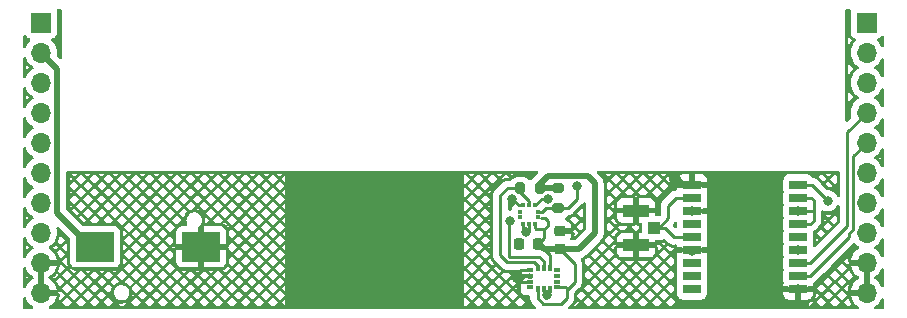
<source format=gbr>
%TF.GenerationSoftware,KiCad,Pcbnew,7.99.0-unknown-70ffd971e3~172~ubuntu22.04.1*%
%TF.CreationDate,2023-07-10T18:43:01-05:00*%
%TF.ProjectId,beepsensors,62656570-7365-46e7-936f-72732e6b6963,-*%
%TF.SameCoordinates,Original*%
%TF.FileFunction,Copper,L1,Top*%
%TF.FilePolarity,Positive*%
%FSLAX46Y46*%
G04 Gerber Fmt 4.6, Leading zero omitted, Abs format (unit mm)*
G04 Created by KiCad (PCBNEW 7.99.0-unknown-70ffd971e3~172~ubuntu22.04.1) date 2023-07-10 18:43:01*
%MOMM*%
%LPD*%
G01*
G04 APERTURE LIST*
G04 Aperture macros list*
%AMRoundRect*
0 Rectangle with rounded corners*
0 $1 Rounding radius*
0 $2 $3 $4 $5 $6 $7 $8 $9 X,Y pos of 4 corners*
0 Add a 4 corners polygon primitive as box body*
4,1,4,$2,$3,$4,$5,$6,$7,$8,$9,$2,$3,0*
0 Add four circle primitives for the rounded corners*
1,1,$1+$1,$2,$3*
1,1,$1+$1,$4,$5*
1,1,$1+$1,$6,$7*
1,1,$1+$1,$8,$9*
0 Add four rect primitives between the rounded corners*
20,1,$1+$1,$2,$3,$4,$5,0*
20,1,$1+$1,$4,$5,$6,$7,0*
20,1,$1+$1,$6,$7,$8,$9,0*
20,1,$1+$1,$8,$9,$2,$3,0*%
G04 Aperture macros list end*
%TA.AperFunction,ComponentPad*%
%ADD10R,1.700000X1.700000*%
%TD*%
%TA.AperFunction,ComponentPad*%
%ADD11O,1.700000X1.700000*%
%TD*%
%TA.AperFunction,SMDPad,CuDef*%
%ADD12R,3.200000X2.500000*%
%TD*%
%TA.AperFunction,SMDPad,CuDef*%
%ADD13RoundRect,0.225000X-0.225000X-0.250000X0.225000X-0.250000X0.225000X0.250000X-0.225000X0.250000X0*%
%TD*%
%TA.AperFunction,SMDPad,CuDef*%
%ADD14R,1.050000X1.000000*%
%TD*%
%TA.AperFunction,SMDPad,CuDef*%
%ADD15R,2.200000X1.050000*%
%TD*%
%TA.AperFunction,SMDPad,CuDef*%
%ADD16R,1.500000X0.800000*%
%TD*%
%TA.AperFunction,SMDPad,CuDef*%
%ADD17RoundRect,0.225000X0.250000X-0.225000X0.250000X0.225000X-0.250000X0.225000X-0.250000X-0.225000X0*%
%TD*%
%TA.AperFunction,SMDPad,CuDef*%
%ADD18RoundRect,0.200000X0.200000X0.275000X-0.200000X0.275000X-0.200000X-0.275000X0.200000X-0.275000X0*%
%TD*%
%TA.AperFunction,SMDPad,CuDef*%
%ADD19R,0.350000X0.380000*%
%TD*%
%TA.AperFunction,SMDPad,CuDef*%
%ADD20R,0.580000X0.350000*%
%TD*%
%TA.AperFunction,SMDPad,CuDef*%
%ADD21R,0.350000X0.580000*%
%TD*%
%TA.AperFunction,SMDPad,CuDef*%
%ADD22RoundRect,0.200000X-0.275000X0.200000X-0.275000X-0.200000X0.275000X-0.200000X0.275000X0.200000X0*%
%TD*%
%TA.AperFunction,ViaPad*%
%ADD23C,0.800000*%
%TD*%
%TA.AperFunction,Conductor*%
%ADD24C,0.250000*%
%TD*%
%TA.AperFunction,Conductor*%
%ADD25C,0.500000*%
%TD*%
G04 APERTURE END LIST*
D10*
%TO.P,J1,1,Pin_1*%
%TO.N,/Pi_GPIO6_GPCLK2*%
X128410000Y-86260000D03*
D11*
%TO.P,J1,2,Pin_2*%
%TO.N,/Pi_GPIO13_PWM0_1*%
X128410000Y-88800000D03*
%TO.P,J1,3,Pin_3*%
%TO.N,/Pi_GPIO19_SPI1_MISO*%
X128410000Y-91340000D03*
%TO.P,J1,4,Pin_4*%
%TO.N,/Pi_GPIO26_GPCLK1*%
X128410000Y-93880000D03*
%TO.P,J1,5,Pin_5*%
%TO.N,/Pi_GPIO21_SPI1_SCLK*%
X128410000Y-96420000D03*
%TO.P,J1,6,Pin_6*%
%TO.N,/Pi_GPIO20_SPI1_MOSI*%
X128410000Y-98960000D03*
%TO.P,J1,7,Pin_7*%
%TO.N,unconnected-(J1-Pin_7-Pad7)*%
X128410000Y-101500000D03*
%TO.P,J1,8,Pin_8*%
%TO.N,unconnected-(J1-Pin_8-Pad8)*%
X128410000Y-104040000D03*
%TO.P,J1,9,Pin_9*%
%TO.N,GND*%
X128410000Y-106580000D03*
%TO.P,J1,10,Pin_10*%
X128410000Y-109120000D03*
%TD*%
D12*
%TO.P,BUZZER1,M*%
%TO.N,GND*%
X141980000Y-105239331D03*
%TO.P,BUZZER1,P*%
%TO.N,/Pi_GPIO13_PWM0_1*%
X132980000Y-105239331D03*
%TD*%
D13*
%TO.P,C1,1*%
%TO.N,GND*%
X168905000Y-105050000D03*
%TO.P,C1,2*%
%TO.N,3.3V*%
X170455000Y-105050000D03*
%TD*%
D14*
%TO.P,J3,1*%
%TO.N,/ANT*%
X180325000Y-103650000D03*
D15*
%TO.P,J3,2*%
%TO.N,GND*%
X178800000Y-105125000D03*
%TO.P,J3,3*%
X178800000Y-102175000D03*
%TD*%
D16*
%TO.P,U1,1,GND*%
%TO.N,GND*%
X192520000Y-108810750D03*
%TO.P,U1,2,TXD*%
%TO.N,/Pi_GPIO15_RXD1*%
X192520000Y-107710750D03*
%TO.P,U1,3,RXD*%
%TO.N,/Pi_GPIO14_TXD1*%
X192520000Y-106610750D03*
%TO.P,U1,4,TIMEPULSE*%
%TO.N,/Pi_GPIO16_CTS1*%
X192520000Y-105510750D03*
%TO.P,U1,5,EXTINT*%
%TO.N,unconnected-(U1-EXTINT-Pad5)*%
X192520000Y-104410750D03*
%TO.P,U1,6,V_BCKP*%
%TO.N,3.3V*%
X192520000Y-103310750D03*
%TO.P,U1,7,VCC_IO*%
X192520000Y-102210750D03*
%TO.P,U1,8,VCC*%
X192520000Y-101110750D03*
%TO.P,U1,9,RESET_IN*%
%TO.N,/Pi_GPIO18_PWM0_0*%
X192520000Y-100010750D03*
%TO.P,U1,10,GND@1*%
%TO.N,GND*%
X183520000Y-100010750D03*
%TO.P,U1,11,RF_IN*%
%TO.N,/ANT*%
X183520000Y-101110750D03*
%TO.P,U1,12,GND@2*%
%TO.N,GND*%
X183520000Y-102210750D03*
%TO.P,U1,13,ANT_ON*%
%TO.N,unconnected-(U1-ANT_ON-Pad13)*%
X183520000Y-103310750D03*
%TO.P,U1,14,VCC_RF*%
%TO.N,/ANT*%
X183520000Y-104410750D03*
%TO.P,U1,15,V_ANT*%
%TO.N,GND*%
X183520000Y-105510750D03*
%TO.P,U1,16,SDA*%
%TO.N,unconnected-(U1-SDA-Pad16)*%
X183520000Y-106610750D03*
%TO.P,U1,17,SCL*%
%TO.N,unconnected-(U1-SCL-Pad17)*%
X183520000Y-107710750D03*
%TO.P,U1,18,REVD*%
%TO.N,unconnected-(U1-REVD-Pad18)*%
X183520000Y-108810750D03*
%TD*%
D17*
%TO.P,C2,1*%
%TO.N,3.3V*%
X172340000Y-105455000D03*
%TO.P,C2,2*%
%TO.N,GND*%
X172340000Y-103905000D03*
%TD*%
D18*
%TO.P,R3,1*%
%TO.N,3.3V*%
X170645000Y-100300000D03*
%TO.P,R3,2*%
%TO.N,/Pi_GPIO2_SDA1*%
X168995000Y-100300000D03*
%TD*%
D19*
%TO.P,U3,1,VDDIO*%
%TO.N,3.3V*%
X170522500Y-102760000D03*
%TO.P,U3,2,SCK*%
%TO.N,/Pi_GPIO3_SCL1*%
X170522500Y-102260000D03*
%TO.P,U3,3,VSS*%
%TO.N,GND*%
X170257500Y-101745000D03*
%TO.P,U3,4,SDI*%
%TO.N,/Pi_GPIO2_SDA1*%
X169757500Y-101745000D03*
%TO.P,U3,5,SDO*%
%TO.N,GND*%
X169257500Y-101745000D03*
%TO.P,U3,6,CSB*%
%TO.N,unconnected-(U3-CSB-Pad6)*%
X168992500Y-102260000D03*
%TO.P,U3,7,INT*%
%TO.N,unconnected-(U3-INT-Pad7)*%
X168992500Y-102760000D03*
%TO.P,U3,8,VSS*%
%TO.N,GND*%
X169257500Y-103275000D03*
%TO.P,U3,9,VSS*%
X169757500Y-103275000D03*
%TO.P,U3,10,VDD*%
%TO.N,3.3V*%
X170257500Y-103275000D03*
%TD*%
D20*
%TO.P,U2,1,SDO*%
%TO.N,GND*%
X169810000Y-107190000D03*
%TO.P,U2,2,GND*%
X169810000Y-107690000D03*
%TO.P,U2,3,GND*%
X169810000Y-108190000D03*
%TO.P,U2,4,INT1*%
%TO.N,unconnected-(U2-INT1-Pad4)*%
X169810000Y-108690000D03*
D21*
%TO.P,U2,5,VDDIO*%
%TO.N,3.3V*%
X170470000Y-108850000D03*
%TO.P,U2,6,GNDIO*%
%TO.N,GND*%
X170970000Y-108850000D03*
%TO.P,U2,7,GND*%
X171470000Y-108850000D03*
D20*
%TO.P,U2,8,VDD*%
%TO.N,3.3V*%
X172130000Y-108690000D03*
%TO.P,U2,9,INT2*%
%TO.N,unconnected-(U2-INT2-Pad9)*%
X172130000Y-108190000D03*
%TO.P,U2,10*%
%TO.N,N/C*%
X172130000Y-107690000D03*
%TO.P,U2,11*%
X172130000Y-107190000D03*
D21*
%TO.P,U2,12,CSB*%
%TO.N,3.3V*%
X171470000Y-107030000D03*
%TO.P,U2,13,SCX*%
%TO.N,/Pi_GPIO3_SCL1*%
X170970000Y-107030000D03*
%TO.P,U2,14,SDX*%
%TO.N,/Pi_GPIO2_SDA1*%
X170470000Y-107030000D03*
%TD*%
D10*
%TO.P,J2,1,Pin_1*%
%TO.N,/Pi_GPIO16_CTS1*%
X198310000Y-86260000D03*
D11*
%TO.P,J2,2,Pin_2*%
%TO.N,/Pi_GPIO3_SCL1*%
X198310000Y-88800000D03*
%TO.P,J2,3,Pin_3*%
%TO.N,/Pi_GPIO2_SDA1*%
X198310000Y-91340000D03*
%TO.P,J2,4,Pin_4*%
%TO.N,/Pi_GPIO14_TXD1*%
X198310000Y-93880000D03*
%TO.P,J2,5,Pin_5*%
%TO.N,/Pi_GPIO15_RXD1*%
X198310000Y-96420000D03*
%TO.P,J2,6,Pin_6*%
%TO.N,/Pi_GPIO18_PWM0_0*%
X198310000Y-98960000D03*
%TO.P,J2,7,Pin_7*%
%TO.N,5V*%
X198310000Y-101500000D03*
%TO.P,J2,8,Pin_8*%
%TO.N,3.3V*%
X198310000Y-104040000D03*
%TO.P,J2,9,Pin_9*%
%TO.N,GND*%
X198310000Y-106580000D03*
%TO.P,J2,10,Pin_10*%
X198310000Y-109120000D03*
%TD*%
D22*
%TO.P,R4,1*%
%TO.N,3.3V*%
X172220000Y-100285000D03*
%TO.P,R4,2*%
%TO.N,/Pi_GPIO3_SCL1*%
X172220000Y-101935000D03*
%TD*%
D23*
%TO.N,GND*%
X183550000Y-102210000D03*
X168321282Y-101219044D03*
X172360000Y-103890000D03*
X192530000Y-108820000D03*
X183520000Y-105570000D03*
X168850000Y-105030000D03*
X178740000Y-105200000D03*
X141970000Y-105210000D03*
X171350000Y-101200000D03*
X169490000Y-104000000D03*
X171227653Y-109352347D03*
X178810000Y-102220000D03*
X168880000Y-107780000D03*
X182190000Y-99440000D03*
%TO.N,3.3V*%
X192530000Y-102220000D03*
X172340000Y-105455000D03*
%TO.N,/Pi_GPIO16_CTS1*%
X192500000Y-105500000D03*
%TO.N,/Pi_GPIO3_SCL1*%
X168115000Y-103076830D03*
X173786929Y-100120000D03*
X172230000Y-101930000D03*
%TO.N,/Pi_GPIO2_SDA1*%
X168990000Y-100290000D03*
%TO.N,/Pi_GPIO18_PWM0_0*%
X195010000Y-101350006D03*
%TD*%
D24*
%TO.N,/Pi_GPIO15_RXD1*%
X198310000Y-96420000D02*
X197135000Y-97595000D01*
X197135000Y-97595000D02*
X197135000Y-103810750D01*
X196850000Y-104380750D02*
X193520000Y-107710750D01*
X197135000Y-103810750D02*
X196850000Y-104095750D01*
X196850000Y-104095750D02*
X196850000Y-104380750D01*
X193520000Y-107710750D02*
X192520000Y-107710750D01*
%TO.N,GND*%
X168847238Y-101745000D02*
X168321282Y-101219044D01*
X170970000Y-108850000D02*
X170970000Y-109390000D01*
X169257500Y-101745000D02*
X168847238Y-101745000D01*
X168900000Y-107380000D02*
X168900000Y-107760000D01*
D25*
X183520000Y-100010750D02*
X182760750Y-100010750D01*
D24*
X168900000Y-107950000D02*
X168970000Y-108020000D01*
X169757500Y-103957500D02*
X169760000Y-103960000D01*
X169240000Y-103960000D02*
X169257500Y-103942500D01*
X170802500Y-101200000D02*
X171350000Y-101200000D01*
X170257500Y-101745000D02*
X170802500Y-101200000D01*
X169450000Y-103960000D02*
X169240000Y-103960000D01*
X168880000Y-107780000D02*
X168900000Y-107800000D01*
X169530000Y-103960000D02*
X169490000Y-104000000D01*
X169760000Y-103960000D02*
X169530000Y-103960000D01*
X170970000Y-109390000D02*
X171180000Y-109600000D01*
X169490000Y-104000000D02*
X169450000Y-103960000D01*
X169300000Y-107690000D02*
X168970000Y-108020000D01*
X169140000Y-108190000D02*
X169810000Y-108190000D01*
X168900000Y-107760000D02*
X168880000Y-107780000D01*
X171470000Y-109110000D02*
X171227653Y-109352347D01*
X169757500Y-103275000D02*
X169757500Y-103957500D01*
X169257500Y-103942500D02*
X169257500Y-103275000D01*
X169810000Y-107690000D02*
X169300000Y-107690000D01*
X171470000Y-108850000D02*
X171470000Y-109110000D01*
X169090000Y-107190000D02*
X168900000Y-107380000D01*
D25*
X182760750Y-100010750D02*
X182190000Y-99440000D01*
D24*
X171180000Y-109600000D02*
X171227653Y-109552347D01*
X169810000Y-107190000D02*
X169090000Y-107190000D01*
X171227653Y-109552347D02*
X171227653Y-109352347D01*
X168900000Y-107800000D02*
X168900000Y-107950000D01*
X168970000Y-108020000D02*
X169140000Y-108190000D01*
%TO.N,3.3V*%
X171300000Y-103490000D02*
X171300000Y-103025000D01*
D25*
X175290000Y-104120000D02*
X173955000Y-105455000D01*
X174680000Y-99270000D02*
X175290000Y-99880000D01*
D24*
X173020000Y-108780000D02*
X173580000Y-108220000D01*
X171020000Y-103770000D02*
X171300000Y-103490000D01*
D25*
X170620000Y-105050000D02*
X171025000Y-105455000D01*
D24*
X192539250Y-102210750D02*
X193809250Y-102210750D01*
X172920000Y-109570000D02*
X172920000Y-108780000D01*
X173580000Y-108220000D02*
X173580000Y-106695000D01*
X193809250Y-102210750D02*
X193840000Y-102180000D01*
X193840000Y-103030000D02*
X193559250Y-103310750D01*
D25*
X170645000Y-100300000D02*
X170645000Y-99945000D01*
D24*
X172830000Y-108690000D02*
X172130000Y-108690000D01*
X173580000Y-106695000D02*
X172340000Y-105455000D01*
X170940000Y-110090000D02*
X172400000Y-110090000D01*
X171020000Y-103770000D02*
X171020000Y-104485000D01*
X172920000Y-108780000D02*
X173020000Y-108780000D01*
D25*
X175290000Y-99880000D02*
X175290000Y-104120000D01*
X171320000Y-99270000D02*
X174680000Y-99270000D01*
D24*
X171470000Y-105900000D02*
X171025000Y-105455000D01*
D25*
X172205000Y-100300000D02*
X172220000Y-100285000D01*
X173955000Y-105455000D02*
X172340000Y-105455000D01*
D24*
X193559250Y-103310750D02*
X192520000Y-103310750D01*
X171470000Y-107030000D02*
X171470000Y-105900000D01*
X170470000Y-108850000D02*
X170470000Y-109620000D01*
D25*
X170645000Y-100300000D02*
X172205000Y-100300000D01*
D24*
X172920000Y-108780000D02*
X172830000Y-108690000D01*
D25*
X170645000Y-99945000D02*
X171320000Y-99270000D01*
X170455000Y-105050000D02*
X170620000Y-105050000D01*
D24*
X170350000Y-103770000D02*
X171020000Y-103770000D01*
X170257500Y-103275000D02*
X170257500Y-103677500D01*
X171020000Y-104485000D02*
X170455000Y-105050000D01*
X193640750Y-101110750D02*
X193840000Y-101310000D01*
X192520000Y-101110750D02*
X193640750Y-101110750D01*
X171300000Y-103025000D02*
X171065000Y-102790000D01*
D25*
X171025000Y-105455000D02*
X172340000Y-105455000D01*
D24*
X172400000Y-110090000D02*
X172920000Y-109570000D01*
X193840000Y-101310000D02*
X193840000Y-102180000D01*
X192520000Y-102210750D02*
X192520750Y-102210750D01*
X192520750Y-102210750D02*
X192530000Y-102220000D01*
X193840000Y-102180000D02*
X193840000Y-103030000D01*
X170257500Y-103677500D02*
X170350000Y-103770000D01*
X192530000Y-102220000D02*
X192539250Y-102210750D01*
X171065000Y-102790000D02*
X170710000Y-102790000D01*
X170470000Y-109620000D02*
X170940000Y-110090000D01*
%TO.N,/ANT*%
X181200000Y-103650000D02*
X181980000Y-104430000D01*
X181510000Y-101760000D02*
X182159250Y-101110750D01*
X182159250Y-101110750D02*
X183520000Y-101110750D01*
X180700000Y-103650000D02*
X181510000Y-102840000D01*
X181510000Y-102840000D02*
X181510000Y-101760000D01*
X181999250Y-104410750D02*
X183520000Y-104410750D01*
X181980000Y-104430000D02*
X181999250Y-104410750D01*
X180325000Y-103650000D02*
X181200000Y-103650000D01*
X180325000Y-103650000D02*
X180700000Y-103650000D01*
D25*
%TO.N,/Pi_GPIO13_PWM0_1*%
X128410000Y-88800000D02*
X129800000Y-90190000D01*
X129800000Y-90190000D02*
X129800000Y-102390000D01*
X129800000Y-102390000D02*
X132649331Y-105239331D01*
D24*
X132649331Y-105239331D02*
X132980000Y-105239331D01*
%TO.N,/Pi_GPIO3_SCL1*%
X168070000Y-103121830D02*
X168115000Y-103076830D01*
X172220000Y-101935000D02*
X172215000Y-101935000D01*
X170970000Y-106450000D02*
X170610000Y-106090000D01*
X170970000Y-107030000D02*
X170970000Y-106450000D01*
X173786929Y-101163071D02*
X173786929Y-100120000D01*
X172230000Y-101930000D02*
X173020000Y-101930000D01*
X171185000Y-101935000D02*
X170980000Y-102140000D01*
X173020000Y-101930000D02*
X173786929Y-101163071D01*
X168070000Y-106090000D02*
X168070000Y-103121830D01*
X170610000Y-106090000D02*
X168070000Y-106090000D01*
X172215000Y-101935000D02*
X172230000Y-101930000D01*
X170522500Y-102260000D02*
X170860000Y-102260000D01*
X170860000Y-102260000D02*
X170980000Y-102140000D01*
X172230000Y-101930000D02*
X172225000Y-101935000D01*
X172225000Y-101935000D02*
X171185000Y-101935000D01*
%TO.N,/Pi_GPIO2_SDA1*%
X168995000Y-100615000D02*
X168990000Y-100290000D01*
X170470000Y-107030000D02*
X170470000Y-106890000D01*
X168990000Y-100290000D02*
X168995000Y-100300000D01*
X169757500Y-101377500D02*
X168995000Y-100615000D01*
X167310000Y-105970000D02*
X167310000Y-100900000D01*
X167910000Y-100300000D02*
X168995000Y-100300000D01*
X167310000Y-100900000D02*
X167910000Y-100300000D01*
X170470000Y-106890000D02*
X170140000Y-106560000D01*
X170140000Y-106560000D02*
X167900000Y-106560000D01*
X169757500Y-101745000D02*
X169757500Y-101377500D01*
X167900000Y-106560000D02*
X167310000Y-105970000D01*
%TO.N,/Pi_GPIO14_TXD1*%
X196685000Y-103445750D02*
X193520000Y-106610750D01*
X193520000Y-106610750D02*
X192520000Y-106610750D01*
X198310000Y-93880000D02*
X196685000Y-95505000D01*
X196685000Y-95505000D02*
X196685000Y-103445750D01*
%TO.N,/Pi_GPIO18_PWM0_0*%
X193670744Y-100010750D02*
X195010000Y-101350006D01*
X192520000Y-100010750D02*
X193670744Y-100010750D01*
%TD*%
%TA.AperFunction,Conductor*%
%TO.N,GND*%
G36*
X164240000Y-110507500D02*
G01*
X149060000Y-110507500D01*
X149060000Y-98824500D01*
X164240000Y-98824500D01*
X164240000Y-110507500D01*
G37*
%TD.AperFunction*%
%TD*%
%TA.AperFunction,Conductor*%
%TO.N,GND*%
G36*
X170471809Y-98844185D02*
G01*
X170517564Y-98896989D01*
X170527508Y-98966147D01*
X170498483Y-99029703D01*
X170492469Y-99036161D01*
X170241477Y-99287154D01*
X170159358Y-99369273D01*
X170145729Y-99381051D01*
X170126466Y-99395392D01*
X170125407Y-99396392D01*
X170104476Y-99412302D01*
X170009814Y-99469528D01*
X169907680Y-99571662D01*
X169846357Y-99605146D01*
X169776665Y-99600162D01*
X169732319Y-99571662D01*
X169630185Y-99469528D01*
X169484606Y-99381522D01*
X169322196Y-99330914D01*
X169322194Y-99330913D01*
X169322192Y-99330913D01*
X169272778Y-99326423D01*
X169251616Y-99324500D01*
X168738384Y-99324500D01*
X168719144Y-99326248D01*
X168667807Y-99330913D01*
X168505393Y-99381522D01*
X168359811Y-99469530D01*
X168239531Y-99589810D01*
X168239528Y-99589814D01*
X168224514Y-99614651D01*
X168172986Y-99661838D01*
X168118398Y-99674500D01*
X167992738Y-99674500D01*
X167977121Y-99672776D01*
X167977094Y-99673062D01*
X167969332Y-99672327D01*
X167900204Y-99674500D01*
X167870650Y-99674500D01*
X167869929Y-99674590D01*
X167863757Y-99675369D01*
X167857945Y-99675826D01*
X167811373Y-99677290D01*
X167811372Y-99677290D01*
X167792129Y-99682881D01*
X167773079Y-99686825D01*
X167753211Y-99689334D01*
X167753209Y-99689335D01*
X167709884Y-99706488D01*
X167704357Y-99708380D01*
X167659610Y-99721381D01*
X167659609Y-99721382D01*
X167642367Y-99731579D01*
X167624899Y-99740137D01*
X167606269Y-99747513D01*
X167606267Y-99747514D01*
X167568576Y-99774898D01*
X167563694Y-99778105D01*
X167523579Y-99801830D01*
X167509408Y-99816000D01*
X167494623Y-99828628D01*
X167478412Y-99840407D01*
X167448709Y-99876310D01*
X167444777Y-99880631D01*
X166926208Y-100399199D01*
X166913951Y-100409020D01*
X166914134Y-100409241D01*
X166908123Y-100414213D01*
X166860772Y-100464636D01*
X166839889Y-100485519D01*
X166839877Y-100485532D01*
X166835621Y-100491017D01*
X166831837Y-100495447D01*
X166799937Y-100529418D01*
X166799936Y-100529420D01*
X166790284Y-100546976D01*
X166779610Y-100563226D01*
X166767329Y-100579061D01*
X166767324Y-100579068D01*
X166748815Y-100621838D01*
X166746245Y-100627084D01*
X166723803Y-100667906D01*
X166718822Y-100687307D01*
X166712521Y-100705710D01*
X166704562Y-100724102D01*
X166704561Y-100724105D01*
X166697271Y-100770127D01*
X166696087Y-100775846D01*
X166684501Y-100820972D01*
X166684499Y-100820984D01*
X166684499Y-100841020D01*
X166682973Y-100860411D01*
X166679840Y-100880194D01*
X166679840Y-100880195D01*
X166684225Y-100926583D01*
X166684500Y-100932421D01*
X166684500Y-105887255D01*
X166682775Y-105902872D01*
X166683061Y-105902899D01*
X166682326Y-105910665D01*
X166684500Y-105979814D01*
X166684500Y-106009343D01*
X166684501Y-106009360D01*
X166685368Y-106016231D01*
X166685826Y-106022050D01*
X166687290Y-106068624D01*
X166687291Y-106068627D01*
X166692880Y-106087867D01*
X166696824Y-106106911D01*
X166699336Y-106126792D01*
X166713626Y-106162885D01*
X166716490Y-106170119D01*
X166718382Y-106175647D01*
X166730849Y-106218558D01*
X166731382Y-106220390D01*
X166741024Y-106236695D01*
X166741580Y-106237634D01*
X166750136Y-106255100D01*
X166751312Y-106258068D01*
X166757514Y-106273732D01*
X166784898Y-106311423D01*
X166788106Y-106316307D01*
X166811827Y-106356416D01*
X166811833Y-106356424D01*
X166825990Y-106370580D01*
X166838628Y-106385376D01*
X166850405Y-106401586D01*
X166850406Y-106401587D01*
X166886309Y-106431288D01*
X166890620Y-106435210D01*
X167285409Y-106830000D01*
X167399197Y-106943788D01*
X167409022Y-106956051D01*
X167409243Y-106955869D01*
X167414214Y-106961878D01*
X167434338Y-106980775D01*
X167464635Y-107009226D01*
X167485529Y-107030120D01*
X167491011Y-107034373D01*
X167495443Y-107038157D01*
X167529418Y-107070062D01*
X167546976Y-107079714D01*
X167563233Y-107090393D01*
X167579064Y-107102673D01*
X167596657Y-107110286D01*
X167621833Y-107121182D01*
X167627077Y-107123750D01*
X167667908Y-107146197D01*
X167680523Y-107149435D01*
X167687305Y-107151177D01*
X167705719Y-107157481D01*
X167724104Y-107165438D01*
X167770157Y-107172732D01*
X167775826Y-107173906D01*
X167820981Y-107185500D01*
X167841016Y-107185500D01*
X167860413Y-107187026D01*
X167880196Y-107190160D01*
X167926583Y-107185775D01*
X167932422Y-107185500D01*
X168896000Y-107185500D01*
X168963039Y-107205185D01*
X169008794Y-107257989D01*
X169020000Y-107309500D01*
X169020000Y-107412832D01*
X169021496Y-107426747D01*
X169021496Y-107453253D01*
X169020000Y-107467167D01*
X169020000Y-107515000D01*
X169634999Y-107515000D01*
X169643176Y-107506823D01*
X169704499Y-107473337D01*
X169774190Y-107478321D01*
X169830124Y-107520191D01*
X169847038Y-107551166D01*
X169851199Y-107562323D01*
X169851203Y-107562328D01*
X169851204Y-107562331D01*
X169894320Y-107619926D01*
X169937456Y-107677549D01*
X169943725Y-107683818D01*
X169942282Y-107685260D01*
X169977176Y-107731859D01*
X169985000Y-107775208D01*
X169985000Y-107890500D01*
X169965315Y-107957539D01*
X169912511Y-108003294D01*
X169861000Y-108014500D01*
X169759000Y-108014500D01*
X169691961Y-107994815D01*
X169646206Y-107942011D01*
X169635000Y-107890500D01*
X169635000Y-107865000D01*
X169020000Y-107865000D01*
X169020000Y-107912827D01*
X169021496Y-107926742D01*
X169021496Y-107953247D01*
X169020000Y-107967159D01*
X169020000Y-108015000D01*
X169021373Y-108015000D01*
X169088412Y-108034685D01*
X169134167Y-108087489D01*
X169144111Y-108156647D01*
X169120639Y-108213312D01*
X169076204Y-108272668D01*
X169076203Y-108272670D01*
X169064140Y-108305013D01*
X169035640Y-108349359D01*
X169020000Y-108364999D01*
X169020000Y-108412823D01*
X169020001Y-108412846D01*
X169021243Y-108424404D01*
X169021243Y-108450898D01*
X169019501Y-108467108D01*
X169019500Y-108467131D01*
X169019500Y-108912870D01*
X169019501Y-108912876D01*
X169025908Y-108972483D01*
X169076202Y-109107328D01*
X169076206Y-109107335D01*
X169162452Y-109222544D01*
X169162455Y-109222547D01*
X169277664Y-109308793D01*
X169277671Y-109308797D01*
X169289045Y-109313039D01*
X169412517Y-109359091D01*
X169472127Y-109365500D01*
X169720501Y-109365499D01*
X169787539Y-109385183D01*
X169833294Y-109437987D01*
X169844500Y-109489499D01*
X169844500Y-109537255D01*
X169842775Y-109552872D01*
X169843061Y-109552899D01*
X169842326Y-109560665D01*
X169844500Y-109629814D01*
X169844500Y-109659343D01*
X169844501Y-109659360D01*
X169845368Y-109666231D01*
X169845826Y-109672050D01*
X169847290Y-109718624D01*
X169847291Y-109718627D01*
X169852880Y-109737867D01*
X169856824Y-109756911D01*
X169859336Y-109776792D01*
X169869353Y-109802092D01*
X169876490Y-109820119D01*
X169878382Y-109825647D01*
X169882860Y-109841061D01*
X169891382Y-109870390D01*
X169900432Y-109885694D01*
X169901580Y-109887634D01*
X169910136Y-109905100D01*
X169913848Y-109914474D01*
X169917514Y-109923732D01*
X169944898Y-109961423D01*
X169948106Y-109966307D01*
X169971827Y-110006416D01*
X169971833Y-110006424D01*
X169985990Y-110020580D01*
X169998628Y-110035376D01*
X170009208Y-110049939D01*
X170010406Y-110051587D01*
X170033640Y-110070808D01*
X170046309Y-110081288D01*
X170050620Y-110085210D01*
X170160784Y-110195374D01*
X170261229Y-110295819D01*
X170294714Y-110357142D01*
X170289730Y-110426834D01*
X170247858Y-110482767D01*
X170182394Y-110507184D01*
X170173548Y-110507500D01*
X129175376Y-110507500D01*
X129108337Y-110487815D01*
X129062582Y-110435011D01*
X129052638Y-110365853D01*
X129081663Y-110302297D01*
X129104252Y-110281926D01*
X129281078Y-110158109D01*
X129448105Y-109991082D01*
X129487419Y-109934937D01*
X130226507Y-109934937D01*
X130526070Y-110234500D01*
X130735876Y-110234500D01*
X131035438Y-109934937D01*
X131387576Y-109934937D01*
X131687139Y-110234500D01*
X131896945Y-110234500D01*
X132196507Y-109934937D01*
X132548645Y-109934937D01*
X132848208Y-110234500D01*
X133058014Y-110234500D01*
X133357576Y-109934937D01*
X133709715Y-109934937D01*
X134009278Y-110234500D01*
X134219084Y-110234500D01*
X134434399Y-110019184D01*
X134955031Y-110019184D01*
X135170347Y-110234500D01*
X135380153Y-110234500D01*
X135652256Y-109962395D01*
X135483749Y-110029114D01*
X135480056Y-110030443D01*
X135474855Y-110032130D01*
X135471140Y-110033209D01*
X135450739Y-110038447D01*
X135446924Y-110039299D01*
X135441554Y-110040322D01*
X135437720Y-110040929D01*
X135298952Y-110058460D01*
X135294285Y-110058902D01*
X135281862Y-110059682D01*
X135277188Y-110059831D01*
X135137281Y-110059831D01*
X135133373Y-110059708D01*
X135127916Y-110059363D01*
X135124050Y-110058997D01*
X135103159Y-110056358D01*
X135099326Y-110055751D01*
X135093957Y-110054728D01*
X135090142Y-110053875D01*
X134955031Y-110019184D01*
X134434399Y-110019184D01*
X134518646Y-109934937D01*
X136031853Y-109934937D01*
X136331416Y-110234500D01*
X136541222Y-110234500D01*
X136840784Y-109934937D01*
X137192923Y-109934937D01*
X137492486Y-110234500D01*
X137702292Y-110234500D01*
X138001854Y-109934937D01*
X138353992Y-109934937D01*
X138653555Y-110234500D01*
X138863361Y-110234500D01*
X139162923Y-109934937D01*
X139515061Y-109934937D01*
X139814624Y-110234500D01*
X140024430Y-110234500D01*
X140323992Y-109934937D01*
X140676131Y-109934937D01*
X140975694Y-110234500D01*
X141185500Y-110234500D01*
X141485062Y-109934937D01*
X141837200Y-109934937D01*
X142136763Y-110234500D01*
X142346569Y-110234500D01*
X142646131Y-109934937D01*
X142998269Y-109934937D01*
X143297832Y-110234500D01*
X143507638Y-110234500D01*
X143807200Y-109934937D01*
X144159339Y-109934937D01*
X144458902Y-110234500D01*
X144668708Y-110234500D01*
X144968270Y-109934937D01*
X145320408Y-109934937D01*
X145619971Y-110234500D01*
X145829777Y-110234500D01*
X146129339Y-109934937D01*
X146481477Y-109934937D01*
X146781040Y-110234500D01*
X146990846Y-110234500D01*
X147290408Y-109934937D01*
X147642547Y-109934937D01*
X147942110Y-110234500D01*
X148151916Y-110234500D01*
X148451478Y-109934937D01*
X148803616Y-109934937D01*
X149103179Y-110234500D01*
X149312985Y-110234500D01*
X149612547Y-109934937D01*
X149964685Y-109934937D01*
X150264248Y-110234500D01*
X150474054Y-110234500D01*
X150773616Y-109934937D01*
X151125755Y-109934937D01*
X151425318Y-110234500D01*
X151635124Y-110234500D01*
X151934686Y-109934937D01*
X152286824Y-109934937D01*
X152586387Y-110234500D01*
X152796193Y-110234500D01*
X153095755Y-109934937D01*
X153447893Y-109934937D01*
X153747456Y-110234500D01*
X153957262Y-110234500D01*
X154256824Y-109934937D01*
X154608963Y-109934937D01*
X154908526Y-110234500D01*
X155118332Y-110234500D01*
X155417894Y-109934937D01*
X155770032Y-109934937D01*
X156069595Y-110234500D01*
X156279401Y-110234500D01*
X156578963Y-109934937D01*
X156931101Y-109934937D01*
X157230664Y-110234500D01*
X157440470Y-110234500D01*
X157740032Y-109934937D01*
X158092171Y-109934937D01*
X158391734Y-110234500D01*
X158601540Y-110234500D01*
X158901102Y-109934937D01*
X159253240Y-109934937D01*
X159552803Y-110234500D01*
X159762609Y-110234500D01*
X160062171Y-109934937D01*
X160414309Y-109934937D01*
X160713872Y-110234500D01*
X160923678Y-110234500D01*
X161223240Y-109934937D01*
X161575379Y-109934937D01*
X161874942Y-110234500D01*
X162084748Y-110234500D01*
X162384310Y-109934937D01*
X162736448Y-109934937D01*
X163036011Y-110234500D01*
X163245817Y-110234500D01*
X163545379Y-109934937D01*
X163897517Y-109934937D01*
X164197080Y-110234500D01*
X164406886Y-110234500D01*
X164706448Y-109934937D01*
X165058587Y-109934937D01*
X165358150Y-110234500D01*
X165567956Y-110234500D01*
X165867518Y-109934937D01*
X166219656Y-109934937D01*
X166519219Y-110234500D01*
X166729025Y-110234500D01*
X167028587Y-109934937D01*
X167380725Y-109934937D01*
X167680288Y-110234500D01*
X167890094Y-110234500D01*
X168189656Y-109934937D01*
X168541795Y-109934937D01*
X168841358Y-110234500D01*
X169051164Y-110234500D01*
X169350726Y-109934937D01*
X168946260Y-109530471D01*
X168541795Y-109934937D01*
X168189656Y-109934937D01*
X167785191Y-109530471D01*
X167380725Y-109934937D01*
X167028587Y-109934937D01*
X166624121Y-109530471D01*
X166219656Y-109934937D01*
X165867518Y-109934937D01*
X165463052Y-109530471D01*
X165058587Y-109934937D01*
X164706448Y-109934937D01*
X164301983Y-109530471D01*
X163897517Y-109934937D01*
X163545379Y-109934937D01*
X163140913Y-109530471D01*
X162736448Y-109934937D01*
X162384310Y-109934937D01*
X161979844Y-109530471D01*
X161575379Y-109934937D01*
X161223240Y-109934937D01*
X160818775Y-109530471D01*
X160414309Y-109934937D01*
X160062171Y-109934937D01*
X159657705Y-109530471D01*
X159253240Y-109934937D01*
X158901102Y-109934937D01*
X158496636Y-109530471D01*
X158092171Y-109934937D01*
X157740032Y-109934937D01*
X157335567Y-109530471D01*
X156931101Y-109934937D01*
X156578963Y-109934937D01*
X156174497Y-109530471D01*
X155770032Y-109934937D01*
X155417894Y-109934937D01*
X155013428Y-109530471D01*
X154608963Y-109934937D01*
X154256824Y-109934937D01*
X153852359Y-109530471D01*
X153447893Y-109934937D01*
X153095755Y-109934937D01*
X152691289Y-109530471D01*
X152286824Y-109934937D01*
X151934686Y-109934937D01*
X151530220Y-109530471D01*
X151125755Y-109934937D01*
X150773616Y-109934937D01*
X150369151Y-109530471D01*
X149964685Y-109934937D01*
X149612547Y-109934937D01*
X149208081Y-109530471D01*
X148803616Y-109934937D01*
X148451478Y-109934937D01*
X148047012Y-109530471D01*
X147642547Y-109934937D01*
X147290408Y-109934937D01*
X146885943Y-109530471D01*
X146481477Y-109934937D01*
X146129339Y-109934937D01*
X145724873Y-109530471D01*
X145320408Y-109934937D01*
X144968270Y-109934937D01*
X144563804Y-109530471D01*
X144159339Y-109934937D01*
X143807200Y-109934937D01*
X143402735Y-109530471D01*
X142998269Y-109934937D01*
X142646131Y-109934937D01*
X142241665Y-109530471D01*
X141837200Y-109934937D01*
X141485062Y-109934937D01*
X141080596Y-109530471D01*
X140676131Y-109934937D01*
X140323992Y-109934937D01*
X139919527Y-109530471D01*
X139515061Y-109934937D01*
X139162923Y-109934937D01*
X138758457Y-109530471D01*
X138353992Y-109934937D01*
X138001854Y-109934937D01*
X137597388Y-109530471D01*
X137192923Y-109934937D01*
X136840784Y-109934937D01*
X136436319Y-109530471D01*
X136031853Y-109934937D01*
X134518646Y-109934937D01*
X134114180Y-109530471D01*
X133709715Y-109934937D01*
X133357576Y-109934937D01*
X132953111Y-109530471D01*
X132548645Y-109934937D01*
X132196507Y-109934937D01*
X131792041Y-109530471D01*
X131387576Y-109934937D01*
X131035438Y-109934937D01*
X130630972Y-109530471D01*
X130226507Y-109934937D01*
X129487419Y-109934937D01*
X129583600Y-109797578D01*
X129683429Y-109583492D01*
X129683432Y-109583486D01*
X129740636Y-109370000D01*
X128843686Y-109370000D01*
X128869493Y-109329844D01*
X128910000Y-109191889D01*
X128910000Y-109120585D01*
X129879789Y-109120585D01*
X129916447Y-109150670D01*
X129997996Y-109256947D01*
X130021236Y-109308235D01*
X130023511Y-109319669D01*
X130021670Y-109375961D01*
X129946831Y-109655261D01*
X130050437Y-109758867D01*
X130454903Y-109354402D01*
X130807041Y-109354402D01*
X131211507Y-109758867D01*
X131615972Y-109354402D01*
X131968111Y-109354402D01*
X132372576Y-109758867D01*
X132777042Y-109354402D01*
X133129180Y-109354402D01*
X133533645Y-109758867D01*
X133938111Y-109354402D01*
X133533645Y-108949936D01*
X133129180Y-109354402D01*
X132777042Y-109354402D01*
X132372576Y-108949936D01*
X131968111Y-109354402D01*
X131615972Y-109354402D01*
X131211507Y-108949936D01*
X130807041Y-109354402D01*
X130454903Y-109354402D01*
X130050438Y-108949937D01*
X129934258Y-109066115D01*
X129916449Y-109089327D01*
X129886325Y-109114049D01*
X129879789Y-109120585D01*
X128910000Y-109120585D01*
X128910000Y-109048111D01*
X128869493Y-108910156D01*
X128843686Y-108870000D01*
X129740636Y-108870000D01*
X129740635Y-108869999D01*
X129714877Y-108773867D01*
X130226507Y-108773867D01*
X130630972Y-109178333D01*
X131035438Y-108773867D01*
X131387576Y-108773867D01*
X131792041Y-109178333D01*
X132196507Y-108773867D01*
X132548645Y-108773867D01*
X132953111Y-109178333D01*
X133357576Y-108773867D01*
X133709715Y-108773867D01*
X134114180Y-109178332D01*
X134197348Y-109095164D01*
X134575624Y-109095164D01*
X134585944Y-109259191D01*
X134636732Y-109415502D01*
X134636734Y-109415506D01*
X134724798Y-109554271D01*
X134844603Y-109666776D01*
X134844611Y-109666782D01*
X134988519Y-109745896D01*
X134988632Y-109745958D01*
X135147823Y-109786831D01*
X135147827Y-109786831D01*
X135270923Y-109786831D01*
X135270925Y-109786831D01*
X135270930Y-109786830D01*
X135270934Y-109786830D01*
X135284174Y-109785157D01*
X135393058Y-109771402D01*
X135545871Y-109710899D01*
X135546076Y-109710750D01*
X135678835Y-109614296D01*
X135678835Y-109614294D01*
X135678837Y-109614294D01*
X135718472Y-109566383D01*
X136048268Y-109566383D01*
X136260250Y-109354402D01*
X136612388Y-109354402D01*
X137016853Y-109758867D01*
X137421319Y-109354402D01*
X137773457Y-109354402D01*
X138177923Y-109758867D01*
X138582388Y-109354402D01*
X138934527Y-109354402D01*
X139338992Y-109758867D01*
X139743458Y-109354402D01*
X140095596Y-109354402D01*
X140500061Y-109758867D01*
X140904527Y-109354402D01*
X141256665Y-109354402D01*
X141661131Y-109758867D01*
X142065596Y-109354402D01*
X142417735Y-109354402D01*
X142822200Y-109758867D01*
X143226666Y-109354402D01*
X143578804Y-109354402D01*
X143983269Y-109758867D01*
X144387735Y-109354402D01*
X144739873Y-109354402D01*
X145144339Y-109758867D01*
X145548804Y-109354402D01*
X145900943Y-109354402D01*
X146305408Y-109758867D01*
X146709874Y-109354402D01*
X147062012Y-109354402D01*
X147466477Y-109758867D01*
X147870943Y-109354402D01*
X148223081Y-109354402D01*
X148627547Y-109758867D01*
X149032012Y-109354402D01*
X149384151Y-109354402D01*
X149788616Y-109758867D01*
X150193082Y-109354402D01*
X150545220Y-109354402D01*
X150949685Y-109758867D01*
X151354151Y-109354402D01*
X151706289Y-109354402D01*
X152110755Y-109758867D01*
X152515220Y-109354402D01*
X152867359Y-109354402D01*
X153271824Y-109758867D01*
X153676290Y-109354402D01*
X154028428Y-109354402D01*
X154432893Y-109758867D01*
X154837359Y-109354402D01*
X155189497Y-109354402D01*
X155593963Y-109758867D01*
X155998428Y-109354402D01*
X156350567Y-109354402D01*
X156755032Y-109758867D01*
X157159498Y-109354402D01*
X157511636Y-109354402D01*
X157916101Y-109758867D01*
X158320567Y-109354402D01*
X158672705Y-109354402D01*
X159077171Y-109758867D01*
X159481636Y-109354402D01*
X159833775Y-109354402D01*
X160238240Y-109758867D01*
X160642706Y-109354402D01*
X160994844Y-109354402D01*
X161399309Y-109758867D01*
X161803775Y-109354402D01*
X162155913Y-109354402D01*
X162560379Y-109758867D01*
X162964844Y-109354402D01*
X163316983Y-109354402D01*
X163721448Y-109758867D01*
X164125914Y-109354402D01*
X164478052Y-109354402D01*
X164882517Y-109758867D01*
X165286983Y-109354402D01*
X165639121Y-109354402D01*
X166043587Y-109758867D01*
X166448052Y-109354402D01*
X166800191Y-109354402D01*
X167204656Y-109758867D01*
X167609122Y-109354402D01*
X167961260Y-109354402D01*
X168365725Y-109758867D01*
X168770191Y-109354402D01*
X168365725Y-108949936D01*
X167961260Y-109354402D01*
X167609122Y-109354402D01*
X167204656Y-108949936D01*
X166800191Y-109354402D01*
X166448052Y-109354402D01*
X166043587Y-108949936D01*
X165639121Y-109354402D01*
X165286983Y-109354402D01*
X164882517Y-108949936D01*
X164478052Y-109354402D01*
X164125914Y-109354402D01*
X163721448Y-108949936D01*
X163316983Y-109354402D01*
X162964844Y-109354402D01*
X162560379Y-108949936D01*
X162155913Y-109354402D01*
X161803775Y-109354402D01*
X161399309Y-108949936D01*
X160994844Y-109354402D01*
X160642706Y-109354402D01*
X160238240Y-108949936D01*
X159833775Y-109354402D01*
X159481636Y-109354402D01*
X159077171Y-108949936D01*
X158672705Y-109354402D01*
X158320567Y-109354402D01*
X157916101Y-108949936D01*
X157511636Y-109354402D01*
X157159498Y-109354402D01*
X156755032Y-108949936D01*
X156350567Y-109354402D01*
X155998428Y-109354402D01*
X155593963Y-108949936D01*
X155189497Y-109354402D01*
X154837359Y-109354402D01*
X154432893Y-108949936D01*
X154028428Y-109354402D01*
X153676290Y-109354402D01*
X153271824Y-108949936D01*
X152867359Y-109354402D01*
X152515220Y-109354402D01*
X152110755Y-108949936D01*
X151706289Y-109354402D01*
X151354151Y-109354402D01*
X150949685Y-108949936D01*
X150545220Y-109354402D01*
X150193082Y-109354402D01*
X149788616Y-108949936D01*
X149384151Y-109354402D01*
X149032012Y-109354402D01*
X148627547Y-108949936D01*
X148223081Y-109354402D01*
X147870943Y-109354402D01*
X147466477Y-108949936D01*
X147062012Y-109354402D01*
X146709874Y-109354402D01*
X146305408Y-108949936D01*
X145900943Y-109354402D01*
X145548804Y-109354402D01*
X145144339Y-108949936D01*
X144739873Y-109354402D01*
X144387735Y-109354402D01*
X143983269Y-108949936D01*
X143578804Y-109354402D01*
X143226666Y-109354402D01*
X142822200Y-108949936D01*
X142417735Y-109354402D01*
X142065596Y-109354402D01*
X141661131Y-108949936D01*
X141256665Y-109354402D01*
X140904527Y-109354402D01*
X140500061Y-108949936D01*
X140095596Y-109354402D01*
X139743458Y-109354402D01*
X139338992Y-108949936D01*
X138934527Y-109354402D01*
X138582388Y-109354402D01*
X138177923Y-108949936D01*
X137773457Y-109354402D01*
X137421319Y-109354402D01*
X137016853Y-108949936D01*
X136612388Y-109354402D01*
X136260250Y-109354402D01*
X136149650Y-109243802D01*
X136119770Y-109400446D01*
X136118920Y-109404247D01*
X136117560Y-109409546D01*
X136116472Y-109413292D01*
X136109962Y-109433323D01*
X136108649Y-109436970D01*
X136106639Y-109442052D01*
X136105085Y-109445643D01*
X136048268Y-109566383D01*
X135718472Y-109566383D01*
X135783600Y-109487657D01*
X135853579Y-109338944D01*
X135884376Y-109177501D01*
X135874056Y-109013471D01*
X135823268Y-108857160D01*
X135747133Y-108737191D01*
X136068529Y-108737191D01*
X136074768Y-108750448D01*
X136076307Y-108754003D01*
X136078321Y-108759086D01*
X136079648Y-108762770D01*
X136107991Y-108850005D01*
X136436319Y-109178333D01*
X136840784Y-108773867D01*
X137192923Y-108773867D01*
X137597388Y-109178333D01*
X138001854Y-108773867D01*
X138353992Y-108773867D01*
X138758457Y-109178333D01*
X139162923Y-108773867D01*
X139515061Y-108773867D01*
X139919527Y-109178333D01*
X140323992Y-108773867D01*
X140676131Y-108773867D01*
X141080596Y-109178333D01*
X141485062Y-108773867D01*
X141837200Y-108773867D01*
X142241665Y-109178333D01*
X142646131Y-108773867D01*
X142998269Y-108773867D01*
X143402735Y-109178333D01*
X143807200Y-108773867D01*
X144159339Y-108773867D01*
X144563804Y-109178333D01*
X144968270Y-108773867D01*
X145320408Y-108773867D01*
X145724873Y-109178333D01*
X146129339Y-108773867D01*
X146481477Y-108773867D01*
X146885943Y-109178333D01*
X147290408Y-108773867D01*
X147642547Y-108773867D01*
X148047012Y-109178333D01*
X148451478Y-108773867D01*
X148803616Y-108773867D01*
X149208081Y-109178333D01*
X149612547Y-108773867D01*
X149964685Y-108773867D01*
X150369151Y-109178333D01*
X150773616Y-108773867D01*
X151125755Y-108773867D01*
X151530220Y-109178333D01*
X151934686Y-108773867D01*
X152286824Y-108773867D01*
X152691289Y-109178333D01*
X153095755Y-108773867D01*
X153447893Y-108773867D01*
X153852359Y-109178333D01*
X154256824Y-108773867D01*
X154608963Y-108773867D01*
X155013428Y-109178333D01*
X155417894Y-108773867D01*
X155770032Y-108773867D01*
X156174497Y-109178333D01*
X156578963Y-108773867D01*
X156931101Y-108773867D01*
X157335567Y-109178333D01*
X157740032Y-108773867D01*
X158092171Y-108773867D01*
X158496636Y-109178333D01*
X158901102Y-108773867D01*
X159253240Y-108773867D01*
X159657705Y-109178333D01*
X160062171Y-108773867D01*
X160414309Y-108773867D01*
X160818775Y-109178333D01*
X161223240Y-108773867D01*
X161575379Y-108773867D01*
X161979844Y-109178333D01*
X162384310Y-108773867D01*
X162736448Y-108773867D01*
X163140913Y-109178333D01*
X163545379Y-108773867D01*
X163897517Y-108773867D01*
X164301983Y-109178333D01*
X164706448Y-108773867D01*
X165058587Y-108773867D01*
X165463052Y-109178333D01*
X165867518Y-108773867D01*
X166219656Y-108773867D01*
X166624121Y-109178333D01*
X167028587Y-108773867D01*
X167380725Y-108773867D01*
X167785191Y-109178333D01*
X168189656Y-108773867D01*
X168541795Y-108773867D01*
X168752651Y-108984724D01*
X168747488Y-108936696D01*
X168747173Y-108932717D01*
X168746608Y-108922181D01*
X168746501Y-108918195D01*
X168746500Y-108569162D01*
X168541795Y-108773867D01*
X168189656Y-108773867D01*
X167785191Y-108369402D01*
X167380725Y-108773867D01*
X167028587Y-108773867D01*
X166624121Y-108369402D01*
X166219656Y-108773867D01*
X165867518Y-108773867D01*
X165463052Y-108369402D01*
X165058587Y-108773867D01*
X164706448Y-108773867D01*
X164301983Y-108369402D01*
X163897517Y-108773867D01*
X163545379Y-108773867D01*
X163140913Y-108369402D01*
X162736448Y-108773867D01*
X162384310Y-108773867D01*
X161979844Y-108369402D01*
X161575379Y-108773867D01*
X161223240Y-108773867D01*
X160818775Y-108369402D01*
X160414309Y-108773867D01*
X160062171Y-108773867D01*
X159657705Y-108369402D01*
X159253240Y-108773867D01*
X158901102Y-108773867D01*
X158496636Y-108369402D01*
X158092171Y-108773867D01*
X157740032Y-108773867D01*
X157335567Y-108369402D01*
X156931101Y-108773867D01*
X156578963Y-108773867D01*
X156174497Y-108369402D01*
X155770032Y-108773867D01*
X155417894Y-108773867D01*
X155013428Y-108369402D01*
X154608963Y-108773867D01*
X154256824Y-108773867D01*
X153852359Y-108369402D01*
X153447893Y-108773867D01*
X153095755Y-108773867D01*
X152691289Y-108369402D01*
X152286824Y-108773867D01*
X151934686Y-108773867D01*
X151530220Y-108369402D01*
X151125755Y-108773867D01*
X150773616Y-108773867D01*
X150369151Y-108369402D01*
X149964685Y-108773867D01*
X149612547Y-108773867D01*
X149208081Y-108369402D01*
X148803616Y-108773867D01*
X148451478Y-108773867D01*
X148047012Y-108369402D01*
X147642547Y-108773867D01*
X147290408Y-108773867D01*
X146885943Y-108369402D01*
X146481477Y-108773867D01*
X146129339Y-108773867D01*
X145724873Y-108369402D01*
X145320408Y-108773867D01*
X144968270Y-108773867D01*
X144563804Y-108369402D01*
X144159339Y-108773867D01*
X143807200Y-108773867D01*
X143402735Y-108369402D01*
X142998269Y-108773867D01*
X142646131Y-108773867D01*
X142241665Y-108369402D01*
X141837200Y-108773867D01*
X141485062Y-108773867D01*
X141080596Y-108369402D01*
X140676131Y-108773867D01*
X140323992Y-108773867D01*
X139919527Y-108369402D01*
X139515061Y-108773867D01*
X139162923Y-108773867D01*
X138758457Y-108369402D01*
X138353992Y-108773867D01*
X138001854Y-108773867D01*
X137597388Y-108369402D01*
X137192923Y-108773867D01*
X136840784Y-108773867D01*
X136436319Y-108369401D01*
X136068529Y-108737191D01*
X135747133Y-108737191D01*
X135735202Y-108718391D01*
X135687641Y-108673728D01*
X135615396Y-108605885D01*
X135615388Y-108605879D01*
X135471371Y-108526705D01*
X135471361Y-108526702D01*
X135312180Y-108485831D01*
X135312177Y-108485831D01*
X135189075Y-108485831D01*
X135189065Y-108485831D01*
X135066942Y-108501260D01*
X135066939Y-108501260D01*
X134914130Y-108561762D01*
X134914121Y-108561767D01*
X134781164Y-108658365D01*
X134781162Y-108658368D01*
X134676400Y-108785004D01*
X134606420Y-108933718D01*
X134591207Y-109013470D01*
X134575624Y-109095161D01*
X134575624Y-109095163D01*
X134575624Y-109095164D01*
X134197348Y-109095164D01*
X134321355Y-108971157D01*
X134340230Y-108872215D01*
X134341080Y-108868414D01*
X134342440Y-108863116D01*
X134343528Y-108859370D01*
X134350038Y-108839339D01*
X134351351Y-108835692D01*
X134353361Y-108830610D01*
X134354915Y-108827019D01*
X134424315Y-108679536D01*
X134114181Y-108369402D01*
X133709715Y-108773867D01*
X133357576Y-108773867D01*
X132953111Y-108369402D01*
X132548645Y-108773867D01*
X132196507Y-108773867D01*
X131792041Y-108369402D01*
X131387576Y-108773867D01*
X131035438Y-108773867D01*
X130630972Y-108369402D01*
X130226507Y-108773867D01*
X129714877Y-108773867D01*
X129683432Y-108656513D01*
X129683429Y-108656507D01*
X129583600Y-108442422D01*
X129583599Y-108442420D01*
X129448113Y-108248926D01*
X129448108Y-108248920D01*
X129335771Y-108136583D01*
X129702721Y-108136583D01*
X129812202Y-108292937D01*
X129815696Y-108298423D01*
X129824356Y-108313423D01*
X129827358Y-108319189D01*
X129875876Y-108423237D01*
X130050437Y-108597798D01*
X130454903Y-108193333D01*
X130807041Y-108193333D01*
X131211507Y-108597798D01*
X131615972Y-108193333D01*
X131968111Y-108193333D01*
X132372576Y-108597798D01*
X132777042Y-108193333D01*
X133129180Y-108193333D01*
X133533645Y-108597798D01*
X133938111Y-108193333D01*
X134290249Y-108193333D01*
X134575545Y-108478629D01*
X134577535Y-108476225D01*
X134580127Y-108473286D01*
X134583870Y-108469303D01*
X134586608Y-108466566D01*
X134601957Y-108452152D01*
X134604877Y-108449577D01*
X134609090Y-108446091D01*
X134612173Y-108443699D01*
X134762175Y-108334717D01*
X134765373Y-108332543D01*
X134769990Y-108329610D01*
X134773369Y-108327610D01*
X134791864Y-108317444D01*
X134795370Y-108315659D01*
X134800317Y-108313335D01*
X134803855Y-108311806D01*
X134976251Y-108243548D01*
X134979944Y-108242219D01*
X134985145Y-108240532D01*
X134988860Y-108239453D01*
X135009261Y-108234215D01*
X135013076Y-108233363D01*
X135018445Y-108232340D01*
X135022279Y-108231733D01*
X135066346Y-108226165D01*
X135099179Y-108193333D01*
X135451319Y-108193333D01*
X135513706Y-108255720D01*
X135549451Y-108264898D01*
X135553165Y-108265976D01*
X135558367Y-108267663D01*
X135562062Y-108268993D01*
X135581671Y-108276758D01*
X135585254Y-108278309D01*
X135590199Y-108280637D01*
X135593660Y-108282400D01*
X135756141Y-108371725D01*
X135759491Y-108373706D01*
X135764107Y-108376635D01*
X135767331Y-108378826D01*
X135784381Y-108391213D01*
X135787465Y-108393605D01*
X135791679Y-108397091D01*
X135794597Y-108399664D01*
X135928332Y-108525250D01*
X136260250Y-108193333D01*
X136612388Y-108193333D01*
X137016853Y-108597798D01*
X137421319Y-108193333D01*
X137773457Y-108193333D01*
X138177923Y-108597798D01*
X138582388Y-108193333D01*
X138934527Y-108193333D01*
X139338992Y-108597798D01*
X139743458Y-108193333D01*
X140095596Y-108193333D01*
X140500061Y-108597798D01*
X140904527Y-108193333D01*
X141256665Y-108193333D01*
X141661131Y-108597798D01*
X142065596Y-108193333D01*
X142417735Y-108193333D01*
X142822200Y-108597798D01*
X143226666Y-108193333D01*
X143578804Y-108193333D01*
X143983269Y-108597798D01*
X144387735Y-108193333D01*
X144739873Y-108193333D01*
X145144339Y-108597798D01*
X145548804Y-108193333D01*
X145900943Y-108193333D01*
X146305408Y-108597798D01*
X146709874Y-108193333D01*
X147062012Y-108193333D01*
X147466477Y-108597798D01*
X147870943Y-108193333D01*
X148223081Y-108193333D01*
X148627547Y-108597798D01*
X149032012Y-108193333D01*
X149384151Y-108193333D01*
X149788616Y-108597798D01*
X150193082Y-108193333D01*
X150545220Y-108193333D01*
X150949685Y-108597798D01*
X151354151Y-108193333D01*
X151706289Y-108193333D01*
X152110755Y-108597798D01*
X152515220Y-108193333D01*
X152867359Y-108193333D01*
X153271824Y-108597798D01*
X153676290Y-108193333D01*
X154028428Y-108193333D01*
X154432893Y-108597798D01*
X154837359Y-108193333D01*
X155189497Y-108193333D01*
X155593963Y-108597798D01*
X155998428Y-108193333D01*
X156350567Y-108193333D01*
X156755032Y-108597798D01*
X157159498Y-108193333D01*
X157511636Y-108193333D01*
X157916101Y-108597798D01*
X158320567Y-108193333D01*
X158672705Y-108193333D01*
X159077171Y-108597798D01*
X159481636Y-108193333D01*
X159833775Y-108193333D01*
X160238240Y-108597798D01*
X160642706Y-108193333D01*
X160994844Y-108193333D01*
X161399309Y-108597798D01*
X161803775Y-108193333D01*
X162155913Y-108193333D01*
X162560379Y-108597798D01*
X162964844Y-108193333D01*
X163316983Y-108193333D01*
X163721448Y-108597798D01*
X164125914Y-108193333D01*
X164478052Y-108193333D01*
X164882517Y-108597798D01*
X165286983Y-108193333D01*
X165639121Y-108193333D01*
X166043587Y-108597798D01*
X166448052Y-108193333D01*
X166800191Y-108193333D01*
X167204656Y-108597798D01*
X167609122Y-108193333D01*
X167961260Y-108193333D01*
X168365725Y-108597798D01*
X168633573Y-108329951D01*
X168613610Y-108320835D01*
X168498703Y-108246989D01*
X168472029Y-108223875D01*
X168382582Y-108120647D01*
X168363501Y-108090956D01*
X168306760Y-107966710D01*
X168296816Y-107932846D01*
X168287379Y-107867214D01*
X167961260Y-108193333D01*
X167609122Y-108193333D01*
X167204656Y-107788867D01*
X166800191Y-108193333D01*
X166448052Y-108193333D01*
X166043587Y-107788867D01*
X165639121Y-108193333D01*
X165286983Y-108193333D01*
X164882517Y-107788867D01*
X164478052Y-108193333D01*
X164125914Y-108193333D01*
X163721448Y-107788867D01*
X163316983Y-108193333D01*
X162964844Y-108193333D01*
X162560379Y-107788867D01*
X162155913Y-108193333D01*
X161803775Y-108193333D01*
X161399309Y-107788867D01*
X160994844Y-108193333D01*
X160642706Y-108193333D01*
X160238240Y-107788867D01*
X159833775Y-108193333D01*
X159481636Y-108193333D01*
X159077171Y-107788867D01*
X158672705Y-108193333D01*
X158320567Y-108193333D01*
X157916101Y-107788867D01*
X157511636Y-108193333D01*
X157159498Y-108193333D01*
X156755032Y-107788867D01*
X156350567Y-108193333D01*
X155998428Y-108193333D01*
X155593963Y-107788867D01*
X155189497Y-108193333D01*
X154837359Y-108193333D01*
X154432893Y-107788867D01*
X154028428Y-108193333D01*
X153676290Y-108193333D01*
X153271824Y-107788867D01*
X152867359Y-108193333D01*
X152515220Y-108193333D01*
X152110755Y-107788867D01*
X151706289Y-108193333D01*
X151354151Y-108193333D01*
X150949685Y-107788867D01*
X150545220Y-108193333D01*
X150193082Y-108193333D01*
X149788616Y-107788867D01*
X149384151Y-108193333D01*
X149032012Y-108193333D01*
X148627547Y-107788867D01*
X148223081Y-108193333D01*
X147870943Y-108193333D01*
X147466477Y-107788867D01*
X147062012Y-108193333D01*
X146709874Y-108193333D01*
X146305408Y-107788867D01*
X145900943Y-108193333D01*
X145548804Y-108193333D01*
X145144339Y-107788867D01*
X144739873Y-108193333D01*
X144387735Y-108193333D01*
X143983269Y-107788867D01*
X143578804Y-108193333D01*
X143226666Y-108193333D01*
X142822200Y-107788867D01*
X142417735Y-108193333D01*
X142065596Y-108193333D01*
X141661131Y-107788867D01*
X141256665Y-108193333D01*
X140904527Y-108193333D01*
X140500061Y-107788867D01*
X140095596Y-108193333D01*
X139743458Y-108193333D01*
X139338992Y-107788867D01*
X138934527Y-108193333D01*
X138582388Y-108193333D01*
X138177923Y-107788867D01*
X137773457Y-108193333D01*
X137421319Y-108193333D01*
X137016853Y-107788867D01*
X136612388Y-108193333D01*
X136260250Y-108193333D01*
X135855784Y-107788867D01*
X135451319Y-108193333D01*
X135099179Y-108193333D01*
X135099180Y-108193332D01*
X134694715Y-107788867D01*
X134290249Y-108193333D01*
X133938111Y-108193333D01*
X133533645Y-107788867D01*
X133129180Y-108193333D01*
X132777042Y-108193333D01*
X132372576Y-107788867D01*
X131968111Y-108193333D01*
X131615972Y-108193333D01*
X131211507Y-107788867D01*
X130807041Y-108193333D01*
X130454903Y-108193333D01*
X130050437Y-107788867D01*
X129702721Y-108136583D01*
X129335771Y-108136583D01*
X129281082Y-108081894D01*
X129094968Y-107951575D01*
X129051344Y-107896998D01*
X129046480Y-107850000D01*
X129425864Y-107850000D01*
X129444772Y-107863239D01*
X129449926Y-107867196D01*
X129463173Y-107878310D01*
X129467972Y-107882703D01*
X129536217Y-107950948D01*
X129874368Y-107612798D01*
X130226507Y-107612798D01*
X130630972Y-108017263D01*
X131035438Y-107612798D01*
X131035437Y-107612797D01*
X131387575Y-107612797D01*
X131792041Y-108017263D01*
X132196507Y-107612798D01*
X132196506Y-107612797D01*
X132548645Y-107612797D01*
X132953111Y-108017263D01*
X133357576Y-107612798D01*
X133709715Y-107612798D01*
X134114180Y-108017263D01*
X134518646Y-107612798D01*
X134870784Y-107612798D01*
X135275249Y-108017263D01*
X135679715Y-107612798D01*
X136031853Y-107612798D01*
X136436319Y-108017263D01*
X136840784Y-107612798D01*
X137192923Y-107612798D01*
X137597388Y-108017263D01*
X138001854Y-107612798D01*
X138353992Y-107612798D01*
X138758457Y-108017263D01*
X139162923Y-107612798D01*
X139515061Y-107612798D01*
X139919527Y-108017263D01*
X140323992Y-107612798D01*
X140676131Y-107612798D01*
X141080596Y-108017263D01*
X141485062Y-107612798D01*
X141837200Y-107612798D01*
X142241665Y-108017263D01*
X142646131Y-107612798D01*
X142998269Y-107612798D01*
X143402735Y-108017263D01*
X143807200Y-107612798D01*
X144159339Y-107612798D01*
X144563804Y-108017263D01*
X144968270Y-107612798D01*
X145320408Y-107612798D01*
X145724873Y-108017263D01*
X146129339Y-107612798D01*
X146481477Y-107612798D01*
X146885943Y-108017263D01*
X147290408Y-107612798D01*
X147642547Y-107612798D01*
X148047012Y-108017263D01*
X148451478Y-107612798D01*
X148803616Y-107612798D01*
X149208081Y-108017263D01*
X149612547Y-107612798D01*
X149964685Y-107612798D01*
X150369151Y-108017263D01*
X150773616Y-107612798D01*
X151125755Y-107612798D01*
X151530220Y-108017263D01*
X151934686Y-107612798D01*
X152286824Y-107612798D01*
X152691289Y-108017263D01*
X153095755Y-107612798D01*
X153447893Y-107612798D01*
X153852359Y-108017263D01*
X154256824Y-107612798D01*
X154608963Y-107612798D01*
X155013428Y-108017263D01*
X155417894Y-107612798D01*
X155770032Y-107612798D01*
X156174497Y-108017263D01*
X156578963Y-107612798D01*
X156931101Y-107612798D01*
X157335567Y-108017263D01*
X157740032Y-107612798D01*
X158092171Y-107612798D01*
X158496636Y-108017263D01*
X158901102Y-107612798D01*
X159253240Y-107612798D01*
X159657705Y-108017263D01*
X160062171Y-107612798D01*
X160414309Y-107612798D01*
X160818775Y-108017263D01*
X161223240Y-107612798D01*
X161575379Y-107612798D01*
X161979844Y-108017263D01*
X162384310Y-107612798D01*
X162736448Y-107612798D01*
X163140913Y-108017263D01*
X163545379Y-107612798D01*
X163897517Y-107612798D01*
X164301983Y-108017263D01*
X164706448Y-107612798D01*
X165058587Y-107612798D01*
X165463052Y-108017263D01*
X165867518Y-107612798D01*
X166219656Y-107612798D01*
X166624121Y-108017263D01*
X167028587Y-107612798D01*
X167028586Y-107612797D01*
X167380725Y-107612797D01*
X167785191Y-108017263D01*
X168189657Y-107612798D01*
X168035359Y-107458500D01*
X167942374Y-107458500D01*
X167895393Y-107462941D01*
X167891490Y-107463186D01*
X167886026Y-107463356D01*
X167882146Y-107463356D01*
X167861093Y-107462695D01*
X167857201Y-107462450D01*
X167851756Y-107461935D01*
X167847893Y-107461447D01*
X167829289Y-107458500D01*
X167810438Y-107458500D01*
X167806530Y-107458377D01*
X167801073Y-107458032D01*
X167797207Y-107457666D01*
X167776320Y-107455027D01*
X167772494Y-107454422D01*
X167767122Y-107453399D01*
X167763298Y-107452545D01*
X167717593Y-107440807D01*
X167670993Y-107433429D01*
X167667159Y-107432698D01*
X167661821Y-107431504D01*
X167658051Y-107430536D01*
X167637821Y-107424658D01*
X167634121Y-107423456D01*
X167628976Y-107421604D01*
X167625348Y-107420168D01*
X167608055Y-107412683D01*
X167589824Y-107408004D01*
X167586488Y-107407034D01*
X167380725Y-107612797D01*
X167028586Y-107612797D01*
X166624121Y-107208332D01*
X166219656Y-107612798D01*
X165867518Y-107612798D01*
X165463052Y-107208332D01*
X165058587Y-107612798D01*
X164706448Y-107612798D01*
X164301983Y-107208332D01*
X163897517Y-107612798D01*
X163545379Y-107612798D01*
X163140913Y-107208332D01*
X162736448Y-107612798D01*
X162384310Y-107612798D01*
X161979844Y-107208332D01*
X161575379Y-107612798D01*
X161223240Y-107612798D01*
X160818775Y-107208332D01*
X160414309Y-107612798D01*
X160062171Y-107612798D01*
X159657705Y-107208332D01*
X159253240Y-107612798D01*
X158901102Y-107612798D01*
X158496636Y-107208332D01*
X158092171Y-107612798D01*
X157740032Y-107612798D01*
X157335567Y-107208332D01*
X156931101Y-107612798D01*
X156578963Y-107612798D01*
X156174497Y-107208332D01*
X155770032Y-107612798D01*
X155417894Y-107612798D01*
X155013428Y-107208332D01*
X154608963Y-107612798D01*
X154256824Y-107612798D01*
X153852359Y-107208332D01*
X153447893Y-107612798D01*
X153095755Y-107612798D01*
X152691289Y-107208332D01*
X152286824Y-107612798D01*
X151934686Y-107612798D01*
X151530220Y-107208332D01*
X151125755Y-107612798D01*
X150773616Y-107612798D01*
X150369151Y-107208332D01*
X149964685Y-107612798D01*
X149612547Y-107612798D01*
X149208081Y-107208332D01*
X148803616Y-107612798D01*
X148451478Y-107612798D01*
X148047012Y-107208332D01*
X147642547Y-107612798D01*
X147290408Y-107612798D01*
X146885943Y-107208332D01*
X146481477Y-107612798D01*
X146129339Y-107612798D01*
X145724873Y-107208332D01*
X145320408Y-107612798D01*
X144968270Y-107612798D01*
X144563804Y-107208332D01*
X144159339Y-107612798D01*
X143807200Y-107612798D01*
X143456733Y-107262331D01*
X143348737Y-107262331D01*
X142998269Y-107612798D01*
X142646131Y-107612798D01*
X142295664Y-107262331D01*
X142647802Y-107262331D01*
X142822200Y-107436729D01*
X142996599Y-107262331D01*
X142647802Y-107262331D01*
X142295664Y-107262331D01*
X142187667Y-107262331D01*
X141837200Y-107612798D01*
X141485062Y-107612798D01*
X141134595Y-107262331D01*
X141486733Y-107262331D01*
X141661131Y-107436729D01*
X141859816Y-107238043D01*
X143784583Y-107238043D01*
X143983269Y-107436729D01*
X144387735Y-107032263D01*
X144739873Y-107032263D01*
X145144339Y-107436729D01*
X145548804Y-107032263D01*
X145900943Y-107032263D01*
X146305408Y-107436729D01*
X146709874Y-107032263D01*
X147062012Y-107032263D01*
X147466477Y-107436729D01*
X147870943Y-107032263D01*
X148223081Y-107032263D01*
X148627547Y-107436729D01*
X149032012Y-107032263D01*
X149384151Y-107032263D01*
X149788616Y-107436729D01*
X150193082Y-107032263D01*
X150545220Y-107032263D01*
X150949685Y-107436729D01*
X151354151Y-107032263D01*
X151706289Y-107032263D01*
X152110755Y-107436729D01*
X152515220Y-107032263D01*
X152867359Y-107032263D01*
X153271824Y-107436729D01*
X153676290Y-107032263D01*
X154028428Y-107032263D01*
X154432893Y-107436729D01*
X154837359Y-107032263D01*
X155189497Y-107032263D01*
X155593963Y-107436729D01*
X155998428Y-107032263D01*
X156350567Y-107032263D01*
X156755032Y-107436729D01*
X157159498Y-107032263D01*
X157511636Y-107032263D01*
X157916101Y-107436729D01*
X158320567Y-107032263D01*
X158672705Y-107032263D01*
X159077171Y-107436729D01*
X159481636Y-107032263D01*
X159833775Y-107032263D01*
X160238240Y-107436729D01*
X160642706Y-107032263D01*
X160994844Y-107032263D01*
X161399309Y-107436729D01*
X161803775Y-107032263D01*
X162155913Y-107032263D01*
X162560379Y-107436729D01*
X162964844Y-107032263D01*
X163316983Y-107032263D01*
X163721448Y-107436729D01*
X164125914Y-107032263D01*
X164478052Y-107032263D01*
X164882517Y-107436729D01*
X165286983Y-107032263D01*
X165639121Y-107032263D01*
X166043587Y-107436729D01*
X166448052Y-107032263D01*
X166800190Y-107032263D01*
X167204656Y-107436728D01*
X167358303Y-107283081D01*
X167357347Y-107282340D01*
X167353134Y-107278854D01*
X167350216Y-107276281D01*
X167315816Y-107243979D01*
X167313289Y-107242018D01*
X167309680Y-107239035D01*
X167300312Y-107230775D01*
X167296901Y-107227572D01*
X167274626Y-107205297D01*
X167219661Y-107153681D01*
X167216922Y-107150943D01*
X167213177Y-107146958D01*
X167210585Y-107144019D01*
X167197359Y-107128030D01*
X166950892Y-106881562D01*
X166800190Y-107032263D01*
X166448052Y-107032263D01*
X166043587Y-106627798D01*
X165639121Y-107032263D01*
X165286983Y-107032263D01*
X164882517Y-106627798D01*
X164478052Y-107032263D01*
X164125914Y-107032263D01*
X163721448Y-106627798D01*
X163316983Y-107032263D01*
X162964844Y-107032263D01*
X162560379Y-106627798D01*
X162155913Y-107032263D01*
X161803775Y-107032263D01*
X161399309Y-106627798D01*
X160994844Y-107032263D01*
X160642706Y-107032263D01*
X160238240Y-106627798D01*
X159833775Y-107032263D01*
X159481636Y-107032263D01*
X159077171Y-106627798D01*
X158672705Y-107032263D01*
X158320567Y-107032263D01*
X157916101Y-106627798D01*
X157511636Y-107032263D01*
X157159498Y-107032263D01*
X156755032Y-106627798D01*
X156350567Y-107032263D01*
X155998428Y-107032263D01*
X155593963Y-106627798D01*
X155189497Y-107032263D01*
X154837359Y-107032263D01*
X154432893Y-106627798D01*
X154028428Y-107032263D01*
X153676290Y-107032263D01*
X153271824Y-106627798D01*
X152867359Y-107032263D01*
X152515220Y-107032263D01*
X152110755Y-106627798D01*
X151706289Y-107032263D01*
X151354151Y-107032263D01*
X150949685Y-106627798D01*
X150545220Y-107032263D01*
X150193082Y-107032263D01*
X149788616Y-106627798D01*
X149384151Y-107032263D01*
X149032012Y-107032263D01*
X148627547Y-106627798D01*
X148223081Y-107032263D01*
X147870943Y-107032263D01*
X147466477Y-106627798D01*
X147062012Y-107032263D01*
X146709874Y-107032263D01*
X146305408Y-106627798D01*
X145900943Y-107032263D01*
X145548804Y-107032263D01*
X145144339Y-106627798D01*
X144739873Y-107032263D01*
X144387735Y-107032263D01*
X144245579Y-106890107D01*
X144148558Y-107019711D01*
X144145779Y-107023160D01*
X144141711Y-107027854D01*
X144138696Y-107031093D01*
X144121762Y-107048027D01*
X144118523Y-107051042D01*
X144113829Y-107055110D01*
X144110380Y-107057889D01*
X143976114Y-107158401D01*
X143972495Y-107160915D01*
X143967270Y-107164275D01*
X143963446Y-107166545D01*
X143942415Y-107178030D01*
X143938451Y-107180014D01*
X143932798Y-107182595D01*
X143928711Y-107184288D01*
X143784583Y-107238043D01*
X141859816Y-107238043D01*
X141860449Y-107237410D01*
X141842978Y-107249085D01*
X141833790Y-107252891D01*
X141786335Y-107262331D01*
X141486733Y-107262331D01*
X141134595Y-107262331D01*
X141026599Y-107262331D01*
X140676131Y-107612798D01*
X140323992Y-107612798D01*
X139973493Y-107262298D01*
X140325630Y-107262298D01*
X140500061Y-107436729D01*
X140674460Y-107262331D01*
X140326849Y-107262331D01*
X140325630Y-107262298D01*
X139973493Y-107262298D01*
X139919527Y-107208332D01*
X139515061Y-107612798D01*
X139162923Y-107612798D01*
X138758457Y-107208332D01*
X138353992Y-107612798D01*
X138001854Y-107612798D01*
X137597388Y-107208332D01*
X137192923Y-107612798D01*
X136840784Y-107612798D01*
X136436319Y-107208332D01*
X136031853Y-107612798D01*
X135679715Y-107612798D01*
X135275249Y-107208332D01*
X134870784Y-107612798D01*
X134518646Y-107612798D01*
X134168678Y-107262830D01*
X134520816Y-107262830D01*
X134694715Y-107436729D01*
X134965579Y-107165865D01*
X134963688Y-107166988D01*
X134942657Y-107178473D01*
X134938693Y-107180457D01*
X134933040Y-107183038D01*
X134928953Y-107184731D01*
X134773062Y-107242874D01*
X134769374Y-107244119D01*
X134764173Y-107245695D01*
X134760453Y-107246697D01*
X134740060Y-107251517D01*
X134736236Y-107252295D01*
X134730876Y-107253210D01*
X134727065Y-107253740D01*
X134651696Y-107261843D01*
X134647716Y-107262158D01*
X134637180Y-107262723D01*
X134633194Y-107262830D01*
X134520816Y-107262830D01*
X134168678Y-107262830D01*
X134059683Y-107262830D01*
X133709715Y-107612798D01*
X133357576Y-107612798D01*
X133007608Y-107262830D01*
X133359746Y-107262830D01*
X133533645Y-107436729D01*
X133707544Y-107262830D01*
X133359746Y-107262830D01*
X133007608Y-107262830D01*
X132898613Y-107262830D01*
X132548645Y-107612797D01*
X132196506Y-107612797D01*
X131846539Y-107262830D01*
X132198678Y-107262830D01*
X132372576Y-107436728D01*
X132546475Y-107262830D01*
X132198678Y-107262830D01*
X131846539Y-107262830D01*
X131737543Y-107262830D01*
X131387575Y-107612797D01*
X131035437Y-107612797D01*
X130630972Y-107208332D01*
X130226507Y-107612798D01*
X129874368Y-107612798D01*
X129753074Y-107491504D01*
X129666761Y-107614772D01*
X129662804Y-107619926D01*
X129651690Y-107633173D01*
X129647297Y-107637972D01*
X129467972Y-107817297D01*
X129463173Y-107821690D01*
X129449926Y-107832804D01*
X129444772Y-107836761D01*
X129425864Y-107850000D01*
X129046480Y-107850000D01*
X129044151Y-107827499D01*
X129075673Y-107765145D01*
X129094968Y-107748425D01*
X129281082Y-107618105D01*
X129448105Y-107451082D01*
X129577136Y-107266809D01*
X129880517Y-107266809D01*
X130050437Y-107436729D01*
X130454902Y-107032264D01*
X130807042Y-107032264D01*
X131211506Y-107436728D01*
X131385404Y-107262830D01*
X131326806Y-107262831D01*
X131322811Y-107262724D01*
X131312163Y-107262152D01*
X131308193Y-107261830D01*
X131232929Y-107253739D01*
X131229112Y-107253208D01*
X131223754Y-107252292D01*
X131219939Y-107251516D01*
X131199550Y-107246698D01*
X131195829Y-107245696D01*
X131190627Y-107244119D01*
X131186939Y-107242874D01*
X131031048Y-107184731D01*
X131026960Y-107183038D01*
X131021307Y-107180457D01*
X131017343Y-107178473D01*
X130996312Y-107166988D01*
X130992488Y-107164718D01*
X130987263Y-107161358D01*
X130983644Y-107158844D01*
X130849263Y-107058246D01*
X130845814Y-107055467D01*
X130841120Y-107051399D01*
X130837881Y-107048384D01*
X130821760Y-107032263D01*
X135451319Y-107032263D01*
X135855784Y-107436729D01*
X136260250Y-107032263D01*
X136612388Y-107032263D01*
X137016853Y-107436729D01*
X137421319Y-107032263D01*
X137773457Y-107032263D01*
X138177923Y-107436729D01*
X138582388Y-107032263D01*
X138934527Y-107032263D01*
X139338992Y-107436729D01*
X139655941Y-107119780D01*
X141978079Y-107119780D01*
X141980381Y-107117478D01*
X141980000Y-107116906D01*
X141978079Y-107119780D01*
X139655941Y-107119780D01*
X139743458Y-107032263D01*
X139338992Y-106627798D01*
X138934527Y-107032263D01*
X138582388Y-107032263D01*
X138177923Y-106627798D01*
X137773457Y-107032263D01*
X137421319Y-107032263D01*
X137016853Y-106627798D01*
X136612388Y-107032263D01*
X136260250Y-107032263D01*
X135855784Y-106627798D01*
X135451319Y-107032263D01*
X130821760Y-107032263D01*
X130820947Y-107031450D01*
X130817932Y-107028211D01*
X130814757Y-107024548D01*
X130807042Y-107032264D01*
X130454902Y-107032264D01*
X130454903Y-107032263D01*
X130050437Y-106627797D01*
X129982058Y-106696176D01*
X129997996Y-106716947D01*
X130021236Y-106768235D01*
X130023511Y-106779669D01*
X130021670Y-106835961D01*
X129944890Y-107122507D01*
X129942933Y-107128717D01*
X129937002Y-107145007D01*
X129934517Y-107151007D01*
X129880517Y-107266809D01*
X129577136Y-107266809D01*
X129583600Y-107257578D01*
X129683429Y-107043492D01*
X129683432Y-107043486D01*
X129740636Y-106830000D01*
X128843686Y-106830000D01*
X128869493Y-106789844D01*
X128910000Y-106651889D01*
X128910000Y-106508111D01*
X128893445Y-106451729D01*
X130226507Y-106451729D01*
X130630972Y-106856194D01*
X130674897Y-106812269D01*
X130626457Y-106682393D01*
X130625212Y-106678705D01*
X130623636Y-106673504D01*
X130622634Y-106669784D01*
X130617814Y-106649391D01*
X130617036Y-106645567D01*
X130616121Y-106640207D01*
X130615591Y-106636396D01*
X130607488Y-106561027D01*
X130607173Y-106557047D01*
X130606608Y-106546511D01*
X130606501Y-106542525D01*
X130606500Y-106071736D01*
X130226507Y-106451729D01*
X128893445Y-106451729D01*
X128869493Y-106370156D01*
X128843686Y-106330000D01*
X129740636Y-106330000D01*
X129740635Y-106329999D01*
X129683432Y-106116513D01*
X129683429Y-106116507D01*
X129583600Y-105902422D01*
X129583599Y-105902420D01*
X129459172Y-105724720D01*
X129792444Y-105724720D01*
X129812202Y-105752937D01*
X129815696Y-105758423D01*
X129824356Y-105773423D01*
X129827358Y-105779189D01*
X129934517Y-106008993D01*
X129937002Y-106014993D01*
X129942933Y-106031283D01*
X129944890Y-106037493D01*
X129993431Y-106218653D01*
X130050437Y-106275659D01*
X130454903Y-105871194D01*
X130050437Y-105466728D01*
X129792444Y-105724720D01*
X129459172Y-105724720D01*
X129448113Y-105708926D01*
X129448108Y-105708920D01*
X129281078Y-105541890D01*
X129095405Y-105411879D01*
X129051780Y-105357302D01*
X129046917Y-105310305D01*
X129426301Y-105310305D01*
X129444772Y-105323239D01*
X129449926Y-105327196D01*
X129463173Y-105338310D01*
X129467972Y-105342704D01*
X129645148Y-105519880D01*
X129874368Y-105290659D01*
X130226507Y-105290659D01*
X130606500Y-105670652D01*
X130606500Y-104910667D01*
X130226507Y-105290659D01*
X129874368Y-105290659D01*
X129663523Y-105079814D01*
X129663178Y-105080265D01*
X129652044Y-105093532D01*
X129647653Y-105098322D01*
X129468322Y-105277653D01*
X129463530Y-105282047D01*
X129450262Y-105293180D01*
X129445103Y-105297141D01*
X129426301Y-105310305D01*
X129046917Y-105310305D01*
X129044588Y-105287804D01*
X129076110Y-105225449D01*
X129095406Y-105208730D01*
X129104606Y-105202288D01*
X129281401Y-105078495D01*
X129448495Y-104911401D01*
X129475463Y-104872887D01*
X129808734Y-104872887D01*
X130050437Y-105114590D01*
X130454903Y-104710125D01*
X130050438Y-104305660D01*
X130008294Y-104347803D01*
X129945362Y-104582679D01*
X129943405Y-104588889D01*
X129937474Y-104605179D01*
X129934989Y-104611179D01*
X129827803Y-104841040D01*
X129824803Y-104846808D01*
X129816130Y-104861830D01*
X129812637Y-104867314D01*
X129808734Y-104872887D01*
X129475463Y-104872887D01*
X129584035Y-104717830D01*
X129683903Y-104503663D01*
X129745063Y-104275408D01*
X129765659Y-104040000D01*
X129764704Y-104029090D01*
X129758912Y-103962879D01*
X129745063Y-103804592D01*
X129715440Y-103694036D01*
X129717103Y-103624190D01*
X129756265Y-103566327D01*
X129820494Y-103538823D01*
X129889396Y-103550409D01*
X129922896Y-103574265D01*
X130843181Y-104494548D01*
X130876666Y-104555871D01*
X130879500Y-104582229D01*
X130879500Y-106537201D01*
X130879501Y-106537207D01*
X130885908Y-106596814D01*
X130936202Y-106731659D01*
X130936206Y-106731666D01*
X131022452Y-106846875D01*
X131022455Y-106846878D01*
X131137664Y-106933124D01*
X131137671Y-106933128D01*
X131272517Y-106983422D01*
X131272516Y-106983422D01*
X131279444Y-106984166D01*
X131332127Y-106989831D01*
X134627872Y-106989830D01*
X134687483Y-106983422D01*
X134822331Y-106933127D01*
X134932411Y-106850721D01*
X135269776Y-106850721D01*
X135275249Y-106856194D01*
X135679715Y-106451729D01*
X136031853Y-106451729D01*
X136436319Y-106856194D01*
X136840784Y-106451729D01*
X137192923Y-106451729D01*
X137597388Y-106856194D01*
X138001854Y-106451729D01*
X138353992Y-106451729D01*
X138758457Y-106856194D01*
X139162923Y-106451729D01*
X138758457Y-106047263D01*
X138353992Y-106451729D01*
X138001854Y-106451729D01*
X137597388Y-106047263D01*
X137192923Y-106451729D01*
X136840784Y-106451729D01*
X136436319Y-106047263D01*
X136031853Y-106451729D01*
X135679715Y-106451729D01*
X135353499Y-106125513D01*
X135353500Y-106542525D01*
X135353393Y-106546520D01*
X135352821Y-106557168D01*
X135352499Y-106561138D01*
X135344408Y-106636402D01*
X135343877Y-106640219D01*
X135342961Y-106645577D01*
X135342185Y-106649392D01*
X135337367Y-106669781D01*
X135336365Y-106673502D01*
X135334788Y-106678704D01*
X135333543Y-106682392D01*
X135275400Y-106838283D01*
X135273707Y-106842371D01*
X135271126Y-106848024D01*
X135269776Y-106850721D01*
X134932411Y-106850721D01*
X134937546Y-106846877D01*
X135023796Y-106731662D01*
X135074091Y-106596814D01*
X135080500Y-106537204D01*
X135080500Y-105871194D01*
X135451319Y-105871194D01*
X135855784Y-106275659D01*
X136260250Y-105871194D01*
X136612388Y-105871194D01*
X137016853Y-106275659D01*
X137421319Y-105871194D01*
X137773457Y-105871194D01*
X138177923Y-106275659D01*
X138582388Y-105871194D01*
X138934527Y-105871194D01*
X139338992Y-106275659D01*
X139607000Y-106007652D01*
X139607000Y-105734735D01*
X139361596Y-105489331D01*
X139880000Y-105489331D01*
X139880000Y-106537175D01*
X139886401Y-106596703D01*
X139886403Y-106596710D01*
X139936645Y-106731417D01*
X139936649Y-106731424D01*
X140022809Y-106846518D01*
X140022812Y-106846521D01*
X140137906Y-106932681D01*
X140137913Y-106932685D01*
X140272620Y-106982927D01*
X140272627Y-106982929D01*
X140332155Y-106989330D01*
X140332172Y-106989331D01*
X141730000Y-106989331D01*
X141730000Y-105489331D01*
X142230000Y-105489331D01*
X142230000Y-106989331D01*
X143627828Y-106989331D01*
X143627844Y-106989330D01*
X143687372Y-106982929D01*
X143687379Y-106982927D01*
X143822086Y-106932685D01*
X143822093Y-106932681D01*
X143937187Y-106846521D01*
X143937190Y-106846518D01*
X144023350Y-106731424D01*
X144023354Y-106731417D01*
X144058829Y-106636303D01*
X144343913Y-106636303D01*
X144563804Y-106856194D01*
X144968270Y-106451729D01*
X145320408Y-106451729D01*
X145724873Y-106856194D01*
X146129339Y-106451729D01*
X146481477Y-106451729D01*
X146885943Y-106856194D01*
X147290408Y-106451729D01*
X147642547Y-106451729D01*
X148047012Y-106856194D01*
X148451478Y-106451729D01*
X148803616Y-106451729D01*
X149208081Y-106856194D01*
X149612547Y-106451729D01*
X149964685Y-106451729D01*
X150369151Y-106856194D01*
X150773616Y-106451729D01*
X151125755Y-106451729D01*
X151530220Y-106856194D01*
X151934686Y-106451729D01*
X152286824Y-106451729D01*
X152691289Y-106856194D01*
X153095755Y-106451729D01*
X153447893Y-106451729D01*
X153852359Y-106856194D01*
X154256824Y-106451729D01*
X154608963Y-106451729D01*
X155013428Y-106856194D01*
X155417894Y-106451729D01*
X155770032Y-106451729D01*
X156174497Y-106856194D01*
X156578963Y-106451729D01*
X156931101Y-106451729D01*
X157335567Y-106856194D01*
X157740032Y-106451729D01*
X158092171Y-106451729D01*
X158496636Y-106856194D01*
X158901102Y-106451729D01*
X159253240Y-106451729D01*
X159657705Y-106856194D01*
X160062171Y-106451729D01*
X160414309Y-106451729D01*
X160818775Y-106856194D01*
X161223240Y-106451729D01*
X161575379Y-106451729D01*
X161979844Y-106856194D01*
X162384310Y-106451729D01*
X162736448Y-106451729D01*
X163140913Y-106856194D01*
X163545379Y-106451729D01*
X163897517Y-106451729D01*
X164301983Y-106856194D01*
X164706448Y-106451729D01*
X165058587Y-106451729D01*
X165463052Y-106856194D01*
X165867518Y-106451729D01*
X165867517Y-106451728D01*
X166219655Y-106451728D01*
X166624121Y-106856194D01*
X166774823Y-106705493D01*
X166704626Y-106635296D01*
X166668264Y-106605215D01*
X166665325Y-106602623D01*
X166661342Y-106598880D01*
X166658605Y-106596142D01*
X166644180Y-106580782D01*
X166641586Y-106577839D01*
X166638103Y-106573625D01*
X166635732Y-106570568D01*
X166624660Y-106555330D01*
X166611338Y-106542008D01*
X166608661Y-106539157D01*
X166605047Y-106535056D01*
X166602574Y-106532066D01*
X166589658Y-106515417D01*
X166587357Y-106512250D01*
X166584284Y-106507725D01*
X166582205Y-106504449D01*
X166558190Y-106463842D01*
X166530465Y-106425680D01*
X166528285Y-106422473D01*
X166525355Y-106417858D01*
X166523363Y-106414492D01*
X166513208Y-106396020D01*
X166511437Y-106392544D01*
X166509109Y-106387597D01*
X166507565Y-106384028D01*
X166500628Y-106366511D01*
X166491032Y-106350284D01*
X166489150Y-106346860D01*
X166486669Y-106341988D01*
X166485016Y-106338474D01*
X166476647Y-106319136D01*
X166475207Y-106315497D01*
X166473357Y-106310352D01*
X166472159Y-106306664D01*
X166459000Y-106261375D01*
X166445106Y-106226277D01*
X166219655Y-106451728D01*
X165867517Y-106451728D01*
X165463052Y-106047263D01*
X165058587Y-106451729D01*
X164706448Y-106451729D01*
X164301983Y-106047263D01*
X163897517Y-106451729D01*
X163545379Y-106451729D01*
X163140913Y-106047263D01*
X162736448Y-106451729D01*
X162384310Y-106451729D01*
X161979844Y-106047263D01*
X161575379Y-106451729D01*
X161223240Y-106451729D01*
X160818775Y-106047263D01*
X160414309Y-106451729D01*
X160062171Y-106451729D01*
X159657705Y-106047263D01*
X159253240Y-106451729D01*
X158901102Y-106451729D01*
X158496636Y-106047263D01*
X158092171Y-106451729D01*
X157740032Y-106451729D01*
X157335567Y-106047263D01*
X156931101Y-106451729D01*
X156578963Y-106451729D01*
X156174497Y-106047263D01*
X155770032Y-106451729D01*
X155417894Y-106451729D01*
X155013428Y-106047263D01*
X154608963Y-106451729D01*
X154256824Y-106451729D01*
X153852359Y-106047263D01*
X153447893Y-106451729D01*
X153095755Y-106451729D01*
X152691289Y-106047263D01*
X152286824Y-106451729D01*
X151934686Y-106451729D01*
X151530220Y-106047263D01*
X151125755Y-106451729D01*
X150773616Y-106451729D01*
X150369151Y-106047263D01*
X149964685Y-106451729D01*
X149612547Y-106451729D01*
X149208081Y-106047263D01*
X148803616Y-106451729D01*
X148451478Y-106451729D01*
X148047012Y-106047263D01*
X147642547Y-106451729D01*
X147290408Y-106451729D01*
X146885943Y-106047263D01*
X146481477Y-106451729D01*
X146129339Y-106451729D01*
X145724873Y-106047263D01*
X145320408Y-106451729D01*
X144968270Y-106451729D01*
X144563804Y-106047263D01*
X144353000Y-106258068D01*
X144353000Y-106542482D01*
X144352893Y-106546468D01*
X144352328Y-106557004D01*
X144352012Y-106560986D01*
X144343914Y-106636296D01*
X144343913Y-106636303D01*
X144058829Y-106636303D01*
X144073596Y-106596710D01*
X144073598Y-106596703D01*
X144079999Y-106537175D01*
X144080000Y-106537158D01*
X144080000Y-105871194D01*
X144739873Y-105871194D01*
X145144339Y-106275659D01*
X145548804Y-105871194D01*
X145900943Y-105871194D01*
X146305408Y-106275659D01*
X146709874Y-105871194D01*
X147062012Y-105871194D01*
X147466477Y-106275659D01*
X147870943Y-105871194D01*
X148223081Y-105871194D01*
X148627547Y-106275659D01*
X149032012Y-105871194D01*
X149384151Y-105871194D01*
X149788616Y-106275659D01*
X150193082Y-105871194D01*
X150545220Y-105871194D01*
X150949685Y-106275659D01*
X151354151Y-105871194D01*
X151706289Y-105871194D01*
X152110755Y-106275659D01*
X152515220Y-105871194D01*
X152867359Y-105871194D01*
X153271824Y-106275659D01*
X153676290Y-105871194D01*
X154028428Y-105871194D01*
X154432893Y-106275659D01*
X154837359Y-105871194D01*
X155189497Y-105871194D01*
X155593963Y-106275659D01*
X155998428Y-105871194D01*
X156350567Y-105871194D01*
X156755032Y-106275659D01*
X157159498Y-105871194D01*
X157511636Y-105871194D01*
X157916101Y-106275659D01*
X158320567Y-105871194D01*
X158672705Y-105871194D01*
X159077171Y-106275659D01*
X159481636Y-105871194D01*
X159833775Y-105871194D01*
X160238240Y-106275659D01*
X160642706Y-105871194D01*
X160994844Y-105871194D01*
X161399309Y-106275659D01*
X161803775Y-105871194D01*
X162155913Y-105871194D01*
X162560379Y-106275659D01*
X162964844Y-105871194D01*
X163316983Y-105871194D01*
X163721448Y-106275659D01*
X164125914Y-105871194D01*
X164478052Y-105871194D01*
X164882517Y-106275659D01*
X165286983Y-105871194D01*
X165639121Y-105871194D01*
X166043586Y-106275659D01*
X166409173Y-105910072D01*
X166409131Y-105908718D01*
X166409131Y-105904837D01*
X166409301Y-105899374D01*
X166409546Y-105895473D01*
X166411500Y-105874803D01*
X166411500Y-105834641D01*
X166043587Y-105466728D01*
X165639121Y-105871194D01*
X165286983Y-105871194D01*
X164882517Y-105466728D01*
X164478052Y-105871194D01*
X164125914Y-105871194D01*
X163721448Y-105466728D01*
X163316983Y-105871194D01*
X162964844Y-105871194D01*
X162560379Y-105466728D01*
X162155913Y-105871194D01*
X161803775Y-105871194D01*
X161399309Y-105466728D01*
X160994844Y-105871194D01*
X160642706Y-105871194D01*
X160238240Y-105466728D01*
X159833775Y-105871194D01*
X159481636Y-105871194D01*
X159077171Y-105466728D01*
X158672705Y-105871194D01*
X158320567Y-105871194D01*
X157916101Y-105466728D01*
X157511636Y-105871194D01*
X157159498Y-105871194D01*
X156755032Y-105466728D01*
X156350567Y-105871194D01*
X155998428Y-105871194D01*
X155593963Y-105466728D01*
X155189497Y-105871194D01*
X154837359Y-105871194D01*
X154432893Y-105466728D01*
X154028428Y-105871194D01*
X153676290Y-105871194D01*
X153271824Y-105466728D01*
X152867359Y-105871194D01*
X152515220Y-105871194D01*
X152110755Y-105466728D01*
X151706289Y-105871194D01*
X151354151Y-105871194D01*
X150949685Y-105466728D01*
X150545220Y-105871194D01*
X150193082Y-105871194D01*
X149788616Y-105466728D01*
X149384151Y-105871194D01*
X149032012Y-105871194D01*
X148627547Y-105466728D01*
X148223081Y-105871194D01*
X147870943Y-105871194D01*
X147466477Y-105466728D01*
X147062012Y-105871194D01*
X146709874Y-105871194D01*
X146305408Y-105466728D01*
X145900943Y-105871194D01*
X145548804Y-105871194D01*
X145144339Y-105466728D01*
X144739873Y-105871194D01*
X144080000Y-105871194D01*
X144080000Y-105489331D01*
X142230000Y-105489331D01*
X141730000Y-105489331D01*
X139880000Y-105489331D01*
X139361596Y-105489331D01*
X139338993Y-105466728D01*
X138934527Y-105871194D01*
X138582388Y-105871194D01*
X138177923Y-105466728D01*
X137773457Y-105871194D01*
X137421319Y-105871194D01*
X137016853Y-105466728D01*
X136612388Y-105871194D01*
X136260250Y-105871194D01*
X135855784Y-105466728D01*
X135451319Y-105871194D01*
X135080500Y-105871194D01*
X135080499Y-104964443D01*
X135353499Y-104964443D01*
X135353499Y-105616876D01*
X135679715Y-105290659D01*
X136031853Y-105290659D01*
X136436319Y-105695125D01*
X136840784Y-105290659D01*
X137192923Y-105290659D01*
X137597388Y-105695125D01*
X138001854Y-105290659D01*
X138353992Y-105290659D01*
X138758457Y-105695125D01*
X139162923Y-105290659D01*
X139515062Y-105290659D01*
X139615362Y-105390959D01*
X139616440Y-105385541D01*
X139620246Y-105376353D01*
X139647125Y-105336127D01*
X139726796Y-105256456D01*
X139750571Y-105240569D01*
X144209429Y-105240569D01*
X144233204Y-105256456D01*
X144312875Y-105336127D01*
X144339754Y-105376353D01*
X144343560Y-105385541D01*
X144353000Y-105432996D01*
X144353000Y-105484320D01*
X144563805Y-105695125D01*
X144968270Y-105290659D01*
X145320408Y-105290659D01*
X145724873Y-105695125D01*
X146129339Y-105290659D01*
X146481477Y-105290659D01*
X146885943Y-105695125D01*
X147290408Y-105290659D01*
X147642547Y-105290659D01*
X148047012Y-105695125D01*
X148451478Y-105290659D01*
X148803616Y-105290659D01*
X149208081Y-105695125D01*
X149612547Y-105290659D01*
X149964685Y-105290659D01*
X150369151Y-105695125D01*
X150773616Y-105290659D01*
X151125755Y-105290659D01*
X151530220Y-105695125D01*
X151934686Y-105290659D01*
X152286824Y-105290659D01*
X152691289Y-105695125D01*
X153095755Y-105290659D01*
X153447893Y-105290659D01*
X153852359Y-105695125D01*
X154256824Y-105290659D01*
X154608963Y-105290659D01*
X155013428Y-105695125D01*
X155417894Y-105290659D01*
X155770032Y-105290659D01*
X156174497Y-105695125D01*
X156578963Y-105290659D01*
X156931101Y-105290659D01*
X157335567Y-105695125D01*
X157740032Y-105290659D01*
X158092171Y-105290659D01*
X158496636Y-105695125D01*
X158901102Y-105290659D01*
X159253240Y-105290659D01*
X159657705Y-105695125D01*
X160062171Y-105290659D01*
X160414309Y-105290659D01*
X160818775Y-105695125D01*
X161223240Y-105290659D01*
X161575379Y-105290659D01*
X161979844Y-105695125D01*
X162384310Y-105290659D01*
X162736448Y-105290659D01*
X163140913Y-105695125D01*
X163545379Y-105290659D01*
X163897517Y-105290659D01*
X164301983Y-105695125D01*
X164706448Y-105290659D01*
X165058587Y-105290659D01*
X165463052Y-105695125D01*
X165867518Y-105290659D01*
X166219656Y-105290659D01*
X166411500Y-105482503D01*
X166411500Y-105098816D01*
X166219656Y-105290659D01*
X165867518Y-105290659D01*
X165463052Y-104886194D01*
X165058587Y-105290659D01*
X164706448Y-105290659D01*
X164301983Y-104886194D01*
X163897517Y-105290659D01*
X163545379Y-105290659D01*
X163140913Y-104886194D01*
X162736448Y-105290659D01*
X162384310Y-105290659D01*
X161979844Y-104886194D01*
X161575379Y-105290659D01*
X161223240Y-105290659D01*
X160818775Y-104886194D01*
X160414309Y-105290659D01*
X160062171Y-105290659D01*
X159657705Y-104886194D01*
X159253240Y-105290659D01*
X158901102Y-105290659D01*
X158496636Y-104886194D01*
X158092171Y-105290659D01*
X157740032Y-105290659D01*
X157335567Y-104886194D01*
X156931101Y-105290659D01*
X156578963Y-105290659D01*
X156174497Y-104886194D01*
X155770032Y-105290659D01*
X155417894Y-105290659D01*
X155013428Y-104886194D01*
X154608963Y-105290659D01*
X154256824Y-105290659D01*
X153852359Y-104886194D01*
X153447893Y-105290659D01*
X153095755Y-105290659D01*
X152691289Y-104886194D01*
X152286824Y-105290659D01*
X151934686Y-105290659D01*
X151530220Y-104886194D01*
X151125755Y-105290659D01*
X150773616Y-105290659D01*
X150369151Y-104886194D01*
X149964685Y-105290659D01*
X149612547Y-105290659D01*
X149208081Y-104886194D01*
X148803616Y-105290659D01*
X148451478Y-105290659D01*
X148047012Y-104886194D01*
X147642547Y-105290659D01*
X147290408Y-105290659D01*
X146885943Y-104886194D01*
X146481477Y-105290659D01*
X146129339Y-105290659D01*
X145724873Y-104886194D01*
X145320408Y-105290659D01*
X144968270Y-105290659D01*
X144563804Y-104886194D01*
X144323772Y-105126226D01*
X144312875Y-105142535D01*
X144233204Y-105222206D01*
X144216895Y-105233103D01*
X144209429Y-105240569D01*
X139750571Y-105240569D01*
X139752424Y-105239331D01*
X139726796Y-105222206D01*
X139655155Y-105150565D01*
X139515062Y-105290659D01*
X139162923Y-105290659D01*
X138758457Y-104886194D01*
X138353992Y-105290659D01*
X138001854Y-105290659D01*
X137597388Y-104886194D01*
X137192923Y-105290659D01*
X136840784Y-105290659D01*
X136436319Y-104886194D01*
X136031853Y-105290659D01*
X135679715Y-105290659D01*
X135353499Y-104964443D01*
X135080499Y-104964443D01*
X135080499Y-104710125D01*
X135451319Y-104710125D01*
X135855784Y-105114590D01*
X136260250Y-104710125D01*
X136612388Y-104710125D01*
X137016853Y-105114590D01*
X137421319Y-104710125D01*
X137773457Y-104710125D01*
X138177923Y-105114590D01*
X138582388Y-104710125D01*
X138934527Y-104710125D01*
X139338992Y-105114590D01*
X139464251Y-104989331D01*
X139880000Y-104989331D01*
X141730000Y-104989331D01*
X141730000Y-103600104D01*
X141749685Y-103533065D01*
X141781114Y-103499786D01*
X141795505Y-103489331D01*
X142230000Y-103489331D01*
X142230000Y-104989331D01*
X144080000Y-104989331D01*
X144080000Y-104710125D01*
X144739873Y-104710125D01*
X145144339Y-105114590D01*
X145548804Y-104710125D01*
X145900943Y-104710125D01*
X146305408Y-105114590D01*
X146709874Y-104710125D01*
X147062012Y-104710125D01*
X147466477Y-105114590D01*
X147870943Y-104710125D01*
X148223081Y-104710125D01*
X148627547Y-105114590D01*
X149032012Y-104710125D01*
X149384151Y-104710125D01*
X149788616Y-105114590D01*
X150193082Y-104710125D01*
X150545220Y-104710125D01*
X150949685Y-105114590D01*
X151354151Y-104710125D01*
X151706289Y-104710125D01*
X152110755Y-105114590D01*
X152515220Y-104710125D01*
X152867359Y-104710125D01*
X153271824Y-105114590D01*
X153676290Y-104710125D01*
X154028428Y-104710125D01*
X154432893Y-105114590D01*
X154837359Y-104710125D01*
X155189497Y-104710125D01*
X155593963Y-105114590D01*
X155998428Y-104710125D01*
X156350567Y-104710125D01*
X156755032Y-105114590D01*
X157159498Y-104710125D01*
X157511636Y-104710125D01*
X157916101Y-105114590D01*
X158320567Y-104710125D01*
X158672705Y-104710125D01*
X159077171Y-105114590D01*
X159481636Y-104710125D01*
X159833775Y-104710125D01*
X160238240Y-105114590D01*
X160642706Y-104710125D01*
X160994844Y-104710125D01*
X161399309Y-105114590D01*
X161803775Y-104710125D01*
X162155913Y-104710125D01*
X162560379Y-105114590D01*
X162964844Y-104710125D01*
X163316983Y-104710125D01*
X163721448Y-105114590D01*
X164125914Y-104710125D01*
X164478052Y-104710125D01*
X164882517Y-105114590D01*
X165286983Y-104710125D01*
X165639121Y-104710125D01*
X166043587Y-105114590D01*
X166411500Y-104746678D01*
X166411500Y-104673572D01*
X166043587Y-104305659D01*
X165639121Y-104710125D01*
X165286983Y-104710125D01*
X164882517Y-104305659D01*
X164478052Y-104710125D01*
X164125914Y-104710125D01*
X163721448Y-104305659D01*
X163316983Y-104710125D01*
X162964844Y-104710125D01*
X162560379Y-104305659D01*
X162155913Y-104710125D01*
X161803775Y-104710125D01*
X161399309Y-104305659D01*
X160994844Y-104710125D01*
X160642706Y-104710125D01*
X160238240Y-104305659D01*
X159833775Y-104710125D01*
X159481636Y-104710125D01*
X159077171Y-104305659D01*
X158672705Y-104710125D01*
X158320567Y-104710125D01*
X157916101Y-104305659D01*
X157511636Y-104710125D01*
X157159498Y-104710125D01*
X156755032Y-104305659D01*
X156350567Y-104710125D01*
X155998428Y-104710125D01*
X155593963Y-104305659D01*
X155189497Y-104710125D01*
X154837359Y-104710125D01*
X154432893Y-104305659D01*
X154028428Y-104710125D01*
X153676290Y-104710125D01*
X153271824Y-104305659D01*
X152867359Y-104710125D01*
X152515220Y-104710125D01*
X152110755Y-104305659D01*
X151706289Y-104710125D01*
X151354151Y-104710125D01*
X150949685Y-104305659D01*
X150545220Y-104710125D01*
X150193082Y-104710125D01*
X149788616Y-104305659D01*
X149384151Y-104710125D01*
X149032012Y-104710125D01*
X148627547Y-104305659D01*
X148223081Y-104710125D01*
X147870943Y-104710125D01*
X147466477Y-104305659D01*
X147062012Y-104710125D01*
X146709874Y-104710125D01*
X146305408Y-104305659D01*
X145900943Y-104710125D01*
X145548804Y-104710125D01*
X145144339Y-104305659D01*
X144739873Y-104710125D01*
X144080000Y-104710125D01*
X144080000Y-103941503D01*
X144079999Y-103941486D01*
X144079402Y-103935935D01*
X144352993Y-103935935D01*
X144353000Y-103936180D01*
X144353000Y-104323250D01*
X144563805Y-104534055D01*
X144968270Y-104129590D01*
X145320408Y-104129590D01*
X145724873Y-104534055D01*
X146129339Y-104129590D01*
X146481477Y-104129590D01*
X146885943Y-104534055D01*
X147290408Y-104129590D01*
X147642547Y-104129590D01*
X148047012Y-104534055D01*
X148451478Y-104129590D01*
X148803616Y-104129590D01*
X149208081Y-104534055D01*
X149612547Y-104129590D01*
X149964685Y-104129590D01*
X150369151Y-104534055D01*
X150773616Y-104129590D01*
X151125755Y-104129590D01*
X151530220Y-104534055D01*
X151934686Y-104129590D01*
X152286824Y-104129590D01*
X152691289Y-104534055D01*
X153095755Y-104129590D01*
X153447893Y-104129590D01*
X153852359Y-104534055D01*
X154256824Y-104129590D01*
X154608963Y-104129590D01*
X155013428Y-104534055D01*
X155417894Y-104129590D01*
X155770032Y-104129590D01*
X156174497Y-104534055D01*
X156578963Y-104129590D01*
X156931101Y-104129590D01*
X157335567Y-104534055D01*
X157740032Y-104129590D01*
X158092171Y-104129590D01*
X158496636Y-104534055D01*
X158901102Y-104129590D01*
X159253240Y-104129590D01*
X159657705Y-104534055D01*
X160062171Y-104129590D01*
X160414309Y-104129590D01*
X160818775Y-104534055D01*
X161223240Y-104129590D01*
X161575379Y-104129590D01*
X161979844Y-104534055D01*
X162384310Y-104129590D01*
X162736448Y-104129590D01*
X163140913Y-104534055D01*
X163545379Y-104129590D01*
X163897517Y-104129590D01*
X164301983Y-104534055D01*
X164706448Y-104129590D01*
X165058587Y-104129590D01*
X165463052Y-104534055D01*
X165867518Y-104129590D01*
X166219656Y-104129590D01*
X166411500Y-104321434D01*
X166411500Y-103937745D01*
X166219656Y-104129590D01*
X165867518Y-104129590D01*
X165463052Y-103725124D01*
X165058587Y-104129590D01*
X164706448Y-104129590D01*
X164301983Y-103725124D01*
X163897517Y-104129590D01*
X163545379Y-104129590D01*
X163140913Y-103725124D01*
X162736448Y-104129590D01*
X162384310Y-104129590D01*
X161979844Y-103725124D01*
X161575379Y-104129590D01*
X161223240Y-104129590D01*
X160818775Y-103725124D01*
X160414309Y-104129590D01*
X160062171Y-104129590D01*
X159657705Y-103725124D01*
X159253240Y-104129590D01*
X158901102Y-104129590D01*
X158496636Y-103725124D01*
X158092171Y-104129590D01*
X157740032Y-104129590D01*
X157335567Y-103725124D01*
X156931101Y-104129590D01*
X156578963Y-104129590D01*
X156174497Y-103725124D01*
X155770032Y-104129590D01*
X155417894Y-104129590D01*
X155013428Y-103725124D01*
X154608963Y-104129590D01*
X154256824Y-104129590D01*
X153852359Y-103725124D01*
X153447893Y-104129590D01*
X153095755Y-104129590D01*
X152691289Y-103725124D01*
X152286824Y-104129590D01*
X151934686Y-104129590D01*
X151530220Y-103725124D01*
X151125755Y-104129590D01*
X150773616Y-104129590D01*
X150369151Y-103725124D01*
X149964685Y-104129590D01*
X149612547Y-104129590D01*
X149208081Y-103725124D01*
X148803616Y-104129590D01*
X148451478Y-104129590D01*
X148047012Y-103725124D01*
X147642547Y-104129590D01*
X147290408Y-104129590D01*
X146885943Y-103725124D01*
X146481477Y-104129590D01*
X146129339Y-104129590D01*
X145724873Y-103725124D01*
X145320408Y-104129590D01*
X144968270Y-104129590D01*
X144563804Y-103725124D01*
X144352993Y-103935935D01*
X144079402Y-103935935D01*
X144073598Y-103881958D01*
X144073596Y-103881951D01*
X144023354Y-103747244D01*
X144023350Y-103747237D01*
X143937190Y-103632143D01*
X143937187Y-103632140D01*
X143822093Y-103545980D01*
X143822086Y-103545976D01*
X143687379Y-103495734D01*
X143687372Y-103495732D01*
X143627844Y-103489331D01*
X142230000Y-103489331D01*
X141795505Y-103489331D01*
X141825837Y-103467294D01*
X141930600Y-103340657D01*
X141964552Y-103268505D01*
X143859354Y-103268505D01*
X143928711Y-103294374D01*
X143932798Y-103296067D01*
X143938451Y-103298648D01*
X143942415Y-103300632D01*
X143963446Y-103312117D01*
X143967270Y-103314387D01*
X143972495Y-103317747D01*
X143976114Y-103320261D01*
X144110380Y-103420773D01*
X144113829Y-103423552D01*
X144118523Y-103427620D01*
X144121762Y-103430635D01*
X144138696Y-103447569D01*
X144141711Y-103450808D01*
X144145779Y-103455502D01*
X144148558Y-103458951D01*
X144249070Y-103593217D01*
X144251584Y-103596836D01*
X144254944Y-103602061D01*
X144257214Y-103605885D01*
X144268699Y-103626916D01*
X144270683Y-103630880D01*
X144273264Y-103636533D01*
X144274957Y-103640620D01*
X144280719Y-103656070D01*
X144387734Y-103549055D01*
X144739873Y-103549055D01*
X145144339Y-103953521D01*
X145548804Y-103549055D01*
X145900943Y-103549055D01*
X146305408Y-103953521D01*
X146709874Y-103549055D01*
X147062012Y-103549055D01*
X147466477Y-103953521D01*
X147870943Y-103549055D01*
X148223081Y-103549055D01*
X148627547Y-103953521D01*
X149032012Y-103549055D01*
X149384151Y-103549055D01*
X149788616Y-103953521D01*
X150193082Y-103549055D01*
X150545220Y-103549055D01*
X150949685Y-103953521D01*
X151354151Y-103549055D01*
X151706289Y-103549055D01*
X152110755Y-103953521D01*
X152515220Y-103549055D01*
X152867359Y-103549055D01*
X153271824Y-103953521D01*
X153676290Y-103549055D01*
X154028428Y-103549055D01*
X154432893Y-103953521D01*
X154837359Y-103549055D01*
X155189497Y-103549055D01*
X155593963Y-103953521D01*
X155998428Y-103549055D01*
X156350567Y-103549055D01*
X156755032Y-103953521D01*
X157159498Y-103549055D01*
X157511636Y-103549055D01*
X157916101Y-103953521D01*
X158320567Y-103549055D01*
X158672705Y-103549055D01*
X159077171Y-103953521D01*
X159481636Y-103549055D01*
X159833775Y-103549055D01*
X160238240Y-103953521D01*
X160642706Y-103549055D01*
X160994844Y-103549055D01*
X161399309Y-103953521D01*
X161803775Y-103549055D01*
X162155913Y-103549055D01*
X162560379Y-103953521D01*
X162964844Y-103549055D01*
X163316983Y-103549055D01*
X163721448Y-103953521D01*
X164125914Y-103549055D01*
X164478052Y-103549055D01*
X164882517Y-103953521D01*
X165286983Y-103549055D01*
X165639121Y-103549055D01*
X166043587Y-103953521D01*
X166411500Y-103585607D01*
X166411500Y-103512503D01*
X166043587Y-103144590D01*
X165639121Y-103549055D01*
X165286983Y-103549055D01*
X164882517Y-103144590D01*
X164478052Y-103549055D01*
X164125914Y-103549055D01*
X163721448Y-103144590D01*
X163316983Y-103549055D01*
X162964844Y-103549055D01*
X162560379Y-103144590D01*
X162155913Y-103549055D01*
X161803775Y-103549055D01*
X161399309Y-103144590D01*
X160994844Y-103549055D01*
X160642706Y-103549055D01*
X160238240Y-103144590D01*
X159833775Y-103549055D01*
X159481636Y-103549055D01*
X159077171Y-103144590D01*
X158672705Y-103549055D01*
X158320567Y-103549055D01*
X157916101Y-103144590D01*
X157511636Y-103549055D01*
X157159498Y-103549055D01*
X156755032Y-103144590D01*
X156350567Y-103549055D01*
X155998428Y-103549055D01*
X155593963Y-103144590D01*
X155189497Y-103549055D01*
X154837359Y-103549055D01*
X154432893Y-103144590D01*
X154028428Y-103549055D01*
X153676290Y-103549055D01*
X153271824Y-103144590D01*
X152867359Y-103549055D01*
X152515220Y-103549055D01*
X152110755Y-103144590D01*
X151706289Y-103549055D01*
X151354151Y-103549055D01*
X150949685Y-103144590D01*
X150545220Y-103549055D01*
X150193082Y-103549055D01*
X149788616Y-103144590D01*
X149384151Y-103549055D01*
X149032012Y-103549055D01*
X148627547Y-103144590D01*
X148223081Y-103549055D01*
X147870943Y-103549055D01*
X147466477Y-103144590D01*
X147062012Y-103549055D01*
X146709874Y-103549055D01*
X146305408Y-103144590D01*
X145900943Y-103549055D01*
X145548804Y-103549055D01*
X145144339Y-103144590D01*
X144739873Y-103549055D01*
X144387734Y-103549055D01*
X143983269Y-103144590D01*
X143859354Y-103268505D01*
X141964552Y-103268505D01*
X142000579Y-103191944D01*
X142031376Y-103030501D01*
X142021056Y-102866471D01*
X141970268Y-102710160D01*
X141967757Y-102706204D01*
X141924104Y-102637418D01*
X141894133Y-102590191D01*
X142215529Y-102590191D01*
X142221768Y-102603448D01*
X142223307Y-102607003D01*
X142225321Y-102612086D01*
X142226648Y-102615770D01*
X142283949Y-102792126D01*
X142285034Y-102795859D01*
X142286394Y-102801156D01*
X142287247Y-102804970D01*
X142291194Y-102825668D01*
X142291802Y-102829505D01*
X142292487Y-102834926D01*
X142292855Y-102838811D01*
X142304499Y-103023873D01*
X142304621Y-103027767D01*
X142304621Y-103033236D01*
X142304498Y-103037132D01*
X142303175Y-103058162D01*
X142302808Y-103062040D01*
X142302123Y-103067463D01*
X142301514Y-103071308D01*
X142273850Y-103216331D01*
X142398322Y-103216331D01*
X142646131Y-102968521D01*
X142998269Y-102968521D01*
X143246079Y-103216331D01*
X143559391Y-103216331D01*
X143807200Y-102968521D01*
X144159339Y-102968521D01*
X144563804Y-103372986D01*
X144968270Y-102968521D01*
X145320408Y-102968521D01*
X145724873Y-103372986D01*
X146129339Y-102968521D01*
X146481477Y-102968521D01*
X146885943Y-103372986D01*
X147290408Y-102968521D01*
X147642547Y-102968521D01*
X148047012Y-103372986D01*
X148451478Y-102968521D01*
X148803616Y-102968521D01*
X149208081Y-103372986D01*
X149612547Y-102968521D01*
X149964685Y-102968521D01*
X150369151Y-103372986D01*
X150773616Y-102968521D01*
X151125755Y-102968521D01*
X151530220Y-103372986D01*
X151934686Y-102968521D01*
X152286824Y-102968521D01*
X152691289Y-103372986D01*
X153095755Y-102968521D01*
X153447893Y-102968521D01*
X153852359Y-103372986D01*
X154256824Y-102968521D01*
X154608963Y-102968521D01*
X155013428Y-103372986D01*
X155417894Y-102968521D01*
X155770032Y-102968521D01*
X156174497Y-103372986D01*
X156578963Y-102968521D01*
X156931101Y-102968521D01*
X157335567Y-103372986D01*
X157740032Y-102968521D01*
X158092171Y-102968521D01*
X158496636Y-103372986D01*
X158901102Y-102968521D01*
X159253240Y-102968521D01*
X159657705Y-103372986D01*
X160062171Y-102968521D01*
X160414309Y-102968521D01*
X160818775Y-103372986D01*
X161223240Y-102968521D01*
X161575379Y-102968521D01*
X161979844Y-103372986D01*
X162384310Y-102968521D01*
X162736448Y-102968521D01*
X163140913Y-103372986D01*
X163545379Y-102968521D01*
X163897517Y-102968521D01*
X164301983Y-103372986D01*
X164706448Y-102968521D01*
X165058587Y-102968521D01*
X165463052Y-103372986D01*
X165867518Y-102968521D01*
X166219656Y-102968521D01*
X166411500Y-103160365D01*
X166411500Y-102776676D01*
X166219656Y-102968521D01*
X165867518Y-102968521D01*
X165463052Y-102564055D01*
X165058587Y-102968521D01*
X164706448Y-102968521D01*
X164301983Y-102564055D01*
X163897517Y-102968521D01*
X163545379Y-102968521D01*
X163140913Y-102564055D01*
X162736448Y-102968521D01*
X162384310Y-102968521D01*
X161979844Y-102564055D01*
X161575379Y-102968521D01*
X161223240Y-102968521D01*
X160818775Y-102564055D01*
X160414309Y-102968521D01*
X160062171Y-102968521D01*
X159657705Y-102564055D01*
X159253240Y-102968521D01*
X158901102Y-102968521D01*
X158496636Y-102564055D01*
X158092171Y-102968521D01*
X157740032Y-102968521D01*
X157335567Y-102564055D01*
X156931101Y-102968521D01*
X156578963Y-102968521D01*
X156174497Y-102564055D01*
X155770032Y-102968521D01*
X155417894Y-102968521D01*
X155013428Y-102564055D01*
X154608963Y-102968521D01*
X154256824Y-102968521D01*
X153852359Y-102564055D01*
X153447893Y-102968521D01*
X153095755Y-102968521D01*
X152691289Y-102564055D01*
X152286824Y-102968521D01*
X151934686Y-102968521D01*
X151530220Y-102564055D01*
X151125755Y-102968521D01*
X150773616Y-102968521D01*
X150369151Y-102564055D01*
X149964685Y-102968521D01*
X149612547Y-102968521D01*
X149208081Y-102564055D01*
X148803616Y-102968521D01*
X148451478Y-102968521D01*
X148047012Y-102564055D01*
X147642547Y-102968521D01*
X147290408Y-102968521D01*
X146885943Y-102564055D01*
X146481477Y-102968521D01*
X146129339Y-102968521D01*
X145724873Y-102564055D01*
X145320408Y-102968521D01*
X144968270Y-102968521D01*
X144563804Y-102564055D01*
X144159339Y-102968521D01*
X143807200Y-102968521D01*
X143402735Y-102564055D01*
X142998269Y-102968521D01*
X142646131Y-102968521D01*
X142241665Y-102564055D01*
X142215529Y-102590191D01*
X141894133Y-102590191D01*
X141882202Y-102571391D01*
X141856358Y-102547122D01*
X141762396Y-102458885D01*
X141762388Y-102458879D01*
X141633434Y-102387986D01*
X142417735Y-102387986D01*
X142822200Y-102792451D01*
X143226666Y-102387986D01*
X143578804Y-102387986D01*
X143983269Y-102792451D01*
X144387735Y-102387986D01*
X144739873Y-102387986D01*
X145144339Y-102792451D01*
X145548804Y-102387986D01*
X145900943Y-102387986D01*
X146305408Y-102792451D01*
X146709874Y-102387986D01*
X147062012Y-102387986D01*
X147466477Y-102792451D01*
X147870943Y-102387986D01*
X148223081Y-102387986D01*
X148627547Y-102792451D01*
X149032012Y-102387986D01*
X149384151Y-102387986D01*
X149788616Y-102792451D01*
X150193082Y-102387986D01*
X150545220Y-102387986D01*
X150949685Y-102792451D01*
X151354151Y-102387986D01*
X151706289Y-102387986D01*
X152110755Y-102792451D01*
X152515220Y-102387986D01*
X152867359Y-102387986D01*
X153271824Y-102792451D01*
X153676290Y-102387986D01*
X154028428Y-102387986D01*
X154432893Y-102792451D01*
X154837359Y-102387986D01*
X155189497Y-102387986D01*
X155593963Y-102792451D01*
X155998428Y-102387986D01*
X156350567Y-102387986D01*
X156755032Y-102792451D01*
X157159498Y-102387986D01*
X157511636Y-102387986D01*
X157916101Y-102792451D01*
X158320567Y-102387986D01*
X158672705Y-102387986D01*
X159077171Y-102792451D01*
X159481636Y-102387986D01*
X159833775Y-102387986D01*
X160238240Y-102792451D01*
X160642706Y-102387986D01*
X160994844Y-102387986D01*
X161399309Y-102792451D01*
X161803775Y-102387986D01*
X162155913Y-102387986D01*
X162560379Y-102792451D01*
X162964844Y-102387986D01*
X163316983Y-102387986D01*
X163721448Y-102792451D01*
X164125914Y-102387986D01*
X164478052Y-102387986D01*
X164882517Y-102792451D01*
X165286983Y-102387986D01*
X165639121Y-102387986D01*
X166043587Y-102792451D01*
X166411500Y-102424539D01*
X166411500Y-102351433D01*
X166043587Y-101983520D01*
X165639121Y-102387986D01*
X165286983Y-102387986D01*
X164882517Y-101983520D01*
X164478052Y-102387986D01*
X164125914Y-102387986D01*
X163721448Y-101983520D01*
X163316983Y-102387986D01*
X162964844Y-102387986D01*
X162560379Y-101983520D01*
X162155913Y-102387986D01*
X161803775Y-102387986D01*
X161399309Y-101983520D01*
X160994844Y-102387986D01*
X160642706Y-102387986D01*
X160238240Y-101983520D01*
X159833775Y-102387986D01*
X159481636Y-102387986D01*
X159077171Y-101983520D01*
X158672705Y-102387986D01*
X158320567Y-102387986D01*
X157916101Y-101983520D01*
X157511636Y-102387986D01*
X157159498Y-102387986D01*
X156755032Y-101983520D01*
X156350567Y-102387986D01*
X155998428Y-102387986D01*
X155593963Y-101983520D01*
X155189497Y-102387986D01*
X154837359Y-102387986D01*
X154432893Y-101983520D01*
X154028428Y-102387986D01*
X153676290Y-102387986D01*
X153271824Y-101983520D01*
X152867359Y-102387986D01*
X152515220Y-102387986D01*
X152110755Y-101983520D01*
X151706289Y-102387986D01*
X151354151Y-102387986D01*
X150949685Y-101983520D01*
X150545220Y-102387986D01*
X150193082Y-102387986D01*
X149788616Y-101983520D01*
X149384151Y-102387986D01*
X149032012Y-102387986D01*
X148627547Y-101983520D01*
X148223081Y-102387986D01*
X147870943Y-102387986D01*
X147466477Y-101983520D01*
X147062012Y-102387986D01*
X146709874Y-102387986D01*
X146305408Y-101983520D01*
X145900943Y-102387986D01*
X145548804Y-102387986D01*
X145144339Y-101983520D01*
X144739873Y-102387986D01*
X144387735Y-102387986D01*
X143983269Y-101983520D01*
X143578804Y-102387986D01*
X143226666Y-102387986D01*
X142822200Y-101983520D01*
X142417735Y-102387986D01*
X141633434Y-102387986D01*
X141618371Y-102379705D01*
X141618361Y-102379702D01*
X141459180Y-102338831D01*
X141459177Y-102338831D01*
X141336075Y-102338831D01*
X141336065Y-102338831D01*
X141213942Y-102354260D01*
X141213939Y-102354260D01*
X141061130Y-102414762D01*
X141061121Y-102414767D01*
X140928164Y-102511365D01*
X140928162Y-102511368D01*
X140823400Y-102638004D01*
X140753420Y-102786718D01*
X140736447Y-102875696D01*
X140722624Y-102948161D01*
X140722624Y-102948163D01*
X140722624Y-102948164D01*
X140732944Y-103112191D01*
X140783732Y-103268502D01*
X140783734Y-103268506D01*
X140803015Y-103298888D01*
X140822317Y-103366039D01*
X140802250Y-103432965D01*
X140749186Y-103478418D01*
X140698319Y-103489331D01*
X140332155Y-103489331D01*
X140272627Y-103495732D01*
X140272620Y-103495734D01*
X140137913Y-103545976D01*
X140137906Y-103545980D01*
X140022812Y-103632140D01*
X140022809Y-103632143D01*
X139936649Y-103747237D01*
X139936645Y-103747244D01*
X139886403Y-103881951D01*
X139886401Y-103881958D01*
X139880000Y-103941486D01*
X139880000Y-104989331D01*
X139464251Y-104989331D01*
X139607000Y-104846583D01*
X139607000Y-104573666D01*
X139338993Y-104305659D01*
X138934527Y-104710125D01*
X138582388Y-104710125D01*
X138177923Y-104305659D01*
X137773457Y-104710125D01*
X137421319Y-104710125D01*
X137016853Y-104305659D01*
X136612388Y-104710125D01*
X136260250Y-104710125D01*
X135855784Y-104305659D01*
X135451319Y-104710125D01*
X135080499Y-104710125D01*
X135080499Y-103941459D01*
X135074091Y-103881848D01*
X135073527Y-103880337D01*
X135034528Y-103775773D01*
X135325898Y-103775773D01*
X135333543Y-103796269D01*
X135334788Y-103799957D01*
X135336364Y-103805158D01*
X135337366Y-103808878D01*
X135342186Y-103829271D01*
X135342964Y-103833095D01*
X135343879Y-103838455D01*
X135344409Y-103842266D01*
X135352512Y-103917635D01*
X135352827Y-103921615D01*
X135353392Y-103932151D01*
X135353499Y-103936137D01*
X135353499Y-104455806D01*
X135679715Y-104129590D01*
X136031853Y-104129590D01*
X136436319Y-104534055D01*
X136840784Y-104129590D01*
X137192923Y-104129590D01*
X137597388Y-104534055D01*
X138001854Y-104129590D01*
X138353992Y-104129590D01*
X138758457Y-104534055D01*
X139162923Y-104129590D01*
X138758457Y-103725124D01*
X138353992Y-104129590D01*
X138001854Y-104129590D01*
X137597388Y-103725124D01*
X137192923Y-104129590D01*
X136840784Y-104129590D01*
X136436319Y-103725124D01*
X136031853Y-104129590D01*
X135679715Y-104129590D01*
X135325898Y-103775773D01*
X135034528Y-103775773D01*
X135023797Y-103747002D01*
X135023793Y-103746995D01*
X134937547Y-103631786D01*
X134937544Y-103631783D01*
X134827034Y-103549055D01*
X135451319Y-103549055D01*
X135855784Y-103953521D01*
X136260250Y-103549055D01*
X136612388Y-103549055D01*
X137016853Y-103953521D01*
X137421319Y-103549055D01*
X137773457Y-103549055D01*
X138177923Y-103953521D01*
X138582388Y-103549055D01*
X138934527Y-103549055D01*
X139338992Y-103953520D01*
X139743457Y-103549055D01*
X139338992Y-103144590D01*
X138934527Y-103549055D01*
X138582388Y-103549055D01*
X138177923Y-103144590D01*
X137773457Y-103549055D01*
X137421319Y-103549055D01*
X137016853Y-103144590D01*
X136612388Y-103549055D01*
X136260250Y-103549055D01*
X135855784Y-103144590D01*
X135451319Y-103549055D01*
X134827034Y-103549055D01*
X134822335Y-103545537D01*
X134822328Y-103545533D01*
X134687482Y-103495239D01*
X134687483Y-103495239D01*
X134627883Y-103488832D01*
X134627881Y-103488831D01*
X134627873Y-103488831D01*
X134627865Y-103488831D01*
X132011561Y-103488831D01*
X131944522Y-103469146D01*
X131923880Y-103452512D01*
X131220692Y-102749324D01*
X131606772Y-102749324D01*
X132011238Y-103153790D01*
X132196507Y-102968521D01*
X132548645Y-102968521D01*
X132795955Y-103215831D01*
X133110267Y-103215831D01*
X133357576Y-102968521D01*
X133709715Y-102968521D01*
X133957025Y-103215831D01*
X134271337Y-103215831D01*
X134623474Y-103215831D01*
X134633194Y-103215831D01*
X134637189Y-103215938D01*
X134647837Y-103216510D01*
X134651807Y-103216832D01*
X134727071Y-103224923D01*
X134730888Y-103225454D01*
X134736246Y-103226370D01*
X134740061Y-103227146D01*
X134760450Y-103231964D01*
X134764171Y-103232966D01*
X134769373Y-103234543D01*
X134773061Y-103235788D01*
X134793557Y-103243432D01*
X134694715Y-103144590D01*
X134623474Y-103215831D01*
X134271337Y-103215831D01*
X134518646Y-102968521D01*
X134870784Y-102968521D01*
X135275249Y-103372986D01*
X135679715Y-102968521D01*
X136031853Y-102968521D01*
X136436319Y-103372986D01*
X136840784Y-102968521D01*
X137192923Y-102968521D01*
X137597388Y-103372986D01*
X138001854Y-102968521D01*
X138353992Y-102968521D01*
X138758457Y-103372986D01*
X139162923Y-102968521D01*
X139515061Y-102968521D01*
X139916926Y-103370386D01*
X139937613Y-103354899D01*
X140323992Y-102968520D01*
X139919527Y-102564055D01*
X139515061Y-102968521D01*
X139162923Y-102968521D01*
X138758457Y-102564055D01*
X138353992Y-102968521D01*
X138001854Y-102968521D01*
X137597388Y-102564055D01*
X137192923Y-102968521D01*
X136840784Y-102968521D01*
X136436319Y-102564055D01*
X136031853Y-102968521D01*
X135679715Y-102968521D01*
X135275249Y-102564055D01*
X134870784Y-102968521D01*
X134518646Y-102968521D01*
X134114180Y-102564055D01*
X133709715Y-102968521D01*
X133357576Y-102968521D01*
X132953111Y-102564055D01*
X132548645Y-102968521D01*
X132196507Y-102968521D01*
X131792041Y-102564055D01*
X131606772Y-102749324D01*
X131220692Y-102749324D01*
X130640157Y-102168789D01*
X131026238Y-102168789D01*
X131430703Y-102573255D01*
X131615971Y-102387986D01*
X131968111Y-102387986D01*
X132372576Y-102792451D01*
X132777042Y-102387986D01*
X133129180Y-102387986D01*
X133533645Y-102792451D01*
X133938111Y-102387986D01*
X134290249Y-102387986D01*
X134694715Y-102792451D01*
X135099180Y-102387986D01*
X135451319Y-102387986D01*
X135855784Y-102792451D01*
X136260250Y-102387986D01*
X136612388Y-102387986D01*
X137016853Y-102792451D01*
X137421319Y-102387986D01*
X137773457Y-102387986D01*
X138177923Y-102792451D01*
X138582388Y-102387986D01*
X138934527Y-102387986D01*
X139338992Y-102792451D01*
X139743458Y-102387986D01*
X140095596Y-102387986D01*
X140478514Y-102770904D01*
X140487230Y-102725215D01*
X140488080Y-102721414D01*
X140489440Y-102716116D01*
X140490528Y-102712370D01*
X140497038Y-102692339D01*
X140498351Y-102688692D01*
X140500361Y-102683610D01*
X140501915Y-102680019D01*
X140580868Y-102512235D01*
X140582636Y-102508764D01*
X140585270Y-102503973D01*
X140587254Y-102500619D01*
X140598539Y-102482836D01*
X140600721Y-102479625D01*
X140603933Y-102475201D01*
X140606329Y-102472112D01*
X140724535Y-102329225D01*
X140727127Y-102326286D01*
X140730870Y-102322303D01*
X140733608Y-102319566D01*
X140748957Y-102305152D01*
X140751877Y-102302577D01*
X140756090Y-102299091D01*
X140759173Y-102296699D01*
X140790488Y-102273947D01*
X140500061Y-101983520D01*
X140095596Y-102387986D01*
X139743458Y-102387986D01*
X139338992Y-101983520D01*
X138934527Y-102387986D01*
X138582388Y-102387986D01*
X138177923Y-101983520D01*
X137773457Y-102387986D01*
X137421319Y-102387986D01*
X137016853Y-101983520D01*
X136612388Y-102387986D01*
X136260250Y-102387986D01*
X135855784Y-101983520D01*
X135451319Y-102387986D01*
X135099180Y-102387986D01*
X134694715Y-101983520D01*
X134290249Y-102387986D01*
X133938111Y-102387986D01*
X133533645Y-101983520D01*
X133129180Y-102387986D01*
X132777042Y-102387986D01*
X132372576Y-101983520D01*
X131968111Y-102387986D01*
X131615971Y-102387986D01*
X131615972Y-102387985D01*
X131211506Y-101983520D01*
X131026238Y-102168789D01*
X130640157Y-102168789D01*
X130586819Y-102115451D01*
X130553334Y-102054128D01*
X130550500Y-102027770D01*
X130550500Y-101595513D01*
X130823500Y-101595513D01*
X130823500Y-101966052D01*
X130850169Y-101992721D01*
X131035438Y-101807451D01*
X131387576Y-101807451D01*
X131792041Y-102211917D01*
X132196507Y-101807451D01*
X132548645Y-101807451D01*
X132953111Y-102211917D01*
X133357576Y-101807451D01*
X133709715Y-101807451D01*
X134114180Y-102211917D01*
X134518646Y-101807451D01*
X134870784Y-101807451D01*
X135275249Y-102211917D01*
X135679715Y-101807451D01*
X136031853Y-101807451D01*
X136436319Y-102211917D01*
X136840784Y-101807451D01*
X137192923Y-101807451D01*
X137597388Y-102211917D01*
X138001854Y-101807451D01*
X138353992Y-101807451D01*
X138758457Y-102211917D01*
X139162923Y-101807451D01*
X139515061Y-101807451D01*
X139919527Y-102211917D01*
X140323992Y-101807451D01*
X140676131Y-101807451D01*
X141010048Y-102141368D01*
X141123251Y-102096548D01*
X141126944Y-102095219D01*
X141132145Y-102093532D01*
X141135860Y-102092453D01*
X141156261Y-102087215D01*
X141160076Y-102086363D01*
X141165445Y-102085340D01*
X141169279Y-102084733D01*
X141181182Y-102083229D01*
X141561422Y-102083229D01*
X141696450Y-102117898D01*
X141700165Y-102118976D01*
X141705367Y-102120663D01*
X141709062Y-102121993D01*
X141728671Y-102129758D01*
X141732254Y-102131309D01*
X141737199Y-102133637D01*
X141740660Y-102135400D01*
X141901352Y-102223741D01*
X141661130Y-101983520D01*
X141561422Y-102083229D01*
X141181182Y-102083229D01*
X141213347Y-102079165D01*
X141485061Y-101807451D01*
X141837200Y-101807451D01*
X142241665Y-102211917D01*
X142646131Y-101807451D01*
X142998269Y-101807451D01*
X143402735Y-102211917D01*
X143807200Y-101807451D01*
X144159339Y-101807451D01*
X144563804Y-102211917D01*
X144968270Y-101807451D01*
X145320408Y-101807451D01*
X145724873Y-102211917D01*
X146129339Y-101807451D01*
X146481477Y-101807451D01*
X146885943Y-102211917D01*
X147290408Y-101807451D01*
X147642547Y-101807451D01*
X148047012Y-102211917D01*
X148451478Y-101807451D01*
X148803616Y-101807451D01*
X149208081Y-102211917D01*
X149612547Y-101807451D01*
X149964685Y-101807451D01*
X150369151Y-102211917D01*
X150773616Y-101807451D01*
X151125755Y-101807451D01*
X151530220Y-102211917D01*
X151934686Y-101807451D01*
X152286824Y-101807451D01*
X152691289Y-102211917D01*
X153095755Y-101807451D01*
X153447893Y-101807451D01*
X153852359Y-102211917D01*
X154256824Y-101807451D01*
X154608963Y-101807451D01*
X155013428Y-102211917D01*
X155417894Y-101807451D01*
X155770032Y-101807451D01*
X156174497Y-102211917D01*
X156578963Y-101807451D01*
X156931101Y-101807451D01*
X157335567Y-102211917D01*
X157740032Y-101807451D01*
X158092171Y-101807451D01*
X158496636Y-102211917D01*
X158901102Y-101807451D01*
X159253240Y-101807451D01*
X159657705Y-102211917D01*
X160062171Y-101807451D01*
X160414309Y-101807451D01*
X160818775Y-102211917D01*
X161223240Y-101807451D01*
X161575379Y-101807451D01*
X161979844Y-102211917D01*
X162384310Y-101807451D01*
X162736448Y-101807451D01*
X163140913Y-102211917D01*
X163545379Y-101807451D01*
X163897517Y-101807451D01*
X164301983Y-102211917D01*
X164706448Y-101807451D01*
X165058587Y-101807451D01*
X165463052Y-102211917D01*
X165867518Y-101807451D01*
X166219656Y-101807451D01*
X166411500Y-101999295D01*
X166411500Y-101615607D01*
X166219656Y-101807451D01*
X165867518Y-101807451D01*
X165463052Y-101402986D01*
X165058587Y-101807451D01*
X164706448Y-101807451D01*
X164301983Y-101402986D01*
X163897517Y-101807451D01*
X163545379Y-101807451D01*
X163140913Y-101402986D01*
X162736448Y-101807451D01*
X162384310Y-101807451D01*
X161979844Y-101402986D01*
X161575379Y-101807451D01*
X161223240Y-101807451D01*
X160818775Y-101402986D01*
X160414309Y-101807451D01*
X160062171Y-101807451D01*
X159657705Y-101402986D01*
X159253240Y-101807451D01*
X158901102Y-101807451D01*
X158496636Y-101402986D01*
X158092171Y-101807451D01*
X157740032Y-101807451D01*
X157335567Y-101402986D01*
X156931101Y-101807451D01*
X156578963Y-101807451D01*
X156174497Y-101402986D01*
X155770032Y-101807451D01*
X155417894Y-101807451D01*
X155013428Y-101402986D01*
X154608963Y-101807451D01*
X154256824Y-101807451D01*
X153852359Y-101402986D01*
X153447893Y-101807451D01*
X153095755Y-101807451D01*
X152691289Y-101402986D01*
X152286824Y-101807451D01*
X151934686Y-101807451D01*
X151530220Y-101402986D01*
X151125755Y-101807451D01*
X150773616Y-101807451D01*
X150369151Y-101402986D01*
X149964685Y-101807451D01*
X149612547Y-101807451D01*
X149208081Y-101402986D01*
X148803616Y-101807451D01*
X148451478Y-101807451D01*
X148047012Y-101402986D01*
X147642547Y-101807451D01*
X147290408Y-101807451D01*
X146885943Y-101402986D01*
X146481477Y-101807451D01*
X146129339Y-101807451D01*
X145724873Y-101402986D01*
X145320408Y-101807451D01*
X144968270Y-101807451D01*
X144563804Y-101402986D01*
X144159339Y-101807451D01*
X143807200Y-101807451D01*
X143402735Y-101402986D01*
X142998269Y-101807451D01*
X142646131Y-101807451D01*
X142241665Y-101402986D01*
X141837200Y-101807451D01*
X141485061Y-101807451D01*
X141080596Y-101402986D01*
X140676131Y-101807451D01*
X140323992Y-101807451D01*
X139919527Y-101402986D01*
X139515061Y-101807451D01*
X139162923Y-101807451D01*
X138758457Y-101402986D01*
X138353992Y-101807451D01*
X138001854Y-101807451D01*
X137597388Y-101402986D01*
X137192923Y-101807451D01*
X136840784Y-101807451D01*
X136436319Y-101402986D01*
X136031853Y-101807451D01*
X135679715Y-101807451D01*
X135275249Y-101402986D01*
X134870784Y-101807451D01*
X134518646Y-101807451D01*
X134114180Y-101402986D01*
X133709715Y-101807451D01*
X133357576Y-101807451D01*
X132953111Y-101402986D01*
X132548645Y-101807451D01*
X132196507Y-101807451D01*
X131792041Y-101402986D01*
X131387576Y-101807451D01*
X131035438Y-101807451D01*
X130823500Y-101595513D01*
X130550500Y-101595513D01*
X130550500Y-101243375D01*
X130823500Y-101243375D01*
X131211507Y-101631382D01*
X131615972Y-101226917D01*
X131968111Y-101226917D01*
X132372576Y-101631382D01*
X132777042Y-101226917D01*
X133129180Y-101226917D01*
X133533645Y-101631382D01*
X133938111Y-101226917D01*
X134290249Y-101226917D01*
X134694715Y-101631382D01*
X135099180Y-101226917D01*
X135451319Y-101226917D01*
X135855784Y-101631382D01*
X136260250Y-101226917D01*
X136612388Y-101226917D01*
X137016853Y-101631382D01*
X137421319Y-101226917D01*
X137773457Y-101226917D01*
X138177923Y-101631382D01*
X138582388Y-101226917D01*
X138934527Y-101226917D01*
X139338992Y-101631382D01*
X139743458Y-101226917D01*
X140095596Y-101226917D01*
X140500061Y-101631382D01*
X140904527Y-101226917D01*
X141256665Y-101226917D01*
X141661131Y-101631382D01*
X142065596Y-101226917D01*
X142417735Y-101226917D01*
X142822200Y-101631382D01*
X143226666Y-101226917D01*
X143578804Y-101226917D01*
X143983269Y-101631382D01*
X144387735Y-101226917D01*
X144739873Y-101226917D01*
X145144339Y-101631382D01*
X145548804Y-101226917D01*
X145900943Y-101226917D01*
X146305408Y-101631382D01*
X146709874Y-101226917D01*
X147062012Y-101226917D01*
X147466477Y-101631382D01*
X147870943Y-101226917D01*
X148223081Y-101226917D01*
X148627547Y-101631382D01*
X149032012Y-101226917D01*
X149384151Y-101226917D01*
X149788616Y-101631382D01*
X150193082Y-101226917D01*
X150545220Y-101226917D01*
X150949685Y-101631382D01*
X151354151Y-101226917D01*
X151706289Y-101226917D01*
X152110755Y-101631382D01*
X152515220Y-101226917D01*
X152867359Y-101226917D01*
X153271824Y-101631382D01*
X153676290Y-101226917D01*
X154028428Y-101226917D01*
X154432893Y-101631382D01*
X154837359Y-101226917D01*
X155189497Y-101226917D01*
X155593963Y-101631382D01*
X155998428Y-101226917D01*
X156350567Y-101226917D01*
X156755032Y-101631382D01*
X157159498Y-101226917D01*
X157511636Y-101226917D01*
X157916101Y-101631382D01*
X158320567Y-101226917D01*
X158672705Y-101226917D01*
X159077171Y-101631382D01*
X159481636Y-101226917D01*
X159833775Y-101226917D01*
X160238240Y-101631382D01*
X160642706Y-101226917D01*
X160994844Y-101226917D01*
X161399309Y-101631382D01*
X161803775Y-101226917D01*
X162155913Y-101226917D01*
X162560379Y-101631382D01*
X162964844Y-101226917D01*
X163316983Y-101226917D01*
X163721448Y-101631382D01*
X164125914Y-101226917D01*
X164478052Y-101226917D01*
X164882517Y-101631382D01*
X165286983Y-101226917D01*
X165639121Y-101226917D01*
X166043586Y-101631382D01*
X166411500Y-101263469D01*
X166411500Y-101190364D01*
X166043587Y-100822451D01*
X165639121Y-101226917D01*
X165286983Y-101226917D01*
X164882517Y-100822451D01*
X164478052Y-101226917D01*
X164125914Y-101226917D01*
X163721448Y-100822451D01*
X163316983Y-101226917D01*
X162964844Y-101226917D01*
X162560379Y-100822451D01*
X162155913Y-101226917D01*
X161803775Y-101226917D01*
X161399309Y-100822451D01*
X160994844Y-101226917D01*
X160642706Y-101226917D01*
X160238240Y-100822451D01*
X159833775Y-101226917D01*
X159481636Y-101226917D01*
X159077171Y-100822451D01*
X158672705Y-101226917D01*
X158320567Y-101226917D01*
X157916101Y-100822451D01*
X157511636Y-101226917D01*
X157159498Y-101226917D01*
X156755032Y-100822451D01*
X156350567Y-101226917D01*
X155998428Y-101226917D01*
X155593963Y-100822451D01*
X155189497Y-101226917D01*
X154837359Y-101226917D01*
X154432893Y-100822451D01*
X154028428Y-101226917D01*
X153676290Y-101226917D01*
X153271824Y-100822451D01*
X152867359Y-101226917D01*
X152515220Y-101226917D01*
X152110755Y-100822451D01*
X151706289Y-101226917D01*
X151354151Y-101226917D01*
X150949685Y-100822451D01*
X150545220Y-101226917D01*
X150193082Y-101226917D01*
X149788616Y-100822451D01*
X149384151Y-101226917D01*
X149032012Y-101226917D01*
X148627547Y-100822451D01*
X148223081Y-101226917D01*
X147870943Y-101226917D01*
X147466477Y-100822451D01*
X147062012Y-101226917D01*
X146709874Y-101226917D01*
X146305408Y-100822451D01*
X145900943Y-101226917D01*
X145548804Y-101226917D01*
X145144339Y-100822451D01*
X144739873Y-101226917D01*
X144387735Y-101226917D01*
X143983269Y-100822451D01*
X143578804Y-101226917D01*
X143226666Y-101226917D01*
X142822200Y-100822451D01*
X142417735Y-101226917D01*
X142065596Y-101226917D01*
X141661131Y-100822451D01*
X141256665Y-101226917D01*
X140904527Y-101226917D01*
X140500061Y-100822451D01*
X140095596Y-101226917D01*
X139743458Y-101226917D01*
X139338992Y-100822451D01*
X138934527Y-101226917D01*
X138582388Y-101226917D01*
X138177923Y-100822451D01*
X137773457Y-101226917D01*
X137421319Y-101226917D01*
X137016853Y-100822451D01*
X136612388Y-101226917D01*
X136260250Y-101226917D01*
X135855784Y-100822451D01*
X135451319Y-101226917D01*
X135099180Y-101226917D01*
X134694715Y-100822451D01*
X134290249Y-101226917D01*
X133938111Y-101226917D01*
X133533645Y-100822451D01*
X133129180Y-101226917D01*
X132777042Y-101226917D01*
X132372576Y-100822451D01*
X131968111Y-101226917D01*
X131615972Y-101226917D01*
X131211507Y-100822451D01*
X130823500Y-101210458D01*
X130823500Y-101243375D01*
X130550500Y-101243375D01*
X130550500Y-100434444D01*
X130823500Y-100434444D01*
X130823500Y-100858319D01*
X131035437Y-100646382D01*
X131387576Y-100646382D01*
X131792041Y-101050847D01*
X132196507Y-100646382D01*
X132548645Y-100646382D01*
X132953111Y-101050847D01*
X133357576Y-100646382D01*
X133709715Y-100646382D01*
X134114180Y-101050847D01*
X134518646Y-100646382D01*
X134870784Y-100646382D01*
X135275249Y-101050847D01*
X135679715Y-100646382D01*
X136031853Y-100646382D01*
X136436319Y-101050847D01*
X136840784Y-100646382D01*
X137192923Y-100646382D01*
X137597388Y-101050847D01*
X138001854Y-100646382D01*
X138353992Y-100646382D01*
X138758457Y-101050847D01*
X139162923Y-100646382D01*
X139515061Y-100646382D01*
X139919527Y-101050847D01*
X140323992Y-100646382D01*
X140676131Y-100646382D01*
X141080596Y-101050847D01*
X141485062Y-100646382D01*
X141837200Y-100646382D01*
X142241665Y-101050847D01*
X142646131Y-100646382D01*
X142998269Y-100646382D01*
X143402735Y-101050847D01*
X143807200Y-100646382D01*
X144159339Y-100646382D01*
X144563804Y-101050847D01*
X144968270Y-100646382D01*
X145320408Y-100646382D01*
X145724873Y-101050847D01*
X146129339Y-100646382D01*
X146481477Y-100646382D01*
X146885943Y-101050847D01*
X147290408Y-100646382D01*
X147642547Y-100646382D01*
X148047012Y-101050847D01*
X148451478Y-100646382D01*
X148803616Y-100646382D01*
X149208081Y-101050847D01*
X149612547Y-100646382D01*
X149964685Y-100646382D01*
X150369151Y-101050847D01*
X150773616Y-100646382D01*
X151125755Y-100646382D01*
X151530220Y-101050847D01*
X151934686Y-100646382D01*
X152286824Y-100646382D01*
X152691289Y-101050847D01*
X153095755Y-100646382D01*
X153447893Y-100646382D01*
X153852359Y-101050847D01*
X154256824Y-100646382D01*
X154608963Y-100646382D01*
X155013428Y-101050847D01*
X155417894Y-100646382D01*
X155770032Y-100646382D01*
X156174497Y-101050847D01*
X156578963Y-100646382D01*
X156931101Y-100646382D01*
X157335567Y-101050847D01*
X157740032Y-100646382D01*
X158092171Y-100646382D01*
X158496636Y-101050847D01*
X158901102Y-100646382D01*
X159253240Y-100646382D01*
X159657705Y-101050847D01*
X160062171Y-100646382D01*
X160414309Y-100646382D01*
X160818775Y-101050847D01*
X161223240Y-100646382D01*
X161575379Y-100646382D01*
X161979844Y-101050847D01*
X162384310Y-100646382D01*
X162736448Y-100646382D01*
X163140913Y-101050847D01*
X163545379Y-100646382D01*
X163897517Y-100646382D01*
X164301983Y-101050847D01*
X164706448Y-100646382D01*
X165058587Y-100646382D01*
X165463052Y-101050847D01*
X165867518Y-100646382D01*
X165867517Y-100646381D01*
X166219656Y-100646381D01*
X166410277Y-100837003D01*
X166411499Y-100829289D01*
X166411500Y-100810436D01*
X166411623Y-100806530D01*
X166411968Y-100801078D01*
X166412333Y-100797217D01*
X166414973Y-100776309D01*
X166415587Y-100772432D01*
X166416614Y-100767062D01*
X166417458Y-100763288D01*
X166429187Y-100717595D01*
X166436573Y-100670980D01*
X166437305Y-100667143D01*
X166438499Y-100661809D01*
X166439465Y-100658047D01*
X166445341Y-100637824D01*
X166446543Y-100634124D01*
X166448394Y-100628982D01*
X166449828Y-100625358D01*
X166457315Y-100608054D01*
X166462000Y-100589811D01*
X166463086Y-100586074D01*
X166464774Y-100580877D01*
X166466095Y-100577207D01*
X166473851Y-100557618D01*
X166475396Y-100554048D01*
X166477723Y-100549102D01*
X166479493Y-100545628D01*
X166502217Y-100504289D01*
X166520967Y-100460966D01*
X166522627Y-100457439D01*
X166525111Y-100452566D01*
X166526988Y-100449152D01*
X166537705Y-100431034D01*
X166539775Y-100427770D01*
X166542842Y-100423253D01*
X166545143Y-100420084D01*
X166556704Y-100405176D01*
X166565784Y-100388662D01*
X166567763Y-100385316D01*
X166570692Y-100380701D01*
X166572885Y-100377473D01*
X166585278Y-100360416D01*
X166587685Y-100357316D01*
X166591169Y-100353108D01*
X166593723Y-100350212D01*
X166626039Y-100315793D01*
X166627988Y-100313285D01*
X166630944Y-100309705D01*
X166639217Y-100300319D01*
X166642427Y-100296901D01*
X166660766Y-100278561D01*
X166624121Y-100241916D01*
X166219656Y-100646381D01*
X165867517Y-100646381D01*
X165463052Y-100241916D01*
X165058587Y-100646382D01*
X164706448Y-100646382D01*
X164301983Y-100241916D01*
X163897517Y-100646382D01*
X163545379Y-100646382D01*
X163140913Y-100241916D01*
X162736448Y-100646382D01*
X162384310Y-100646382D01*
X161979844Y-100241916D01*
X161575379Y-100646382D01*
X161223240Y-100646382D01*
X160818775Y-100241916D01*
X160414309Y-100646382D01*
X160062171Y-100646382D01*
X159657705Y-100241916D01*
X159253240Y-100646382D01*
X158901102Y-100646382D01*
X158496636Y-100241916D01*
X158092171Y-100646382D01*
X157740032Y-100646382D01*
X157335567Y-100241916D01*
X156931101Y-100646382D01*
X156578963Y-100646382D01*
X156174497Y-100241916D01*
X155770032Y-100646382D01*
X155417894Y-100646382D01*
X155013428Y-100241916D01*
X154608963Y-100646382D01*
X154256824Y-100646382D01*
X153852359Y-100241916D01*
X153447893Y-100646382D01*
X153095755Y-100646382D01*
X152691289Y-100241916D01*
X152286824Y-100646382D01*
X151934686Y-100646382D01*
X151530220Y-100241916D01*
X151125755Y-100646382D01*
X150773616Y-100646382D01*
X150369151Y-100241916D01*
X149964685Y-100646382D01*
X149612547Y-100646382D01*
X149208081Y-100241916D01*
X148803616Y-100646382D01*
X148451478Y-100646382D01*
X148047012Y-100241916D01*
X147642547Y-100646382D01*
X147290408Y-100646382D01*
X146885943Y-100241916D01*
X146481477Y-100646382D01*
X146129339Y-100646382D01*
X145724873Y-100241916D01*
X145320408Y-100646382D01*
X144968270Y-100646382D01*
X144563804Y-100241916D01*
X144159339Y-100646382D01*
X143807200Y-100646382D01*
X143402735Y-100241916D01*
X142998269Y-100646382D01*
X142646131Y-100646382D01*
X142241665Y-100241916D01*
X141837200Y-100646382D01*
X141485062Y-100646382D01*
X141080596Y-100241916D01*
X140676131Y-100646382D01*
X140323992Y-100646382D01*
X139919527Y-100241916D01*
X139515061Y-100646382D01*
X139162923Y-100646382D01*
X138758457Y-100241916D01*
X138353992Y-100646382D01*
X138001854Y-100646382D01*
X137597388Y-100241916D01*
X137192923Y-100646382D01*
X136840784Y-100646382D01*
X136436319Y-100241916D01*
X136031853Y-100646382D01*
X135679715Y-100646382D01*
X135275249Y-100241916D01*
X134870784Y-100646382D01*
X134518646Y-100646382D01*
X134114180Y-100241916D01*
X133709715Y-100646382D01*
X133357576Y-100646382D01*
X132953111Y-100241916D01*
X132548645Y-100646382D01*
X132196507Y-100646382D01*
X131792041Y-100241916D01*
X131387576Y-100646382D01*
X131035437Y-100646382D01*
X131035438Y-100646381D01*
X130823500Y-100434444D01*
X130550500Y-100434444D01*
X130550500Y-100082305D01*
X130823500Y-100082305D01*
X131211507Y-100470313D01*
X131615972Y-100065847D01*
X131968111Y-100065847D01*
X132372576Y-100470313D01*
X132777042Y-100065847D01*
X133129180Y-100065847D01*
X133533645Y-100470313D01*
X133938111Y-100065847D01*
X134290249Y-100065847D01*
X134694715Y-100470313D01*
X135099180Y-100065847D01*
X135451319Y-100065847D01*
X135855784Y-100470313D01*
X136260250Y-100065847D01*
X136612388Y-100065847D01*
X137016853Y-100470313D01*
X137421319Y-100065847D01*
X137773457Y-100065847D01*
X138177923Y-100470313D01*
X138582388Y-100065847D01*
X138934527Y-100065847D01*
X139338992Y-100470313D01*
X139743458Y-100065847D01*
X140095596Y-100065847D01*
X140500061Y-100470313D01*
X140904527Y-100065847D01*
X141256665Y-100065847D01*
X141661131Y-100470313D01*
X142065596Y-100065847D01*
X142417735Y-100065847D01*
X142822200Y-100470313D01*
X143226666Y-100065847D01*
X143578804Y-100065847D01*
X143983269Y-100470313D01*
X144387735Y-100065847D01*
X144739873Y-100065847D01*
X145144339Y-100470313D01*
X145548804Y-100065847D01*
X145900943Y-100065847D01*
X146305408Y-100470313D01*
X146709874Y-100065847D01*
X147062012Y-100065847D01*
X147466477Y-100470313D01*
X147870943Y-100065847D01*
X148223081Y-100065847D01*
X148627547Y-100470313D01*
X149032012Y-100065847D01*
X149384151Y-100065847D01*
X149788616Y-100470313D01*
X150193082Y-100065847D01*
X150545220Y-100065847D01*
X150949685Y-100470313D01*
X151354151Y-100065847D01*
X151706289Y-100065847D01*
X152110755Y-100470313D01*
X152515220Y-100065847D01*
X152867359Y-100065847D01*
X153271824Y-100470313D01*
X153676290Y-100065847D01*
X154028428Y-100065847D01*
X154432893Y-100470313D01*
X154837359Y-100065847D01*
X155189497Y-100065847D01*
X155593963Y-100470313D01*
X155998428Y-100065847D01*
X156350567Y-100065847D01*
X156755032Y-100470313D01*
X157159498Y-100065847D01*
X157511636Y-100065847D01*
X157916101Y-100470313D01*
X158320567Y-100065847D01*
X158672705Y-100065847D01*
X159077171Y-100470313D01*
X159481636Y-100065847D01*
X159833775Y-100065847D01*
X160238240Y-100470313D01*
X160642706Y-100065847D01*
X160994844Y-100065847D01*
X161399309Y-100470313D01*
X161803775Y-100065847D01*
X162155913Y-100065847D01*
X162560379Y-100470313D01*
X162964844Y-100065847D01*
X163316983Y-100065847D01*
X163721448Y-100470313D01*
X164125914Y-100065847D01*
X164478052Y-100065847D01*
X164882517Y-100470313D01*
X165286983Y-100065847D01*
X165639121Y-100065847D01*
X166043587Y-100470313D01*
X166448051Y-100065848D01*
X166800191Y-100065848D01*
X166836834Y-100102491D01*
X167241300Y-99698025D01*
X167204657Y-99661382D01*
X166800191Y-100065848D01*
X166448051Y-100065848D01*
X166448052Y-100065847D01*
X166043587Y-99661382D01*
X165639121Y-100065847D01*
X165286983Y-100065847D01*
X164882517Y-99661382D01*
X164478052Y-100065847D01*
X164125914Y-100065847D01*
X163721448Y-99661382D01*
X163316983Y-100065847D01*
X162964844Y-100065847D01*
X162560379Y-99661382D01*
X162155913Y-100065847D01*
X161803775Y-100065847D01*
X161399309Y-99661382D01*
X160994844Y-100065847D01*
X160642706Y-100065847D01*
X160238240Y-99661382D01*
X159833775Y-100065847D01*
X159481636Y-100065847D01*
X159077171Y-99661382D01*
X158672705Y-100065847D01*
X158320567Y-100065847D01*
X157916101Y-99661382D01*
X157511636Y-100065847D01*
X157159498Y-100065847D01*
X156755032Y-99661382D01*
X156350567Y-100065847D01*
X155998428Y-100065847D01*
X155593963Y-99661382D01*
X155189497Y-100065847D01*
X154837359Y-100065847D01*
X154432893Y-99661382D01*
X154028428Y-100065847D01*
X153676290Y-100065847D01*
X153271824Y-99661382D01*
X152867359Y-100065847D01*
X152515220Y-100065847D01*
X152110755Y-99661382D01*
X151706289Y-100065847D01*
X151354151Y-100065847D01*
X150949685Y-99661382D01*
X150545220Y-100065847D01*
X150193082Y-100065847D01*
X149788616Y-99661382D01*
X149384151Y-100065847D01*
X149032012Y-100065847D01*
X148627547Y-99661382D01*
X148223081Y-100065847D01*
X147870943Y-100065847D01*
X147466477Y-99661382D01*
X147062012Y-100065847D01*
X146709874Y-100065847D01*
X146305408Y-99661382D01*
X145900943Y-100065847D01*
X145548804Y-100065847D01*
X145144339Y-99661382D01*
X144739873Y-100065847D01*
X144387735Y-100065847D01*
X143983269Y-99661382D01*
X143578804Y-100065847D01*
X143226666Y-100065847D01*
X142822200Y-99661382D01*
X142417735Y-100065847D01*
X142065596Y-100065847D01*
X141661131Y-99661382D01*
X141256665Y-100065847D01*
X140904527Y-100065847D01*
X140500061Y-99661382D01*
X140095596Y-100065847D01*
X139743458Y-100065847D01*
X139338992Y-99661382D01*
X138934527Y-100065847D01*
X138582388Y-100065847D01*
X138177923Y-99661382D01*
X137773457Y-100065847D01*
X137421319Y-100065847D01*
X137016853Y-99661382D01*
X136612388Y-100065847D01*
X136260250Y-100065847D01*
X135855784Y-99661382D01*
X135451319Y-100065847D01*
X135099180Y-100065847D01*
X134694715Y-99661382D01*
X134290249Y-100065847D01*
X133938111Y-100065847D01*
X133533645Y-99661382D01*
X133129180Y-100065847D01*
X132777042Y-100065847D01*
X132372576Y-99661382D01*
X131968111Y-100065847D01*
X131615972Y-100065847D01*
X131211506Y-99661382D01*
X130823500Y-100049389D01*
X130823500Y-100082305D01*
X130550500Y-100082305D01*
X130550500Y-99273375D01*
X130823500Y-99273375D01*
X130823500Y-99697251D01*
X131035438Y-99485313D01*
X131387576Y-99485313D01*
X131792041Y-99889778D01*
X132196507Y-99485313D01*
X132548645Y-99485313D01*
X132953111Y-99889778D01*
X133357576Y-99485313D01*
X133709715Y-99485313D01*
X134114180Y-99889778D01*
X134518646Y-99485313D01*
X134870784Y-99485313D01*
X135275249Y-99889778D01*
X135679715Y-99485313D01*
X136031853Y-99485313D01*
X136436319Y-99889778D01*
X136840784Y-99485313D01*
X137192923Y-99485313D01*
X137597388Y-99889778D01*
X138001854Y-99485313D01*
X138353992Y-99485313D01*
X138758457Y-99889778D01*
X139162923Y-99485313D01*
X139515061Y-99485313D01*
X139919527Y-99889778D01*
X140323992Y-99485313D01*
X140676131Y-99485313D01*
X141080596Y-99889778D01*
X141485062Y-99485313D01*
X141837200Y-99485313D01*
X142241665Y-99889778D01*
X142646131Y-99485313D01*
X142998269Y-99485313D01*
X143402735Y-99889778D01*
X143807200Y-99485313D01*
X144159339Y-99485313D01*
X144563804Y-99889778D01*
X144968270Y-99485313D01*
X145320408Y-99485313D01*
X145724873Y-99889778D01*
X146129339Y-99485313D01*
X146481477Y-99485313D01*
X146885943Y-99889778D01*
X147290408Y-99485313D01*
X147642547Y-99485313D01*
X148047012Y-99889778D01*
X148451478Y-99485313D01*
X148803616Y-99485313D01*
X149208081Y-99889778D01*
X149612547Y-99485313D01*
X149964685Y-99485313D01*
X150369151Y-99889778D01*
X150773616Y-99485313D01*
X151125755Y-99485313D01*
X151530220Y-99889778D01*
X151934686Y-99485313D01*
X152286824Y-99485313D01*
X152691289Y-99889778D01*
X153095755Y-99485313D01*
X153447893Y-99485313D01*
X153852359Y-99889778D01*
X154256824Y-99485313D01*
X154608963Y-99485313D01*
X155013428Y-99889778D01*
X155417894Y-99485313D01*
X155770032Y-99485313D01*
X156174497Y-99889778D01*
X156578963Y-99485313D01*
X156931101Y-99485313D01*
X157335567Y-99889778D01*
X157740032Y-99485313D01*
X158092171Y-99485313D01*
X158496636Y-99889778D01*
X158901102Y-99485313D01*
X159253240Y-99485313D01*
X159657705Y-99889778D01*
X160062171Y-99485313D01*
X160414309Y-99485313D01*
X160818775Y-99889778D01*
X161223240Y-99485313D01*
X161575379Y-99485313D01*
X161979844Y-99889778D01*
X162384310Y-99485313D01*
X162736448Y-99485313D01*
X163140913Y-99889778D01*
X163545379Y-99485313D01*
X163897517Y-99485313D01*
X164301983Y-99889778D01*
X164706448Y-99485313D01*
X165058587Y-99485313D01*
X165463052Y-99889778D01*
X165867518Y-99485313D01*
X166219656Y-99485313D01*
X166624121Y-99889778D01*
X167028587Y-99485313D01*
X167028586Y-99485312D01*
X167380726Y-99485312D01*
X167432053Y-99536640D01*
X167454343Y-99520447D01*
X167457597Y-99518237D01*
X167462214Y-99515311D01*
X167465536Y-99513348D01*
X167483977Y-99503210D01*
X167487437Y-99501446D01*
X167492382Y-99499119D01*
X167495965Y-99497568D01*
X167513488Y-99490628D01*
X167529717Y-99481032D01*
X167533140Y-99479151D01*
X167538011Y-99476670D01*
X167541525Y-99475017D01*
X167560857Y-99466651D01*
X167564484Y-99465215D01*
X167569626Y-99463364D01*
X167573325Y-99462162D01*
X167618626Y-99448999D01*
X167662518Y-99431624D01*
X167666197Y-99430300D01*
X167671395Y-99428612D01*
X167675120Y-99427531D01*
X167695525Y-99422291D01*
X167699341Y-99421438D01*
X167704710Y-99420415D01*
X167708542Y-99419809D01*
X167727233Y-99417446D01*
X167745345Y-99412186D01*
X167749139Y-99411213D01*
X167754471Y-99410023D01*
X167758270Y-99409299D01*
X167779064Y-99406005D01*
X167782929Y-99405516D01*
X167788373Y-99405001D01*
X167792262Y-99404757D01*
X167839442Y-99403272D01*
X167842706Y-99402861D01*
X167847353Y-99402426D01*
X167859711Y-99401649D01*
X167864389Y-99401500D01*
X167895916Y-99401500D01*
X167971282Y-99399132D01*
X167975162Y-99399132D01*
X167980629Y-99399302D01*
X167984534Y-99399548D01*
X168005175Y-99401500D01*
X168041762Y-99401500D01*
X168073802Y-99369458D01*
X167801843Y-99097500D01*
X168153982Y-99097500D01*
X168264576Y-99208094D01*
X168372833Y-99142652D01*
X168376103Y-99140808D01*
X168380758Y-99138366D01*
X168384117Y-99136730D01*
X168402584Y-99128418D01*
X168406042Y-99126986D01*
X168410958Y-99125121D01*
X168414504Y-99123897D01*
X168499217Y-99097500D01*
X168153982Y-99097500D01*
X167801843Y-99097500D01*
X167768539Y-99097500D01*
X167380726Y-99485312D01*
X167028586Y-99485312D01*
X166640774Y-99097500D01*
X166992913Y-99097500D01*
X167204656Y-99309243D01*
X167416400Y-99097500D01*
X166992913Y-99097500D01*
X166640774Y-99097500D01*
X166607470Y-99097500D01*
X166219656Y-99485313D01*
X165867518Y-99485313D01*
X165479705Y-99097500D01*
X165831844Y-99097500D01*
X166043587Y-99309243D01*
X166255331Y-99097500D01*
X165831844Y-99097500D01*
X165479705Y-99097500D01*
X165446401Y-99097500D01*
X165058587Y-99485313D01*
X164706448Y-99485313D01*
X164318635Y-99097500D01*
X164670774Y-99097500D01*
X164882517Y-99309243D01*
X165094261Y-99097500D01*
X164670774Y-99097500D01*
X164318635Y-99097500D01*
X164285331Y-99097500D01*
X163897517Y-99485313D01*
X163545379Y-99485313D01*
X163157566Y-99097500D01*
X163509705Y-99097500D01*
X163721448Y-99309243D01*
X163933192Y-99097500D01*
X163509705Y-99097500D01*
X163157566Y-99097500D01*
X163124262Y-99097500D01*
X162736448Y-99485313D01*
X162384310Y-99485313D01*
X161996497Y-99097500D01*
X162348636Y-99097500D01*
X162560379Y-99309243D01*
X162772123Y-99097500D01*
X162348636Y-99097500D01*
X161996497Y-99097500D01*
X161963193Y-99097500D01*
X161575379Y-99485313D01*
X161223240Y-99485313D01*
X160835427Y-99097500D01*
X161187566Y-99097500D01*
X161399309Y-99309243D01*
X161611053Y-99097500D01*
X161187566Y-99097500D01*
X160835427Y-99097500D01*
X160802123Y-99097500D01*
X160414309Y-99485313D01*
X160062171Y-99485313D01*
X159674358Y-99097500D01*
X160026497Y-99097500D01*
X160238240Y-99309243D01*
X160449984Y-99097500D01*
X160026497Y-99097500D01*
X159674358Y-99097500D01*
X159641054Y-99097500D01*
X159253240Y-99485313D01*
X158901102Y-99485313D01*
X158513289Y-99097500D01*
X158865428Y-99097500D01*
X159077171Y-99309243D01*
X159288915Y-99097500D01*
X158865428Y-99097500D01*
X158513289Y-99097500D01*
X158479985Y-99097500D01*
X158092171Y-99485313D01*
X157740032Y-99485313D01*
X157352219Y-99097500D01*
X157704358Y-99097500D01*
X157916101Y-99309243D01*
X158127845Y-99097500D01*
X157704358Y-99097500D01*
X157352219Y-99097500D01*
X157318915Y-99097500D01*
X156931101Y-99485313D01*
X156578963Y-99485313D01*
X156191150Y-99097500D01*
X156543289Y-99097500D01*
X156755032Y-99309243D01*
X156966776Y-99097500D01*
X156543289Y-99097500D01*
X156191150Y-99097500D01*
X156157846Y-99097500D01*
X155770032Y-99485313D01*
X155417894Y-99485313D01*
X155030081Y-99097500D01*
X155382220Y-99097500D01*
X155593963Y-99309243D01*
X155805707Y-99097500D01*
X155382220Y-99097500D01*
X155030081Y-99097500D01*
X154996777Y-99097500D01*
X154608963Y-99485313D01*
X154256824Y-99485313D01*
X153869011Y-99097500D01*
X154221150Y-99097500D01*
X154432893Y-99309243D01*
X154644637Y-99097500D01*
X154221150Y-99097500D01*
X153869011Y-99097500D01*
X153835707Y-99097500D01*
X153447893Y-99485313D01*
X153095755Y-99485313D01*
X152707942Y-99097500D01*
X153060081Y-99097500D01*
X153271824Y-99309243D01*
X153483568Y-99097500D01*
X153060081Y-99097500D01*
X152707942Y-99097500D01*
X152674638Y-99097500D01*
X152286824Y-99485313D01*
X151934686Y-99485313D01*
X151546873Y-99097500D01*
X151899012Y-99097500D01*
X152110755Y-99309243D01*
X152322499Y-99097500D01*
X151899012Y-99097500D01*
X151546873Y-99097500D01*
X151513569Y-99097500D01*
X151125755Y-99485313D01*
X150773616Y-99485313D01*
X150385803Y-99097500D01*
X150737942Y-99097500D01*
X150949685Y-99309243D01*
X151161429Y-99097500D01*
X150737942Y-99097500D01*
X150385803Y-99097500D01*
X150352499Y-99097500D01*
X149964685Y-99485313D01*
X149612547Y-99485313D01*
X149224734Y-99097500D01*
X149576873Y-99097500D01*
X149788616Y-99309243D01*
X150000360Y-99097500D01*
X149576873Y-99097500D01*
X149224734Y-99097500D01*
X149191430Y-99097500D01*
X148803616Y-99485313D01*
X148451478Y-99485313D01*
X148063665Y-99097500D01*
X148415804Y-99097500D01*
X148627547Y-99309243D01*
X148839291Y-99097500D01*
X148415804Y-99097500D01*
X148063665Y-99097500D01*
X148030361Y-99097500D01*
X147642547Y-99485313D01*
X147290408Y-99485313D01*
X146902595Y-99097500D01*
X147254734Y-99097500D01*
X147466477Y-99309243D01*
X147678221Y-99097500D01*
X147254734Y-99097500D01*
X146902595Y-99097500D01*
X146869291Y-99097500D01*
X146481477Y-99485313D01*
X146129339Y-99485313D01*
X145741526Y-99097500D01*
X146093665Y-99097500D01*
X146305408Y-99309243D01*
X146517152Y-99097500D01*
X146093665Y-99097500D01*
X145741526Y-99097500D01*
X145708222Y-99097500D01*
X145320408Y-99485313D01*
X144968270Y-99485313D01*
X144580457Y-99097500D01*
X144932596Y-99097500D01*
X145144339Y-99309243D01*
X145356083Y-99097500D01*
X144932596Y-99097500D01*
X144580457Y-99097500D01*
X144547153Y-99097500D01*
X144159339Y-99485313D01*
X143807200Y-99485313D01*
X143419387Y-99097500D01*
X143771526Y-99097500D01*
X143983269Y-99309243D01*
X144195013Y-99097500D01*
X143771526Y-99097500D01*
X143419387Y-99097500D01*
X143386083Y-99097500D01*
X142998269Y-99485313D01*
X142646131Y-99485313D01*
X142258318Y-99097500D01*
X142610457Y-99097500D01*
X142822200Y-99309243D01*
X143033944Y-99097500D01*
X142610457Y-99097500D01*
X142258318Y-99097500D01*
X142225014Y-99097500D01*
X141837200Y-99485313D01*
X141485062Y-99485313D01*
X141097249Y-99097500D01*
X141449388Y-99097500D01*
X141661131Y-99309243D01*
X141872875Y-99097500D01*
X141449388Y-99097500D01*
X141097249Y-99097500D01*
X141063945Y-99097500D01*
X140676131Y-99485313D01*
X140323992Y-99485313D01*
X139936179Y-99097500D01*
X140288318Y-99097500D01*
X140500061Y-99309243D01*
X140711805Y-99097500D01*
X140288318Y-99097500D01*
X139936179Y-99097500D01*
X139902875Y-99097500D01*
X139515061Y-99485313D01*
X139162923Y-99485313D01*
X138775110Y-99097500D01*
X139127249Y-99097500D01*
X139338992Y-99309243D01*
X139550736Y-99097500D01*
X139127249Y-99097500D01*
X138775110Y-99097500D01*
X138741806Y-99097500D01*
X138353992Y-99485313D01*
X138001854Y-99485313D01*
X137614041Y-99097500D01*
X137966180Y-99097500D01*
X138177923Y-99309243D01*
X138389667Y-99097500D01*
X137966180Y-99097500D01*
X137614041Y-99097500D01*
X137580737Y-99097500D01*
X137192923Y-99485313D01*
X136840784Y-99485313D01*
X136452971Y-99097500D01*
X136805110Y-99097500D01*
X137016853Y-99309243D01*
X137228597Y-99097500D01*
X136805110Y-99097500D01*
X136452971Y-99097500D01*
X136419667Y-99097500D01*
X136031853Y-99485313D01*
X135679715Y-99485313D01*
X135291902Y-99097500D01*
X135644041Y-99097500D01*
X135855784Y-99309243D01*
X136067528Y-99097500D01*
X135644041Y-99097500D01*
X135291902Y-99097500D01*
X135258598Y-99097500D01*
X134870784Y-99485313D01*
X134518646Y-99485313D01*
X134130833Y-99097500D01*
X134482972Y-99097500D01*
X134694715Y-99309243D01*
X134906459Y-99097500D01*
X134482972Y-99097500D01*
X134130833Y-99097500D01*
X134097529Y-99097500D01*
X133709715Y-99485313D01*
X133357576Y-99485313D01*
X132969763Y-99097500D01*
X133321902Y-99097500D01*
X133533645Y-99309243D01*
X133745389Y-99097500D01*
X133321902Y-99097500D01*
X132969763Y-99097500D01*
X132936459Y-99097500D01*
X132548645Y-99485313D01*
X132196507Y-99485313D01*
X131808694Y-99097500D01*
X132160833Y-99097500D01*
X132372576Y-99309243D01*
X132584320Y-99097500D01*
X132160833Y-99097500D01*
X131808694Y-99097500D01*
X131775390Y-99097500D01*
X131387576Y-99485313D01*
X131035438Y-99485313D01*
X130823500Y-99273375D01*
X130550500Y-99273375D01*
X130550500Y-99097500D01*
X130999764Y-99097500D01*
X131211507Y-99309243D01*
X131423251Y-99097500D01*
X130999764Y-99097500D01*
X130550500Y-99097500D01*
X130550500Y-98948500D01*
X130570185Y-98881461D01*
X130622989Y-98835706D01*
X130674500Y-98824500D01*
X170404770Y-98824500D01*
X170471809Y-98844185D01*
G37*
%TD.AperFunction*%
%TA.AperFunction,Conductor*%
G36*
X196002539Y-98844185D02*
G01*
X196048294Y-98896989D01*
X196059500Y-98948500D01*
X196059499Y-100904018D01*
X196039814Y-100971058D01*
X195987010Y-101016812D01*
X195917852Y-101026756D01*
X195854296Y-100997731D01*
X195828112Y-100966018D01*
X195807024Y-100929492D01*
X195742533Y-100817790D01*
X195615871Y-100677118D01*
X195607423Y-100670980D01*
X195462734Y-100565857D01*
X195462729Y-100565854D01*
X195289807Y-100488863D01*
X195289802Y-100488861D01*
X195119042Y-100452566D01*
X195104646Y-100449506D01*
X195104645Y-100449506D01*
X195045452Y-100449506D01*
X194978413Y-100429821D01*
X194957771Y-100413187D01*
X194572459Y-100027875D01*
X194445103Y-99900519D01*
X194831183Y-99900519D01*
X195107170Y-100176506D01*
X195113434Y-100176506D01*
X195116701Y-100176592D01*
X195121250Y-100176832D01*
X195124464Y-100177086D01*
X195141914Y-100178919D01*
X195145143Y-100179345D01*
X195149643Y-100180058D01*
X195152826Y-100180648D01*
X195323671Y-100216962D01*
X195474785Y-100065847D01*
X195070320Y-99661381D01*
X194831183Y-99900519D01*
X194445103Y-99900519D01*
X194171547Y-99626962D01*
X194161724Y-99614700D01*
X194161503Y-99614884D01*
X194156530Y-99608873D01*
X194139463Y-99592846D01*
X194106108Y-99561523D01*
X194091897Y-99547312D01*
X194085219Y-99540633D01*
X194079730Y-99536375D01*
X194075305Y-99532597D01*
X194041326Y-99500688D01*
X194041324Y-99500686D01*
X194041321Y-99500685D01*
X194023773Y-99491038D01*
X194007507Y-99480354D01*
X193993553Y-99469530D01*
X193991680Y-99468077D01*
X193991679Y-99468076D01*
X193991677Y-99468075D01*
X193948912Y-99449568D01*
X193943666Y-99446998D01*
X193902837Y-99424553D01*
X193902836Y-99424552D01*
X193883437Y-99419572D01*
X193865025Y-99413268D01*
X193846642Y-99405312D01*
X193846636Y-99405310D01*
X193800617Y-99398022D01*
X193794894Y-99396837D01*
X193763107Y-99388675D01*
X193703070Y-99352936D01*
X193694680Y-99342883D01*
X193678607Y-99321412D01*
X194249220Y-99321412D01*
X194254925Y-99326769D01*
X194257447Y-99328726D01*
X194261057Y-99331709D01*
X194270431Y-99339974D01*
X194273843Y-99343178D01*
X194296117Y-99365452D01*
X194351084Y-99417070D01*
X194353823Y-99419808D01*
X194357568Y-99423793D01*
X194360161Y-99426734D01*
X194373385Y-99442720D01*
X194655114Y-99724449D01*
X194894250Y-99485313D01*
X195246389Y-99485313D01*
X195650854Y-99889778D01*
X195786499Y-99754134D01*
X195786499Y-99216492D01*
X195667507Y-99097500D01*
X195634203Y-99097500D01*
X195246389Y-99485313D01*
X194894250Y-99485313D01*
X194894251Y-99485312D01*
X194506438Y-99097500D01*
X194858577Y-99097500D01*
X195070320Y-99309243D01*
X195282064Y-99097500D01*
X194858577Y-99097500D01*
X194506438Y-99097500D01*
X194473134Y-99097500D01*
X194249220Y-99321412D01*
X193678607Y-99321412D01*
X193630919Y-99257710D01*
X193627546Y-99253204D01*
X193627544Y-99253203D01*
X193627544Y-99253202D01*
X193512335Y-99166956D01*
X193512328Y-99166952D01*
X193377482Y-99116658D01*
X193377483Y-99116658D01*
X193317883Y-99110251D01*
X193317881Y-99110250D01*
X193317873Y-99110250D01*
X193317864Y-99110250D01*
X191722129Y-99110250D01*
X191722123Y-99110251D01*
X191662516Y-99116658D01*
X191527671Y-99166952D01*
X191527664Y-99166956D01*
X191412455Y-99253202D01*
X191412452Y-99253205D01*
X191326206Y-99368414D01*
X191326202Y-99368421D01*
X191275908Y-99503267D01*
X191269501Y-99562866D01*
X191269500Y-99562885D01*
X191269500Y-100458620D01*
X191269501Y-100458626D01*
X191275908Y-100518229D01*
X191277692Y-100525776D01*
X191276229Y-100526121D01*
X191280585Y-100587121D01*
X191276173Y-100602146D01*
X191275908Y-100603267D01*
X191270072Y-100657555D01*
X191269501Y-100662873D01*
X191269500Y-100662885D01*
X191269500Y-101558620D01*
X191269501Y-101558626D01*
X191275908Y-101618229D01*
X191277692Y-101625776D01*
X191276229Y-101626121D01*
X191280585Y-101687121D01*
X191276173Y-101702146D01*
X191275908Y-101703267D01*
X191269501Y-101762866D01*
X191269500Y-101762885D01*
X191269500Y-102658620D01*
X191269501Y-102658626D01*
X191275908Y-102718229D01*
X191277692Y-102725776D01*
X191276229Y-102726121D01*
X191280585Y-102787121D01*
X191276173Y-102802146D01*
X191275908Y-102803267D01*
X191270072Y-102857555D01*
X191269501Y-102862873D01*
X191269500Y-102862885D01*
X191269500Y-103758620D01*
X191269501Y-103758626D01*
X191275908Y-103818229D01*
X191277692Y-103825776D01*
X191276229Y-103826121D01*
X191280585Y-103887121D01*
X191276173Y-103902146D01*
X191275908Y-103903267D01*
X191270072Y-103957555D01*
X191269501Y-103962873D01*
X191269500Y-103962885D01*
X191269500Y-104858620D01*
X191269501Y-104858626D01*
X191275908Y-104918229D01*
X191277692Y-104925776D01*
X191276229Y-104926121D01*
X191280585Y-104987121D01*
X191276173Y-105002146D01*
X191275908Y-105003267D01*
X191269792Y-105060160D01*
X191269501Y-105062873D01*
X191269500Y-105062885D01*
X191269500Y-105958620D01*
X191269501Y-105958626D01*
X191275908Y-106018229D01*
X191277692Y-106025776D01*
X191276229Y-106026121D01*
X191280585Y-106087121D01*
X191276173Y-106102146D01*
X191275908Y-106103267D01*
X191270072Y-106157556D01*
X191269501Y-106162873D01*
X191269500Y-106162885D01*
X191269500Y-107058620D01*
X191269501Y-107058626D01*
X191275908Y-107118229D01*
X191277692Y-107125776D01*
X191276229Y-107126121D01*
X191280585Y-107187121D01*
X191276173Y-107202146D01*
X191275908Y-107203267D01*
X191269516Y-107262724D01*
X191269501Y-107262873D01*
X191269500Y-107262885D01*
X191269500Y-108158620D01*
X191269501Y-108158626D01*
X191275909Y-108218237D01*
X191277692Y-108225781D01*
X191276438Y-108226077D01*
X191280856Y-108287819D01*
X191276864Y-108301414D01*
X191276401Y-108303374D01*
X191270000Y-108362905D01*
X191270000Y-108560750D01*
X191521931Y-108560750D01*
X191565264Y-108568568D01*
X191662517Y-108604841D01*
X191662516Y-108604841D01*
X191669444Y-108605585D01*
X191722127Y-108611250D01*
X193317872Y-108611249D01*
X193377483Y-108604841D01*
X193474736Y-108568567D01*
X193518069Y-108560750D01*
X193770000Y-108560750D01*
X193770000Y-108365455D01*
X193789685Y-108298416D01*
X193821113Y-108265138D01*
X193823729Y-108263237D01*
X193823732Y-108263236D01*
X193861439Y-108235838D01*
X193866290Y-108232651D01*
X193906420Y-108208920D01*
X193920589Y-108194749D01*
X193922247Y-108193333D01*
X194665855Y-108193333D01*
X195070320Y-108597798D01*
X195474786Y-108193333D01*
X195826924Y-108193333D01*
X196231389Y-108597798D01*
X196635855Y-108193333D01*
X196231389Y-107788867D01*
X195826924Y-108193333D01*
X195474786Y-108193333D01*
X195070320Y-107788867D01*
X194665855Y-108193333D01*
X193922247Y-108193333D01*
X193935379Y-108182118D01*
X193951587Y-108170344D01*
X193981299Y-108134426D01*
X193985212Y-108130126D01*
X194100891Y-108014447D01*
X194486969Y-108014447D01*
X194489785Y-108017263D01*
X194894251Y-107612798D01*
X195246389Y-107612798D01*
X195650855Y-108017263D01*
X196055320Y-107612798D01*
X196407459Y-107612798D01*
X196811924Y-108017263D01*
X197131959Y-107697228D01*
X197072703Y-107637972D01*
X197068310Y-107633173D01*
X197057196Y-107619926D01*
X197053239Y-107614772D01*
X196907799Y-107407063D01*
X196904305Y-107401579D01*
X196895632Y-107386557D01*
X196892632Y-107380789D01*
X196812466Y-107208874D01*
X196811924Y-107208332D01*
X196407459Y-107612798D01*
X196055320Y-107612798D01*
X195650855Y-107208332D01*
X195246389Y-107612798D01*
X194894251Y-107612798D01*
X194891434Y-107609981D01*
X194486969Y-108014447D01*
X194100891Y-108014447D01*
X194681426Y-107433912D01*
X195067504Y-107433912D01*
X195070321Y-107436729D01*
X195474786Y-107032264D01*
X195474785Y-107032263D01*
X195826924Y-107032263D01*
X196231389Y-107436729D01*
X196635855Y-107032263D01*
X196231389Y-106627798D01*
X195826924Y-107032263D01*
X195474785Y-107032263D01*
X195471969Y-107029447D01*
X195067504Y-107433912D01*
X194681426Y-107433912D01*
X195261960Y-106853378D01*
X195648038Y-106853378D01*
X195650855Y-106856195D01*
X196055321Y-106451729D01*
X196407459Y-106451729D01*
X196706622Y-106750892D01*
X196722004Y-106716947D01*
X196803553Y-106610670D01*
X196840924Y-106580000D01*
X196803553Y-106549330D01*
X196722004Y-106443053D01*
X196698764Y-106391765D01*
X196696489Y-106380331D01*
X196698330Y-106324039D01*
X196758058Y-106101130D01*
X196407459Y-106451729D01*
X196055321Y-106451729D01*
X196052504Y-106448912D01*
X195648038Y-106853378D01*
X195261960Y-106853378D01*
X195842495Y-106272843D01*
X196228573Y-106272843D01*
X196231389Y-106275659D01*
X196635855Y-105871194D01*
X196633038Y-105868377D01*
X196228573Y-106272843D01*
X195842495Y-106272843D01*
X196423030Y-105692308D01*
X196809108Y-105692308D01*
X196811924Y-105695125D01*
X197216390Y-105290659D01*
X197213573Y-105287843D01*
X196809108Y-105692308D01*
X196423030Y-105692308D01*
X197150042Y-104965297D01*
X197211363Y-104931814D01*
X197281055Y-104936798D01*
X197325402Y-104965298D01*
X197438599Y-105078495D01*
X197438602Y-105078497D01*
X197438603Y-105078498D01*
X197441127Y-105080265D01*
X197549914Y-105156439D01*
X197624594Y-105208730D01*
X197668219Y-105263307D01*
X197675413Y-105332805D01*
X197643890Y-105395160D01*
X197624595Y-105411880D01*
X197438922Y-105541890D01*
X197438920Y-105541891D01*
X197271891Y-105708920D01*
X197271886Y-105708926D01*
X197136400Y-105902420D01*
X197136399Y-105902422D01*
X197036570Y-106116507D01*
X197036567Y-106116513D01*
X196979364Y-106329999D01*
X196979364Y-106330000D01*
X197876314Y-106330000D01*
X197850507Y-106370156D01*
X197810000Y-106508111D01*
X197810000Y-106651889D01*
X197850507Y-106789844D01*
X197876314Y-106830000D01*
X196979364Y-106830000D01*
X197036567Y-107043486D01*
X197036570Y-107043492D01*
X197136399Y-107257578D01*
X197271894Y-107451082D01*
X197438917Y-107618105D01*
X197625031Y-107748425D01*
X197668656Y-107803003D01*
X197675848Y-107872501D01*
X197644326Y-107934856D01*
X197625031Y-107951575D01*
X197438922Y-108081890D01*
X197438920Y-108081891D01*
X197271891Y-108248920D01*
X197271886Y-108248926D01*
X197136400Y-108442420D01*
X197136399Y-108442422D01*
X197036570Y-108656507D01*
X197036567Y-108656513D01*
X196979364Y-108869999D01*
X196979364Y-108870000D01*
X197876314Y-108870000D01*
X197850507Y-108910156D01*
X197810000Y-109048111D01*
X197810000Y-109191889D01*
X197850507Y-109329844D01*
X197876314Y-109370000D01*
X196979364Y-109370000D01*
X197036567Y-109583486D01*
X197036570Y-109583492D01*
X197136399Y-109797578D01*
X197271894Y-109991082D01*
X197438921Y-110158109D01*
X197615748Y-110281926D01*
X197659373Y-110336503D01*
X197666565Y-110406001D01*
X197635043Y-110468356D01*
X197574813Y-110503769D01*
X197544624Y-110507500D01*
X173166452Y-110507500D01*
X173099413Y-110487815D01*
X173053658Y-110435011D01*
X173043714Y-110365853D01*
X173072739Y-110302297D01*
X173078762Y-110295826D01*
X173140088Y-110234500D01*
X173528554Y-110234500D01*
X173695441Y-110234500D01*
X173995003Y-109934937D01*
X174347141Y-109934937D01*
X174646704Y-110234500D01*
X174856510Y-110234500D01*
X175156072Y-109934937D01*
X175508211Y-109934937D01*
X175807774Y-110234500D01*
X176017580Y-110234500D01*
X176317142Y-109934937D01*
X176669280Y-109934937D01*
X176968843Y-110234500D01*
X177178649Y-110234500D01*
X177478211Y-109934937D01*
X177830349Y-109934937D01*
X178129912Y-110234500D01*
X178339718Y-110234500D01*
X178639280Y-109934937D01*
X178991419Y-109934937D01*
X179290982Y-110234500D01*
X179500788Y-110234500D01*
X179800350Y-109934937D01*
X180152488Y-109934937D01*
X180452051Y-110234500D01*
X180661857Y-110234500D01*
X180961419Y-109934937D01*
X181313557Y-109934937D01*
X181613120Y-110234500D01*
X181822926Y-110234500D01*
X182122488Y-109934937D01*
X182474627Y-109934937D01*
X182774190Y-110234500D01*
X182983996Y-110234500D01*
X183234246Y-109984249D01*
X183685008Y-109984249D01*
X183935259Y-110234500D01*
X184145065Y-110234500D01*
X184402880Y-109976684D01*
X184341696Y-109983262D01*
X184337717Y-109983577D01*
X184327181Y-109984142D01*
X184323195Y-109984249D01*
X183685008Y-109984249D01*
X183234246Y-109984249D01*
X182716806Y-109984250D01*
X182712811Y-109984143D01*
X182702163Y-109983571D01*
X182698193Y-109983249D01*
X182622929Y-109975158D01*
X182619112Y-109974627D01*
X182613754Y-109973711D01*
X182609939Y-109972935D01*
X182589550Y-109968117D01*
X182585829Y-109967115D01*
X182580627Y-109965538D01*
X182576939Y-109964293D01*
X182498231Y-109934937D01*
X184796765Y-109934937D01*
X185096328Y-110234500D01*
X185306134Y-110234500D01*
X185605696Y-109934937D01*
X185957835Y-109934937D01*
X186257398Y-110234500D01*
X186467204Y-110234500D01*
X186766766Y-109934937D01*
X187118904Y-109934937D01*
X187418467Y-110234500D01*
X187628273Y-110234500D01*
X187927835Y-109934937D01*
X188279973Y-109934937D01*
X188579536Y-110234500D01*
X188789342Y-110234500D01*
X189088904Y-109934937D01*
X189441043Y-109934937D01*
X189740606Y-110234500D01*
X189950412Y-110234500D01*
X190249974Y-109934937D01*
X190602112Y-109934937D01*
X190901675Y-110234500D01*
X191111481Y-110234500D01*
X191362230Y-109983750D01*
X191811995Y-109983750D01*
X192062744Y-110234500D01*
X192272550Y-110234500D01*
X192523299Y-109983750D01*
X192973064Y-109983750D01*
X193223814Y-110234500D01*
X193433620Y-110234500D01*
X193733182Y-109934937D01*
X194085320Y-109934937D01*
X194384883Y-110234500D01*
X194594689Y-110234500D01*
X194894251Y-109934937D01*
X195246389Y-109934937D01*
X195545952Y-110234500D01*
X195755758Y-110234500D01*
X196055320Y-109934937D01*
X196407459Y-109934937D01*
X196707022Y-110234500D01*
X196916827Y-110234500D01*
X197029893Y-110121431D01*
X196907799Y-109947063D01*
X196904305Y-109941579D01*
X196895632Y-109926557D01*
X196892632Y-109920789D01*
X196785483Y-109691007D01*
X196782998Y-109685007D01*
X196777067Y-109668717D01*
X196775110Y-109662507D01*
X196754987Y-109587409D01*
X196407459Y-109934937D01*
X196055320Y-109934937D01*
X195650855Y-109530471D01*
X195246389Y-109934937D01*
X194894251Y-109934937D01*
X194489785Y-109530471D01*
X194085320Y-109934937D01*
X193733182Y-109934937D01*
X193672948Y-109874703D01*
X193666115Y-109879819D01*
X193662495Y-109882334D01*
X193657270Y-109885694D01*
X193653446Y-109887964D01*
X193632415Y-109899449D01*
X193628451Y-109901433D01*
X193622798Y-109904014D01*
X193618711Y-109905707D01*
X193462972Y-109963793D01*
X193459321Y-109965028D01*
X193454117Y-109966608D01*
X193450355Y-109967622D01*
X193429947Y-109972443D01*
X193426136Y-109973219D01*
X193420781Y-109974134D01*
X193416965Y-109974664D01*
X193341655Y-109982762D01*
X193337673Y-109983078D01*
X193327137Y-109983643D01*
X193323151Y-109983750D01*
X192973064Y-109983750D01*
X192523299Y-109983750D01*
X192572113Y-109934936D01*
X192502002Y-109864826D01*
X192423204Y-109943625D01*
X192382978Y-109970504D01*
X192373790Y-109974310D01*
X192326335Y-109983750D01*
X191811995Y-109983750D01*
X191362230Y-109983750D01*
X191411043Y-109934937D01*
X191302446Y-109826340D01*
X191239620Y-109779309D01*
X191236172Y-109776529D01*
X191231477Y-109772461D01*
X191228238Y-109769446D01*
X191211304Y-109752512D01*
X191208289Y-109749273D01*
X191204221Y-109744579D01*
X191201442Y-109741130D01*
X191178770Y-109710845D01*
X193861228Y-109710845D01*
X193909250Y-109758868D01*
X194313716Y-109354402D01*
X194665855Y-109354402D01*
X195070320Y-109758867D01*
X195474786Y-109354402D01*
X195826924Y-109354402D01*
X196231389Y-109758867D01*
X196635855Y-109354402D01*
X196231389Y-108949936D01*
X195826924Y-109354402D01*
X195474786Y-109354402D01*
X195070320Y-108949936D01*
X194665855Y-109354402D01*
X194313716Y-109354402D01*
X194043000Y-109083685D01*
X194043000Y-109263901D01*
X194042893Y-109267887D01*
X194042328Y-109278423D01*
X194042012Y-109282405D01*
X194033914Y-109357715D01*
X194033384Y-109361531D01*
X194032469Y-109366886D01*
X194031693Y-109370697D01*
X194026872Y-109391105D01*
X194025858Y-109394867D01*
X194024278Y-109400071D01*
X194023043Y-109403722D01*
X193964957Y-109559461D01*
X193963264Y-109563548D01*
X193960683Y-109569201D01*
X193958699Y-109573165D01*
X193947214Y-109594196D01*
X193944944Y-109598020D01*
X193941584Y-109603245D01*
X193939070Y-109606864D01*
X193861228Y-109710845D01*
X191178770Y-109710845D01*
X191154408Y-109678302D01*
X191006577Y-109530471D01*
X190602112Y-109934937D01*
X190249974Y-109934937D01*
X189845508Y-109530471D01*
X189441043Y-109934937D01*
X189088904Y-109934937D01*
X188684439Y-109530471D01*
X188279973Y-109934937D01*
X187927835Y-109934937D01*
X187523369Y-109530471D01*
X187118904Y-109934937D01*
X186766766Y-109934937D01*
X186362300Y-109530471D01*
X185957835Y-109934937D01*
X185605696Y-109934937D01*
X185201231Y-109530471D01*
X184796765Y-109934937D01*
X182498231Y-109934937D01*
X182481039Y-109928525D01*
X182474627Y-109934937D01*
X182122488Y-109934937D01*
X181718023Y-109530471D01*
X181313557Y-109934937D01*
X180961419Y-109934937D01*
X180556953Y-109530471D01*
X180152488Y-109934937D01*
X179800350Y-109934937D01*
X179395884Y-109530471D01*
X178991419Y-109934937D01*
X178639280Y-109934937D01*
X178234815Y-109530471D01*
X177830349Y-109934937D01*
X177478211Y-109934937D01*
X177073745Y-109530471D01*
X176669280Y-109934937D01*
X176317142Y-109934937D01*
X175912676Y-109530471D01*
X175508211Y-109934937D01*
X175156072Y-109934937D01*
X174751607Y-109530471D01*
X174347141Y-109934937D01*
X173995003Y-109934937D01*
X173803191Y-109743125D01*
X173800805Y-109752414D01*
X173793432Y-109798987D01*
X173792709Y-109802783D01*
X173791519Y-109808122D01*
X173790542Y-109811930D01*
X173784654Y-109832193D01*
X173783444Y-109835915D01*
X173781590Y-109841061D01*
X173780161Y-109844669D01*
X173772684Y-109861941D01*
X173768001Y-109880188D01*
X173766906Y-109883954D01*
X173765215Y-109889152D01*
X173763905Y-109892792D01*
X173756147Y-109912391D01*
X173754585Y-109915999D01*
X173752252Y-109920949D01*
X173750495Y-109924395D01*
X173727770Y-109965728D01*
X173709033Y-110009034D01*
X173707362Y-110012582D01*
X173704878Y-110017454D01*
X173703011Y-110020847D01*
X173692294Y-110038969D01*
X173690216Y-110042245D01*
X173687142Y-110046770D01*
X173684840Y-110049939D01*
X173673295Y-110064819D01*
X173664227Y-110081318D01*
X173662243Y-110084674D01*
X173659312Y-110089292D01*
X173657121Y-110092517D01*
X173644733Y-110109570D01*
X173642340Y-110112654D01*
X173638853Y-110116868D01*
X173636278Y-110119789D01*
X173603986Y-110154173D01*
X173602033Y-110156693D01*
X173599044Y-110160309D01*
X173590743Y-110169725D01*
X173587531Y-110173140D01*
X173565297Y-110195374D01*
X173528554Y-110234500D01*
X173140088Y-110234500D01*
X173303789Y-110070799D01*
X173316041Y-110060987D01*
X173315858Y-110060765D01*
X173321875Y-110055787D01*
X173321874Y-110055787D01*
X173321877Y-110055786D01*
X173354687Y-110020847D01*
X173369227Y-110005364D01*
X173379671Y-109994918D01*
X173390120Y-109984471D01*
X173394379Y-109978978D01*
X173398152Y-109974561D01*
X173430062Y-109940582D01*
X173439715Y-109923020D01*
X173450389Y-109906770D01*
X173462673Y-109890936D01*
X173481180Y-109848167D01*
X173483749Y-109842924D01*
X173506196Y-109802093D01*
X173506197Y-109802092D01*
X173511177Y-109782691D01*
X173517478Y-109764288D01*
X173525438Y-109745896D01*
X173532730Y-109699849D01*
X173533911Y-109694152D01*
X173545500Y-109649019D01*
X173545500Y-109628974D01*
X173547025Y-109609591D01*
X173550160Y-109589804D01*
X173545775Y-109543415D01*
X173545500Y-109537577D01*
X173545500Y-109406294D01*
X173818499Y-109406294D01*
X174171072Y-109758867D01*
X174575538Y-109354402D01*
X174927676Y-109354402D01*
X175332141Y-109758867D01*
X175736607Y-109354402D01*
X176088745Y-109354402D01*
X176493211Y-109758867D01*
X176897676Y-109354402D01*
X177249815Y-109354402D01*
X177654280Y-109758867D01*
X178058746Y-109354402D01*
X178410884Y-109354402D01*
X178815349Y-109758867D01*
X179219815Y-109354402D01*
X179571953Y-109354402D01*
X179976419Y-109758867D01*
X180380884Y-109354402D01*
X180733023Y-109354402D01*
X181137488Y-109758867D01*
X181541954Y-109354402D01*
X181894092Y-109354402D01*
X182059852Y-109520162D01*
X182016457Y-109403812D01*
X182015212Y-109400124D01*
X182013636Y-109394923D01*
X182012634Y-109391203D01*
X182007814Y-109370810D01*
X182007036Y-109366986D01*
X182006121Y-109361626D01*
X182005591Y-109357815D01*
X181997488Y-109282446D01*
X181997173Y-109278467D01*
X181996608Y-109267931D01*
X181996501Y-109263945D01*
X181996501Y-109258620D01*
X182269500Y-109258620D01*
X182269501Y-109258626D01*
X182275908Y-109318233D01*
X182326202Y-109453078D01*
X182326206Y-109453085D01*
X182412452Y-109568294D01*
X182412455Y-109568297D01*
X182527664Y-109654543D01*
X182527671Y-109654547D01*
X182662517Y-109704841D01*
X182662516Y-109704841D01*
X182669444Y-109705585D01*
X182722127Y-109711250D01*
X184317872Y-109711249D01*
X184377483Y-109704841D01*
X184512331Y-109654546D01*
X184627546Y-109568296D01*
X184713796Y-109453081D01*
X184750601Y-109354402D01*
X185377300Y-109354402D01*
X185781765Y-109758867D01*
X186186231Y-109354402D01*
X186538369Y-109354402D01*
X186942835Y-109758867D01*
X187347300Y-109354402D01*
X187699439Y-109354402D01*
X188103904Y-109758867D01*
X188508370Y-109354402D01*
X188860508Y-109354402D01*
X189264973Y-109758867D01*
X189669439Y-109354402D01*
X190021577Y-109354402D01*
X190426043Y-109758867D01*
X190830508Y-109354402D01*
X190426043Y-108949936D01*
X190021577Y-109354402D01*
X189669439Y-109354402D01*
X189264973Y-108949936D01*
X188860508Y-109354402D01*
X188508370Y-109354402D01*
X188103904Y-108949936D01*
X187699439Y-109354402D01*
X187347300Y-109354402D01*
X186942835Y-108949936D01*
X186538369Y-109354402D01*
X186186231Y-109354402D01*
X185781765Y-108949936D01*
X185377300Y-109354402D01*
X184750601Y-109354402D01*
X184764091Y-109318233D01*
X184770500Y-109258623D01*
X184770500Y-109020600D01*
X185043499Y-109020600D01*
X185201231Y-109178333D01*
X185605696Y-108773867D01*
X185957835Y-108773867D01*
X186362300Y-109178333D01*
X186766766Y-108773867D01*
X187118904Y-108773867D01*
X187523369Y-109178333D01*
X187927835Y-108773867D01*
X188279973Y-108773867D01*
X188684439Y-109178333D01*
X189088904Y-108773867D01*
X189441043Y-108773867D01*
X189845508Y-109178333D01*
X190249974Y-108773867D01*
X190602112Y-108773867D01*
X190997000Y-109168755D01*
X190997000Y-109060750D01*
X191270000Y-109060750D01*
X191270000Y-109258594D01*
X191276401Y-109318122D01*
X191276403Y-109318129D01*
X191326645Y-109452836D01*
X191326649Y-109452843D01*
X191412809Y-109567937D01*
X191412812Y-109567940D01*
X191527906Y-109654100D01*
X191527913Y-109654104D01*
X191662620Y-109704346D01*
X191662627Y-109704348D01*
X191722155Y-109710749D01*
X191722172Y-109710750D01*
X192270000Y-109710750D01*
X192270000Y-109060750D01*
X192770000Y-109060750D01*
X192770000Y-109710750D01*
X193317828Y-109710750D01*
X193317844Y-109710749D01*
X193377372Y-109704348D01*
X193377379Y-109704346D01*
X193512086Y-109654104D01*
X193512093Y-109654100D01*
X193627187Y-109567940D01*
X193627190Y-109567937D01*
X193713350Y-109452843D01*
X193713354Y-109452836D01*
X193763596Y-109318129D01*
X193763598Y-109318122D01*
X193769999Y-109258594D01*
X193770000Y-109258577D01*
X193770000Y-109060750D01*
X192770000Y-109060750D01*
X192270000Y-109060750D01*
X191270000Y-109060750D01*
X190997000Y-109060750D01*
X190997000Y-109004415D01*
X191006440Y-108956960D01*
X191010246Y-108947772D01*
X191037125Y-108907546D01*
X191116796Y-108827875D01*
X191142424Y-108810750D01*
X191116796Y-108793625D01*
X191097038Y-108773867D01*
X194085320Y-108773867D01*
X194489785Y-109178333D01*
X194894251Y-108773867D01*
X195246389Y-108773867D01*
X195650855Y-109178333D01*
X196055320Y-108773867D01*
X196407459Y-108773867D01*
X196795177Y-109161585D01*
X196803553Y-109150670D01*
X196840924Y-109120000D01*
X196803553Y-109089330D01*
X196722004Y-108983053D01*
X196698764Y-108931765D01*
X196696489Y-108920331D01*
X196698330Y-108864039D01*
X196775110Y-108577493D01*
X196777067Y-108571283D01*
X196782998Y-108554993D01*
X196785483Y-108548993D01*
X196851004Y-108408481D01*
X196811925Y-108369402D01*
X196407459Y-108773867D01*
X196055320Y-108773867D01*
X195650855Y-108369402D01*
X195246389Y-108773867D01*
X194894251Y-108773867D01*
X194489785Y-108369402D01*
X194085320Y-108773867D01*
X191097038Y-108773867D01*
X191037125Y-108713954D01*
X191010246Y-108673728D01*
X191006440Y-108664540D01*
X190997000Y-108617085D01*
X190997000Y-108378980D01*
X190602112Y-108773867D01*
X190249974Y-108773867D01*
X189845508Y-108369402D01*
X189441043Y-108773867D01*
X189088904Y-108773867D01*
X188684439Y-108369402D01*
X188279973Y-108773867D01*
X187927835Y-108773867D01*
X187523369Y-108369402D01*
X187118904Y-108773867D01*
X186766766Y-108773867D01*
X186362300Y-108369402D01*
X185957835Y-108773867D01*
X185605696Y-108773867D01*
X185201231Y-108369402D01*
X185043499Y-108527134D01*
X185043499Y-109020600D01*
X184770500Y-109020600D01*
X184770499Y-108362878D01*
X184764091Y-108303267D01*
X184764090Y-108303265D01*
X184764090Y-108303262D01*
X184762308Y-108295719D01*
X184763773Y-108295372D01*
X184759409Y-108234401D01*
X184763819Y-108219383D01*
X184764089Y-108218238D01*
X184764091Y-108218233D01*
X184766768Y-108193333D01*
X185377300Y-108193333D01*
X185781765Y-108597798D01*
X186186231Y-108193333D01*
X186538369Y-108193333D01*
X186942835Y-108597798D01*
X187347300Y-108193333D01*
X187699439Y-108193333D01*
X188103904Y-108597798D01*
X188508370Y-108193333D01*
X188860508Y-108193333D01*
X189264973Y-108597798D01*
X189669439Y-108193333D01*
X190021577Y-108193333D01*
X190426043Y-108597798D01*
X190830508Y-108193333D01*
X190426043Y-107788867D01*
X190021577Y-108193333D01*
X189669439Y-108193333D01*
X189264973Y-107788867D01*
X188860508Y-108193333D01*
X188508370Y-108193333D01*
X188103904Y-107788867D01*
X187699439Y-108193333D01*
X187347300Y-108193333D01*
X186942835Y-107788867D01*
X186538369Y-108193333D01*
X186186231Y-108193333D01*
X185781765Y-107788867D01*
X185377300Y-108193333D01*
X184766768Y-108193333D01*
X184770500Y-108158623D01*
X184770500Y-107859531D01*
X185043499Y-107859531D01*
X185201231Y-108017263D01*
X185605696Y-107612798D01*
X185957835Y-107612798D01*
X186362300Y-108017263D01*
X186766766Y-107612798D01*
X187118904Y-107612798D01*
X187523369Y-108017263D01*
X187927835Y-107612798D01*
X188279973Y-107612798D01*
X188684439Y-108017263D01*
X189088904Y-107612798D01*
X189441043Y-107612798D01*
X189845508Y-108017263D01*
X190249974Y-107612798D01*
X190602112Y-107612798D01*
X190996500Y-108007186D01*
X190996500Y-107257556D01*
X190996607Y-107253561D01*
X190997179Y-107242913D01*
X190997501Y-107238943D01*
X191000094Y-107214816D01*
X190602112Y-107612798D01*
X190249974Y-107612798D01*
X189845508Y-107208332D01*
X189441043Y-107612798D01*
X189088904Y-107612798D01*
X188684439Y-107208332D01*
X188279973Y-107612798D01*
X187927835Y-107612798D01*
X187523369Y-107208332D01*
X187118904Y-107612798D01*
X186766766Y-107612798D01*
X186362300Y-107208332D01*
X185957835Y-107612798D01*
X185605696Y-107612798D01*
X185201230Y-107208332D01*
X185043499Y-107366064D01*
X185043499Y-107859531D01*
X184770500Y-107859531D01*
X184770499Y-107262878D01*
X184764091Y-107203267D01*
X184764090Y-107203265D01*
X184764090Y-107203262D01*
X184762308Y-107195719D01*
X184763773Y-107195372D01*
X184759409Y-107134401D01*
X184763819Y-107119383D01*
X184764089Y-107118238D01*
X184764091Y-107118233D01*
X184770500Y-107058623D01*
X184770500Y-107032263D01*
X185377300Y-107032263D01*
X185781765Y-107436729D01*
X186186231Y-107032263D01*
X186538369Y-107032263D01*
X186942835Y-107436729D01*
X187347300Y-107032263D01*
X187699439Y-107032263D01*
X188103904Y-107436729D01*
X188508370Y-107032263D01*
X188860508Y-107032263D01*
X189264973Y-107436729D01*
X189669439Y-107032263D01*
X190021577Y-107032263D01*
X190426043Y-107436729D01*
X190830508Y-107032263D01*
X190426043Y-106627798D01*
X190021577Y-107032263D01*
X189669439Y-107032263D01*
X189264973Y-106627798D01*
X188860508Y-107032263D01*
X188508370Y-107032263D01*
X188103904Y-106627798D01*
X187699439Y-107032263D01*
X187347300Y-107032263D01*
X186942835Y-106627798D01*
X186538369Y-107032263D01*
X186186231Y-107032263D01*
X185781765Y-106627798D01*
X185377300Y-107032263D01*
X184770500Y-107032263D01*
X184770500Y-106698463D01*
X185043499Y-106698463D01*
X185201231Y-106856195D01*
X185605696Y-106451729D01*
X185957835Y-106451729D01*
X186362300Y-106856194D01*
X186766766Y-106451729D01*
X187118904Y-106451729D01*
X187523369Y-106856194D01*
X187927835Y-106451729D01*
X188279973Y-106451729D01*
X188684439Y-106856194D01*
X189088904Y-106451729D01*
X189441043Y-106451729D01*
X189845508Y-106856194D01*
X190249974Y-106451729D01*
X190602112Y-106451729D01*
X190996500Y-106846117D01*
X190996500Y-106157556D01*
X190996607Y-106153561D01*
X190997179Y-106142913D01*
X190997501Y-106138943D01*
X191005592Y-106063680D01*
X191005999Y-106060751D01*
X191005593Y-106057833D01*
X191004662Y-106049179D01*
X190602112Y-106451729D01*
X190249974Y-106451729D01*
X189845508Y-106047263D01*
X189441043Y-106451729D01*
X189088904Y-106451729D01*
X188684439Y-106047263D01*
X188279973Y-106451729D01*
X187927835Y-106451729D01*
X187523369Y-106047263D01*
X187118904Y-106451729D01*
X186766766Y-106451729D01*
X186362300Y-106047263D01*
X185957835Y-106451729D01*
X185605696Y-106451729D01*
X185201230Y-106047263D01*
X185043499Y-106204995D01*
X185043499Y-106698463D01*
X184770500Y-106698463D01*
X184770499Y-106162878D01*
X184765018Y-106111892D01*
X184764091Y-106103266D01*
X184762307Y-106095716D01*
X184763559Y-106095419D01*
X184759145Y-106033674D01*
X184763132Y-106020096D01*
X184763598Y-106018125D01*
X184769999Y-105958594D01*
X184770000Y-105958577D01*
X184770000Y-105871194D01*
X185377300Y-105871194D01*
X185781765Y-106275659D01*
X186186231Y-105871194D01*
X186538369Y-105871194D01*
X186942835Y-106275659D01*
X187347300Y-105871194D01*
X187699439Y-105871194D01*
X188103904Y-106275659D01*
X188508370Y-105871194D01*
X188860508Y-105871194D01*
X189264973Y-106275659D01*
X189669439Y-105871194D01*
X190021577Y-105871194D01*
X190426043Y-106275659D01*
X190830508Y-105871194D01*
X190426043Y-105466728D01*
X190021577Y-105871194D01*
X189669439Y-105871194D01*
X189264973Y-105466728D01*
X188860508Y-105871194D01*
X188508370Y-105871194D01*
X188103904Y-105466728D01*
X187699439Y-105871194D01*
X187347300Y-105871194D01*
X186942835Y-105466728D01*
X186538369Y-105871194D01*
X186186231Y-105871194D01*
X185781765Y-105466728D01*
X185377300Y-105871194D01*
X184770000Y-105871194D01*
X184770000Y-105760750D01*
X184518069Y-105760750D01*
X184474736Y-105752932D01*
X184377482Y-105716658D01*
X184377483Y-105716658D01*
X184317883Y-105710251D01*
X184317881Y-105710250D01*
X184317873Y-105710250D01*
X184317864Y-105710250D01*
X182722129Y-105710250D01*
X182722123Y-105710251D01*
X182662516Y-105716658D01*
X182565264Y-105752932D01*
X182521931Y-105760750D01*
X182270000Y-105760750D01*
X182270000Y-105958594D01*
X182276401Y-106018122D01*
X182278187Y-106025680D01*
X182276542Y-106026068D01*
X182280851Y-106086406D01*
X182275943Y-106103121D01*
X182275908Y-106103270D01*
X182270072Y-106157556D01*
X182269501Y-106162873D01*
X182269500Y-106162885D01*
X182269500Y-107058620D01*
X182269501Y-107058626D01*
X182275908Y-107118229D01*
X182277692Y-107125776D01*
X182276229Y-107126121D01*
X182280585Y-107187121D01*
X182276173Y-107202146D01*
X182275908Y-107203267D01*
X182269516Y-107262724D01*
X182269501Y-107262873D01*
X182269500Y-107262885D01*
X182269500Y-108158620D01*
X182269501Y-108158626D01*
X182275908Y-108218229D01*
X182277692Y-108225776D01*
X182276229Y-108226121D01*
X182280585Y-108287121D01*
X182276173Y-108302146D01*
X182275908Y-108303267D01*
X182271209Y-108346982D01*
X182269501Y-108362873D01*
X182269500Y-108362885D01*
X182269500Y-109258620D01*
X181996501Y-109258620D01*
X181996500Y-109251993D01*
X181894092Y-109354402D01*
X181541954Y-109354402D01*
X181137488Y-108949936D01*
X180733023Y-109354402D01*
X180380884Y-109354402D01*
X179976419Y-108949936D01*
X179571953Y-109354402D01*
X179219815Y-109354402D01*
X178815349Y-108949936D01*
X178410884Y-109354402D01*
X178058746Y-109354402D01*
X177654280Y-108949936D01*
X177249815Y-109354402D01*
X176897676Y-109354402D01*
X176493211Y-108949936D01*
X176088745Y-109354402D01*
X175736607Y-109354402D01*
X175332141Y-108949936D01*
X174927676Y-109354402D01*
X174575538Y-109354402D01*
X174171072Y-108949936D01*
X173818499Y-109302509D01*
X173818499Y-109406294D01*
X173545500Y-109406294D01*
X173545500Y-109190451D01*
X173565185Y-109123412D01*
X173581815Y-109102774D01*
X173910721Y-108773867D01*
X174347141Y-108773867D01*
X174751607Y-109178333D01*
X175156072Y-108773867D01*
X175508211Y-108773867D01*
X175912676Y-109178333D01*
X176317142Y-108773867D01*
X176669280Y-108773867D01*
X177073745Y-109178333D01*
X177478211Y-108773867D01*
X177830349Y-108773867D01*
X178234815Y-109178333D01*
X178639280Y-108773867D01*
X178991419Y-108773867D01*
X179395884Y-109178333D01*
X179800350Y-108773867D01*
X180152488Y-108773867D01*
X180556953Y-109178333D01*
X180961419Y-108773867D01*
X181313557Y-108773867D01*
X181718023Y-109178333D01*
X181996500Y-108899856D01*
X181996500Y-108647879D01*
X181718023Y-108369402D01*
X181313557Y-108773867D01*
X180961419Y-108773867D01*
X180556953Y-108369402D01*
X180152488Y-108773867D01*
X179800350Y-108773867D01*
X179395884Y-108369402D01*
X178991419Y-108773867D01*
X178639280Y-108773867D01*
X178234815Y-108369402D01*
X177830349Y-108773867D01*
X177478211Y-108773867D01*
X177073745Y-108369402D01*
X176669280Y-108773867D01*
X176317142Y-108773867D01*
X175912676Y-108369402D01*
X175508211Y-108773867D01*
X175156072Y-108773867D01*
X174751607Y-108369402D01*
X174347141Y-108773867D01*
X173910721Y-108773867D01*
X173963786Y-108720802D01*
X173976048Y-108710980D01*
X173975865Y-108710759D01*
X173981867Y-108705792D01*
X173981877Y-108705786D01*
X174029241Y-108655348D01*
X174050120Y-108634470D01*
X174054373Y-108628986D01*
X174058150Y-108624563D01*
X174090062Y-108590582D01*
X174099714Y-108573023D01*
X174110389Y-108556772D01*
X174122674Y-108540936D01*
X174141186Y-108498152D01*
X174143742Y-108492935D01*
X174161383Y-108460848D01*
X174166194Y-108452098D01*
X174166194Y-108452097D01*
X174166197Y-108452092D01*
X174171180Y-108432680D01*
X174177477Y-108414291D01*
X174185438Y-108395895D01*
X174192729Y-108349853D01*
X174193908Y-108344162D01*
X174205500Y-108299019D01*
X174205500Y-108278974D01*
X174207025Y-108259591D01*
X174210160Y-108239804D01*
X174205775Y-108193415D01*
X174205771Y-108193333D01*
X174927676Y-108193333D01*
X175332141Y-108597798D01*
X175736607Y-108193333D01*
X176088745Y-108193333D01*
X176493211Y-108597798D01*
X176897676Y-108193333D01*
X177249815Y-108193333D01*
X177654280Y-108597798D01*
X178058746Y-108193333D01*
X178410884Y-108193333D01*
X178815349Y-108597798D01*
X179219815Y-108193333D01*
X179571953Y-108193333D01*
X179976419Y-108597798D01*
X180380884Y-108193333D01*
X180733023Y-108193333D01*
X181137488Y-108597798D01*
X181541954Y-108193333D01*
X181137488Y-107788867D01*
X180733023Y-108193333D01*
X180380884Y-108193333D01*
X179976419Y-107788867D01*
X179571953Y-108193333D01*
X179219815Y-108193333D01*
X178815349Y-107788867D01*
X178410884Y-108193333D01*
X178058746Y-108193333D01*
X177654280Y-107788867D01*
X177249815Y-108193333D01*
X176897676Y-108193333D01*
X176493211Y-107788867D01*
X176088745Y-108193333D01*
X175736607Y-108193333D01*
X175332141Y-107788867D01*
X174927676Y-108193333D01*
X174205771Y-108193333D01*
X174205500Y-108187577D01*
X174205500Y-107744156D01*
X174478500Y-107744156D01*
X174751607Y-108017263D01*
X175156072Y-107612798D01*
X175508211Y-107612798D01*
X175912676Y-108017263D01*
X176317142Y-107612798D01*
X176669280Y-107612798D01*
X177073745Y-108017263D01*
X177478211Y-107612798D01*
X177830349Y-107612798D01*
X178234815Y-108017263D01*
X178639280Y-107612798D01*
X178991419Y-107612798D01*
X179395884Y-108017263D01*
X179800350Y-107612798D01*
X180152488Y-107612798D01*
X180556953Y-108017263D01*
X180961419Y-107612798D01*
X181313557Y-107612798D01*
X181718022Y-108017263D01*
X181996500Y-107738786D01*
X181996500Y-107486809D01*
X181718023Y-107208332D01*
X181313557Y-107612798D01*
X180961419Y-107612798D01*
X180556953Y-107208332D01*
X180152488Y-107612798D01*
X179800350Y-107612798D01*
X179395884Y-107208332D01*
X178991419Y-107612798D01*
X178639280Y-107612798D01*
X178234815Y-107208332D01*
X177830349Y-107612798D01*
X177478211Y-107612798D01*
X177073745Y-107208332D01*
X176669280Y-107612798D01*
X176317142Y-107612798D01*
X175912676Y-107208332D01*
X175508211Y-107612798D01*
X175156072Y-107612798D01*
X174751607Y-107208332D01*
X174478500Y-107481439D01*
X174478500Y-107744156D01*
X174205500Y-107744156D01*
X174205500Y-107032263D01*
X174927676Y-107032263D01*
X175332141Y-107436729D01*
X175736607Y-107032263D01*
X176088745Y-107032263D01*
X176493211Y-107436729D01*
X176897676Y-107032263D01*
X177249815Y-107032263D01*
X177654280Y-107436729D01*
X178058746Y-107032263D01*
X178410884Y-107032263D01*
X178815349Y-107436729D01*
X179219815Y-107032263D01*
X179571953Y-107032263D01*
X179976419Y-107436729D01*
X180380884Y-107032263D01*
X180733023Y-107032263D01*
X181137488Y-107436729D01*
X181541954Y-107032263D01*
X181137488Y-106627798D01*
X180733023Y-107032263D01*
X180380884Y-107032263D01*
X179976419Y-106627798D01*
X179571953Y-107032263D01*
X179219815Y-107032263D01*
X178815349Y-106627798D01*
X178410884Y-107032263D01*
X178058746Y-107032263D01*
X177654280Y-106627798D01*
X177249815Y-107032263D01*
X176897676Y-107032263D01*
X176493211Y-106627798D01*
X176088745Y-107032263D01*
X175736607Y-107032263D01*
X175332141Y-106627798D01*
X174927676Y-107032263D01*
X174205500Y-107032263D01*
X174205500Y-106777742D01*
X174207224Y-106762122D01*
X174206939Y-106762096D01*
X174207671Y-106754340D01*
X174207673Y-106754333D01*
X174205500Y-106685185D01*
X174205500Y-106655650D01*
X174204631Y-106648772D01*
X174204172Y-106642943D01*
X174202709Y-106596372D01*
X174197122Y-106577144D01*
X174193174Y-106558084D01*
X174190664Y-106538208D01*
X174190663Y-106538206D01*
X174190663Y-106538204D01*
X174173512Y-106494887D01*
X174171619Y-106489358D01*
X174158618Y-106444609D01*
X174158616Y-106444606D01*
X174148423Y-106427371D01*
X174139861Y-106409894D01*
X174132487Y-106391269D01*
X174121335Y-106375920D01*
X174422949Y-106375920D01*
X174431001Y-106403636D01*
X174448377Y-106447518D01*
X174449706Y-106451212D01*
X174451394Y-106456414D01*
X174452472Y-106460131D01*
X174457705Y-106480515D01*
X174458550Y-106484290D01*
X174459577Y-106489661D01*
X174460191Y-106493538D01*
X174462552Y-106512236D01*
X174467804Y-106530311D01*
X174468771Y-106534075D01*
X174469964Y-106539410D01*
X174470697Y-106543246D01*
X174473995Y-106564064D01*
X174474484Y-106567930D01*
X174474999Y-106573376D01*
X174475244Y-106577268D01*
X174475327Y-106579914D01*
X174751607Y-106856194D01*
X175156072Y-106451729D01*
X175508211Y-106451729D01*
X175912676Y-106856194D01*
X176317142Y-106451729D01*
X176669280Y-106451729D01*
X177073745Y-106856194D01*
X177478211Y-106451729D01*
X177830349Y-106451729D01*
X178234815Y-106856194D01*
X178639281Y-106451729D01*
X178991419Y-106451729D01*
X179395884Y-106856194D01*
X179800350Y-106451729D01*
X179800349Y-106451728D01*
X180152487Y-106451728D01*
X180556953Y-106856194D01*
X180961419Y-106451729D01*
X181313557Y-106451729D01*
X181718022Y-106856194D01*
X181996500Y-106577717D01*
X181996500Y-106325740D01*
X181718023Y-106047263D01*
X181313557Y-106451729D01*
X180961419Y-106451729D01*
X180563390Y-106053700D01*
X180468558Y-106180380D01*
X180465779Y-106183829D01*
X180461711Y-106188523D01*
X180458696Y-106191762D01*
X180441762Y-106208696D01*
X180438523Y-106211711D01*
X180433829Y-106215779D01*
X180430380Y-106218558D01*
X180296114Y-106319070D01*
X180292495Y-106321584D01*
X180287270Y-106324944D01*
X180283446Y-106327214D01*
X180269249Y-106334966D01*
X180152487Y-106451728D01*
X179800349Y-106451728D01*
X179771621Y-106423000D01*
X179020148Y-106423000D01*
X178991419Y-106451729D01*
X178639281Y-106451729D01*
X178609852Y-106422300D01*
X178606335Y-106423000D01*
X177859079Y-106423000D01*
X177830349Y-106451729D01*
X177478211Y-106451729D01*
X177383423Y-106356941D01*
X177351290Y-106344957D01*
X177347202Y-106343264D01*
X177341549Y-106340683D01*
X177337585Y-106338699D01*
X177316554Y-106327214D01*
X177312730Y-106324944D01*
X177307505Y-106321584D01*
X177303886Y-106319070D01*
X177169620Y-106218558D01*
X177166171Y-106215779D01*
X177161477Y-106211711D01*
X177158238Y-106208696D01*
X177141304Y-106191762D01*
X177138289Y-106188523D01*
X177134221Y-106183829D01*
X177131442Y-106180380D01*
X177049752Y-106071257D01*
X176669280Y-106451729D01*
X176317142Y-106451729D01*
X175912676Y-106047263D01*
X175508211Y-106451729D01*
X175156072Y-106451729D01*
X174780894Y-106076551D01*
X174689235Y-106168212D01*
X174632575Y-106228270D01*
X174630021Y-106230823D01*
X174626337Y-106234298D01*
X174623644Y-106236695D01*
X174608691Y-106249241D01*
X174605848Y-106251489D01*
X174604593Y-106252422D01*
X174603426Y-106253462D01*
X174600643Y-106255799D01*
X174585342Y-106267896D01*
X174582481Y-106270027D01*
X174578337Y-106272933D01*
X174575293Y-106274936D01*
X174504981Y-106318305D01*
X174435977Y-106363689D01*
X174433899Y-106364970D01*
X174422949Y-106375920D01*
X174121335Y-106375920D01*
X174113023Y-106364480D01*
X174089542Y-106298674D01*
X174105367Y-106230620D01*
X174155472Y-106181925D01*
X174170927Y-106175073D01*
X174184540Y-106170119D01*
X174201425Y-106163974D01*
X174228472Y-106155011D01*
X174274334Y-106139814D01*
X174274343Y-106139807D01*
X174280882Y-106136760D01*
X174280908Y-106136816D01*
X174287690Y-106133532D01*
X174287663Y-106133478D01*
X174294106Y-106130240D01*
X174294117Y-106130237D01*
X174358283Y-106088034D01*
X174423656Y-106047712D01*
X174423662Y-106047705D01*
X174429325Y-106043229D01*
X174429362Y-106043277D01*
X174435204Y-106038518D01*
X174435164Y-106038471D01*
X174440686Y-106033836D01*
X174440696Y-106033830D01*
X174465832Y-106007187D01*
X174493386Y-105977982D01*
X174570887Y-105900481D01*
X174956963Y-105900481D01*
X175332141Y-106275659D01*
X175736607Y-105871194D01*
X176088745Y-105871194D01*
X176493211Y-106275659D01*
X176897676Y-105871194D01*
X176493211Y-105466728D01*
X176088745Y-105871194D01*
X175736607Y-105871194D01*
X175361429Y-105496016D01*
X174956963Y-105900481D01*
X174570887Y-105900481D01*
X175133057Y-105338310D01*
X175151421Y-105319946D01*
X175537497Y-105319946D01*
X175912676Y-105695125D01*
X176317142Y-105290659D01*
X176669279Y-105290659D01*
X176927000Y-105548379D01*
X176927000Y-105375000D01*
X177200000Y-105375000D01*
X177200000Y-105697844D01*
X177206401Y-105757372D01*
X177206403Y-105757379D01*
X177256645Y-105892086D01*
X177256649Y-105892093D01*
X177342809Y-106007187D01*
X177342812Y-106007190D01*
X177457906Y-106093350D01*
X177457913Y-106093354D01*
X177592620Y-106143596D01*
X177592627Y-106143598D01*
X177652155Y-106149999D01*
X177652172Y-106150000D01*
X178550000Y-106150000D01*
X178550000Y-105375000D01*
X179050000Y-105375000D01*
X179050000Y-106150000D01*
X179947828Y-106150000D01*
X179947844Y-106149999D01*
X180007372Y-106143598D01*
X180007379Y-106143596D01*
X180142086Y-106093354D01*
X180142093Y-106093350D01*
X180257187Y-106007190D01*
X180257190Y-106007187D01*
X180343350Y-105892093D01*
X180343354Y-105892086D01*
X180351146Y-105871194D01*
X180733023Y-105871194D01*
X181137488Y-106275659D01*
X181541954Y-105871194D01*
X181541953Y-105871193D01*
X181894091Y-105871193D01*
X181997465Y-105974567D01*
X181997107Y-105967887D01*
X181997000Y-105963901D01*
X181997000Y-105768285D01*
X181894091Y-105871193D01*
X181541953Y-105871193D01*
X181137488Y-105466728D01*
X180733023Y-105871194D01*
X180351146Y-105871194D01*
X180393596Y-105757379D01*
X180393598Y-105757372D01*
X180399999Y-105697844D01*
X180400000Y-105697827D01*
X180400000Y-105375000D01*
X179050000Y-105375000D01*
X178550000Y-105375000D01*
X177200000Y-105375000D01*
X176927000Y-105375000D01*
X176927000Y-105318665D01*
X176936440Y-105271210D01*
X176940246Y-105262022D01*
X176967125Y-105221796D01*
X177046796Y-105142125D01*
X177072424Y-105125000D01*
X180527575Y-105125000D01*
X180553204Y-105142125D01*
X180632875Y-105221796D01*
X180659754Y-105262022D01*
X180663560Y-105271210D01*
X180673000Y-105318665D01*
X180673000Y-105579078D01*
X180961419Y-105290659D01*
X181313557Y-105290659D01*
X181718022Y-105695124D01*
X181957785Y-105455361D01*
X184961467Y-105455361D01*
X185201231Y-105695125D01*
X185605696Y-105290659D01*
X185957835Y-105290659D01*
X186362300Y-105695125D01*
X186766766Y-105290659D01*
X187118904Y-105290659D01*
X187523369Y-105695125D01*
X187927835Y-105290659D01*
X188279973Y-105290659D01*
X188684439Y-105695125D01*
X189088904Y-105290659D01*
X189441043Y-105290659D01*
X189845508Y-105695125D01*
X190249974Y-105290659D01*
X190602112Y-105290659D01*
X190996500Y-105685047D01*
X190996500Y-105057556D01*
X190996607Y-105053561D01*
X190997179Y-105042913D01*
X190997501Y-105038943D01*
X191005592Y-104963680D01*
X191005999Y-104960750D01*
X191005593Y-104957831D01*
X190998734Y-104894037D01*
X190602112Y-105290659D01*
X190249974Y-105290659D01*
X189845508Y-104886194D01*
X189441043Y-105290659D01*
X189088904Y-105290659D01*
X188684439Y-104886194D01*
X188279973Y-105290659D01*
X187927835Y-105290659D01*
X187523369Y-104886194D01*
X187118904Y-105290659D01*
X186766766Y-105290659D01*
X186362300Y-104886194D01*
X185957835Y-105290659D01*
X185605696Y-105290659D01*
X185201230Y-104886193D01*
X185042430Y-105044993D01*
X185042893Y-105053613D01*
X185043000Y-105057599D01*
X185043000Y-105317085D01*
X185033560Y-105364540D01*
X185029754Y-105373728D01*
X185002875Y-105413954D01*
X184961467Y-105455361D01*
X181957785Y-105455361D01*
X182021931Y-105391215D01*
X182010246Y-105373728D01*
X182006440Y-105364540D01*
X181999697Y-105330642D01*
X181975396Y-105332941D01*
X181971492Y-105333186D01*
X181966027Y-105333356D01*
X181962147Y-105333356D01*
X181941091Y-105332695D01*
X181937194Y-105332449D01*
X181931750Y-105331934D01*
X181927889Y-105331446D01*
X181923331Y-105330724D01*
X181918719Y-105330869D01*
X181914839Y-105330869D01*
X181909373Y-105330699D01*
X181905468Y-105330453D01*
X181884475Y-105328468D01*
X181880599Y-105327978D01*
X181875201Y-105327122D01*
X181871385Y-105326394D01*
X181811562Y-105313020D01*
X181751010Y-105303431D01*
X181747207Y-105302706D01*
X181741872Y-105301516D01*
X181738075Y-105300542D01*
X181717837Y-105294663D01*
X181714146Y-105293465D01*
X181708997Y-105291613D01*
X181705352Y-105290170D01*
X181701109Y-105288333D01*
X181696597Y-105287325D01*
X181692797Y-105286349D01*
X181687545Y-105284821D01*
X181683864Y-105283624D01*
X181664050Y-105276492D01*
X181660426Y-105275057D01*
X181655407Y-105272885D01*
X181651879Y-105271225D01*
X181597261Y-105243393D01*
X181540980Y-105219040D01*
X181537464Y-105217386D01*
X181532592Y-105214905D01*
X181529166Y-105213022D01*
X181511017Y-105202288D01*
X181507715Y-105200192D01*
X181503192Y-105197116D01*
X181500050Y-105194833D01*
X181496409Y-105192008D01*
X181492300Y-105189915D01*
X181488874Y-105188032D01*
X181484164Y-105185245D01*
X181480880Y-105183160D01*
X181463462Y-105171322D01*
X181460322Y-105169041D01*
X181456003Y-105165692D01*
X181452992Y-105163202D01*
X181446626Y-105157590D01*
X181313557Y-105290659D01*
X180961419Y-105290659D01*
X180659346Y-104988587D01*
X180632875Y-105028204D01*
X180553204Y-105107875D01*
X180527575Y-105125000D01*
X177072424Y-105125000D01*
X177046796Y-105107875D01*
X176967125Y-105028204D01*
X176952949Y-105006989D01*
X176669279Y-105290659D01*
X176317142Y-105290659D01*
X175941963Y-104915480D01*
X175537497Y-105319946D01*
X175151421Y-105319946D01*
X175738314Y-104733051D01*
X176111672Y-104733051D01*
X176493211Y-105114590D01*
X176687591Y-104920209D01*
X180943107Y-104920209D01*
X181137488Y-105114590D01*
X181265703Y-104986373D01*
X181144892Y-104865562D01*
X181043062Y-104903543D01*
X181039374Y-104904788D01*
X181034173Y-104906364D01*
X181030453Y-104907366D01*
X181010060Y-104912186D01*
X181006236Y-104912964D01*
X181000876Y-104913879D01*
X180997065Y-104914409D01*
X180943107Y-104920209D01*
X176687591Y-104920209D01*
X176732800Y-104875000D01*
X177200000Y-104875000D01*
X178550000Y-104875000D01*
X179050000Y-104875000D01*
X180400000Y-104875000D01*
X180400000Y-104774499D01*
X180419685Y-104707460D01*
X180472489Y-104661705D01*
X180523998Y-104650499D01*
X180897872Y-104650499D01*
X180957483Y-104644091D01*
X180996354Y-104629593D01*
X181092329Y-104593797D01*
X181092329Y-104593796D01*
X181092331Y-104593796D01*
X181101748Y-104586745D01*
X181167211Y-104562328D01*
X181235485Y-104577179D01*
X181263741Y-104598331D01*
X181487605Y-104822195D01*
X181502478Y-104840173D01*
X181507076Y-104846938D01*
X181523968Y-104861830D01*
X181550146Y-104884909D01*
X181552988Y-104887578D01*
X181565524Y-104900115D01*
X181565528Y-104900118D01*
X181565530Y-104900120D01*
X181579127Y-104910667D01*
X181579545Y-104910991D01*
X181582546Y-104913474D01*
X181588099Y-104918369D01*
X181625622Y-104951450D01*
X181632895Y-104955156D01*
X181652606Y-104967665D01*
X181659062Y-104972673D01*
X181659063Y-104972673D01*
X181659064Y-104972674D01*
X181711780Y-104995486D01*
X181715266Y-104997126D01*
X181766433Y-105023197D01*
X181766435Y-105023198D01*
X181774413Y-105024981D01*
X181796603Y-105032191D01*
X181804105Y-105035438D01*
X181860846Y-105044424D01*
X181864627Y-105045146D01*
X181920667Y-105057673D01*
X181928835Y-105057416D01*
X181952124Y-105058881D01*
X181960196Y-105060160D01*
X181960197Y-105060159D01*
X181960199Y-105060160D01*
X181960200Y-105060160D01*
X182003063Y-105056107D01*
X182017358Y-105054755D01*
X182021224Y-105054512D01*
X182078627Y-105052709D01*
X182086467Y-105050430D01*
X182109400Y-105046055D01*
X182117533Y-105045287D01*
X182117537Y-105045285D01*
X182117541Y-105045285D01*
X182118957Y-105044969D01*
X182120096Y-105045044D01*
X182125307Y-105044552D01*
X182125386Y-105045392D01*
X182188676Y-105049559D01*
X182244845Y-105091114D01*
X182269632Y-105156439D01*
X182270000Y-105165984D01*
X182270000Y-105260750D01*
X182521931Y-105260750D01*
X182565264Y-105268568D01*
X182662517Y-105304841D01*
X182662516Y-105304841D01*
X182669444Y-105305585D01*
X182722127Y-105311250D01*
X184317872Y-105311249D01*
X184377483Y-105304841D01*
X184474736Y-105268567D01*
X184518069Y-105260750D01*
X184770000Y-105260750D01*
X184770000Y-105062922D01*
X184769999Y-105062905D01*
X184763598Y-105003377D01*
X184761814Y-104995826D01*
X184763459Y-104995437D01*
X184759143Y-104935111D01*
X184764058Y-104918369D01*
X184764091Y-104918231D01*
X184764559Y-104913879D01*
X184770500Y-104858623D01*
X184770500Y-104710125D01*
X185377300Y-104710125D01*
X185781765Y-105114590D01*
X186186231Y-104710125D01*
X186538369Y-104710125D01*
X186942835Y-105114590D01*
X187347300Y-104710125D01*
X187699439Y-104710125D01*
X188103904Y-105114590D01*
X188508370Y-104710125D01*
X188860508Y-104710125D01*
X189264973Y-105114590D01*
X189669439Y-104710125D01*
X190021577Y-104710125D01*
X190426043Y-105114590D01*
X190830508Y-104710125D01*
X190426043Y-104305659D01*
X190021577Y-104710125D01*
X189669439Y-104710125D01*
X189264973Y-104305659D01*
X188860508Y-104710125D01*
X188508370Y-104710125D01*
X188103904Y-104305659D01*
X187699439Y-104710125D01*
X187347300Y-104710125D01*
X186942835Y-104305659D01*
X186538369Y-104710125D01*
X186186231Y-104710125D01*
X185781765Y-104305659D01*
X185377300Y-104710125D01*
X184770500Y-104710125D01*
X184770499Y-103962878D01*
X184764091Y-103903267D01*
X184764090Y-103903265D01*
X184764090Y-103903262D01*
X184762308Y-103895719D01*
X184763773Y-103895372D01*
X184763331Y-103889202D01*
X185037152Y-103889202D01*
X185042512Y-103939054D01*
X185042827Y-103943033D01*
X185043392Y-103953569D01*
X185043499Y-103957555D01*
X185043499Y-104376324D01*
X185201231Y-104534055D01*
X185605696Y-104129590D01*
X185957835Y-104129590D01*
X186362300Y-104534055D01*
X186766766Y-104129590D01*
X187118904Y-104129590D01*
X187523369Y-104534055D01*
X187927835Y-104129590D01*
X188279973Y-104129590D01*
X188684439Y-104534055D01*
X189088904Y-104129590D01*
X189441043Y-104129590D01*
X189845508Y-104534055D01*
X190249974Y-104129590D01*
X190602112Y-104129590D01*
X190996500Y-104523978D01*
X190996500Y-103957556D01*
X190996607Y-103953561D01*
X190997179Y-103942913D01*
X190997501Y-103938943D01*
X191005592Y-103863680D01*
X191005999Y-103860750D01*
X191005593Y-103857831D01*
X190997488Y-103782446D01*
X190997173Y-103778467D01*
X190996608Y-103767931D01*
X190996501Y-103763945D01*
X190996500Y-103735202D01*
X190602112Y-104129590D01*
X190249974Y-104129590D01*
X189845508Y-103725124D01*
X189441043Y-104129590D01*
X189088904Y-104129590D01*
X188684439Y-103725124D01*
X188279973Y-104129590D01*
X187927835Y-104129590D01*
X187523369Y-103725124D01*
X187118904Y-104129590D01*
X186766766Y-104129590D01*
X186362300Y-103725124D01*
X185957835Y-104129590D01*
X185605696Y-104129590D01*
X185201230Y-103725124D01*
X185037152Y-103889202D01*
X184763331Y-103889202D01*
X184759409Y-103834401D01*
X184763819Y-103819383D01*
X184764089Y-103818238D01*
X184764091Y-103818233D01*
X184770500Y-103758623D01*
X184770500Y-103549055D01*
X185377300Y-103549055D01*
X185781765Y-103953521D01*
X186186231Y-103549055D01*
X186538369Y-103549055D01*
X186942835Y-103953521D01*
X187347300Y-103549055D01*
X187699439Y-103549055D01*
X188103904Y-103953521D01*
X188508370Y-103549055D01*
X188860508Y-103549055D01*
X189264973Y-103953521D01*
X189669439Y-103549055D01*
X190021577Y-103549055D01*
X190426043Y-103953521D01*
X190830508Y-103549055D01*
X190426043Y-103144590D01*
X190021577Y-103549055D01*
X189669439Y-103549055D01*
X189264973Y-103144590D01*
X188860508Y-103549055D01*
X188508370Y-103549055D01*
X188103904Y-103144590D01*
X187699439Y-103549055D01*
X187347300Y-103549055D01*
X186942835Y-103144590D01*
X186538369Y-103549055D01*
X186186231Y-103549055D01*
X185781765Y-103144590D01*
X185377300Y-103549055D01*
X184770500Y-103549055D01*
X184770499Y-102862878D01*
X184764091Y-102803267D01*
X184764091Y-102803266D01*
X184762307Y-102795716D01*
X184763559Y-102795419D01*
X184760957Y-102759019D01*
X185033733Y-102759019D01*
X185033879Y-102759874D01*
X185034409Y-102763685D01*
X185042512Y-102839054D01*
X185042827Y-102843033D01*
X185043392Y-102853569D01*
X185043499Y-102857555D01*
X185043499Y-103215254D01*
X185201231Y-103372986D01*
X185605696Y-102968521D01*
X185957835Y-102968521D01*
X186362300Y-103372986D01*
X186766766Y-102968521D01*
X187118904Y-102968521D01*
X187523369Y-103372986D01*
X187927835Y-102968521D01*
X188279973Y-102968521D01*
X188684439Y-103372986D01*
X189088904Y-102968521D01*
X189441043Y-102968521D01*
X189845508Y-103372986D01*
X190249974Y-102968521D01*
X190602112Y-102968521D01*
X190996500Y-103362908D01*
X190996500Y-102857556D01*
X190996607Y-102853561D01*
X190997179Y-102842913D01*
X190997501Y-102838943D01*
X191005592Y-102763680D01*
X191005999Y-102760750D01*
X191005593Y-102757831D01*
X190997488Y-102682446D01*
X190997173Y-102678467D01*
X190996608Y-102667931D01*
X190996501Y-102663945D01*
X190996500Y-102574133D01*
X190602112Y-102968521D01*
X190249974Y-102968521D01*
X189845508Y-102564055D01*
X189441043Y-102968521D01*
X189088904Y-102968521D01*
X188684439Y-102564055D01*
X188279973Y-102968521D01*
X187927835Y-102968521D01*
X187523369Y-102564055D01*
X187118904Y-102968521D01*
X186766766Y-102968521D01*
X186362300Y-102564055D01*
X185957835Y-102968521D01*
X185605696Y-102968521D01*
X185201230Y-102564055D01*
X185037087Y-102728198D01*
X185033915Y-102757711D01*
X185033733Y-102759019D01*
X184760957Y-102759019D01*
X184759145Y-102733674D01*
X184763132Y-102720096D01*
X184763598Y-102718125D01*
X184769999Y-102658594D01*
X184770000Y-102658577D01*
X184770000Y-102460750D01*
X184518069Y-102460750D01*
X184474736Y-102452932D01*
X184377482Y-102416658D01*
X184377483Y-102416658D01*
X184317883Y-102410251D01*
X184317881Y-102410250D01*
X184317873Y-102410250D01*
X184317865Y-102410250D01*
X183394000Y-102410250D01*
X183326961Y-102390565D01*
X183324726Y-102387986D01*
X185377300Y-102387986D01*
X185781765Y-102792451D01*
X186186231Y-102387986D01*
X186538369Y-102387986D01*
X186942835Y-102792451D01*
X187347300Y-102387986D01*
X187699439Y-102387986D01*
X188103904Y-102792451D01*
X188508370Y-102387986D01*
X188860508Y-102387986D01*
X189264973Y-102792451D01*
X189669439Y-102387986D01*
X190021577Y-102387986D01*
X190426043Y-102792451D01*
X190830508Y-102387986D01*
X190426043Y-101983520D01*
X190021577Y-102387986D01*
X189669439Y-102387986D01*
X189264973Y-101983520D01*
X188860508Y-102387986D01*
X188508370Y-102387986D01*
X188103904Y-101983520D01*
X187699439Y-102387986D01*
X187347300Y-102387986D01*
X186942835Y-101983520D01*
X186538369Y-102387986D01*
X186186231Y-102387986D01*
X185781765Y-101983520D01*
X185377300Y-102387986D01*
X183324726Y-102387986D01*
X183281206Y-102337761D01*
X183270000Y-102286250D01*
X183270000Y-102135249D01*
X183289685Y-102068210D01*
X183342489Y-102022455D01*
X183393997Y-102011249D01*
X184317872Y-102011249D01*
X184377483Y-102004841D01*
X184474736Y-101968567D01*
X184518069Y-101960750D01*
X184770000Y-101960750D01*
X184770000Y-101762922D01*
X184769999Y-101762905D01*
X184763598Y-101703377D01*
X184761814Y-101695826D01*
X184763459Y-101695437D01*
X184761101Y-101662478D01*
X185033732Y-101662478D01*
X185033915Y-101663788D01*
X185042013Y-101739095D01*
X185042328Y-101743077D01*
X185042893Y-101753613D01*
X185043000Y-101757599D01*
X185043000Y-102017085D01*
X185036927Y-102047613D01*
X185201231Y-102211917D01*
X185605696Y-101807451D01*
X185957835Y-101807451D01*
X186362300Y-102211917D01*
X186766766Y-101807451D01*
X187118904Y-101807451D01*
X187523369Y-102211917D01*
X187927835Y-101807451D01*
X188279973Y-101807451D01*
X188684439Y-102211917D01*
X189088904Y-101807451D01*
X189441043Y-101807451D01*
X189845508Y-102211917D01*
X190249974Y-101807451D01*
X190602112Y-101807451D01*
X190996500Y-102201839D01*
X190996500Y-101757556D01*
X190996607Y-101753561D01*
X190997179Y-101742913D01*
X190997501Y-101738943D01*
X191005592Y-101663680D01*
X191005999Y-101660750D01*
X191005593Y-101657831D01*
X190997488Y-101582446D01*
X190997173Y-101578467D01*
X190996608Y-101567931D01*
X190996501Y-101563945D01*
X190996500Y-101413063D01*
X190602112Y-101807451D01*
X190249974Y-101807451D01*
X189845508Y-101402986D01*
X189441043Y-101807451D01*
X189088904Y-101807451D01*
X188684439Y-101402986D01*
X188279973Y-101807451D01*
X187927835Y-101807451D01*
X187523369Y-101402986D01*
X187118904Y-101807451D01*
X186766766Y-101807451D01*
X186362300Y-101402986D01*
X185957835Y-101807451D01*
X185605696Y-101807451D01*
X185201230Y-101402985D01*
X185043499Y-101560716D01*
X185043500Y-101563943D01*
X185043393Y-101567939D01*
X185042821Y-101578587D01*
X185042499Y-101582557D01*
X185034408Y-101657817D01*
X185033878Y-101661628D01*
X185033732Y-101662478D01*
X184761101Y-101662478D01*
X184759143Y-101635111D01*
X184764058Y-101618369D01*
X184764091Y-101618231D01*
X184764373Y-101615607D01*
X184770500Y-101558623D01*
X184770500Y-101226917D01*
X185377300Y-101226917D01*
X185781765Y-101631382D01*
X186186231Y-101226917D01*
X186538369Y-101226917D01*
X186942835Y-101631382D01*
X187347300Y-101226917D01*
X187699439Y-101226917D01*
X188103904Y-101631382D01*
X188508370Y-101226917D01*
X188860508Y-101226917D01*
X189264973Y-101631382D01*
X189669439Y-101226917D01*
X190021577Y-101226917D01*
X190426043Y-101631382D01*
X190830508Y-101226917D01*
X190426043Y-100822451D01*
X190021577Y-101226917D01*
X189669439Y-101226917D01*
X189264973Y-100822451D01*
X188860508Y-101226917D01*
X188508370Y-101226917D01*
X188103904Y-100822451D01*
X187699439Y-101226917D01*
X187347300Y-101226917D01*
X186942835Y-100822451D01*
X186538369Y-101226917D01*
X186186231Y-101226917D01*
X185781765Y-100822451D01*
X185377300Y-101226917D01*
X184770500Y-101226917D01*
X184770499Y-100662878D01*
X184764091Y-100603267D01*
X184764091Y-100603266D01*
X184762307Y-100595716D01*
X184763559Y-100595419D01*
X184760957Y-100559019D01*
X185033733Y-100559019D01*
X185033879Y-100559874D01*
X185034409Y-100563685D01*
X185042512Y-100639054D01*
X185042827Y-100643033D01*
X185043392Y-100653569D01*
X185043499Y-100657555D01*
X185043499Y-100893115D01*
X185201231Y-101050847D01*
X185605696Y-100646382D01*
X185957835Y-100646382D01*
X186362300Y-101050847D01*
X186766766Y-100646382D01*
X187118904Y-100646382D01*
X187523369Y-101050847D01*
X187927835Y-100646382D01*
X188279973Y-100646382D01*
X188684439Y-101050847D01*
X189088904Y-100646382D01*
X189441043Y-100646382D01*
X189845508Y-101050847D01*
X190249974Y-100646382D01*
X190602112Y-100646382D01*
X190996500Y-101040770D01*
X190996500Y-100657556D01*
X190996607Y-100653561D01*
X190997179Y-100642913D01*
X190997501Y-100638943D01*
X191005592Y-100563680D01*
X191005999Y-100560750D01*
X191005593Y-100557831D01*
X190997488Y-100482446D01*
X190997173Y-100478467D01*
X190996608Y-100467931D01*
X190996501Y-100463945D01*
X190996500Y-100251994D01*
X190602112Y-100646382D01*
X190249974Y-100646382D01*
X189845508Y-100241916D01*
X189441043Y-100646382D01*
X189088904Y-100646382D01*
X188684439Y-100241916D01*
X188279973Y-100646382D01*
X187927835Y-100646382D01*
X187523369Y-100241916D01*
X187118904Y-100
... [66796 chars truncated]
</source>
